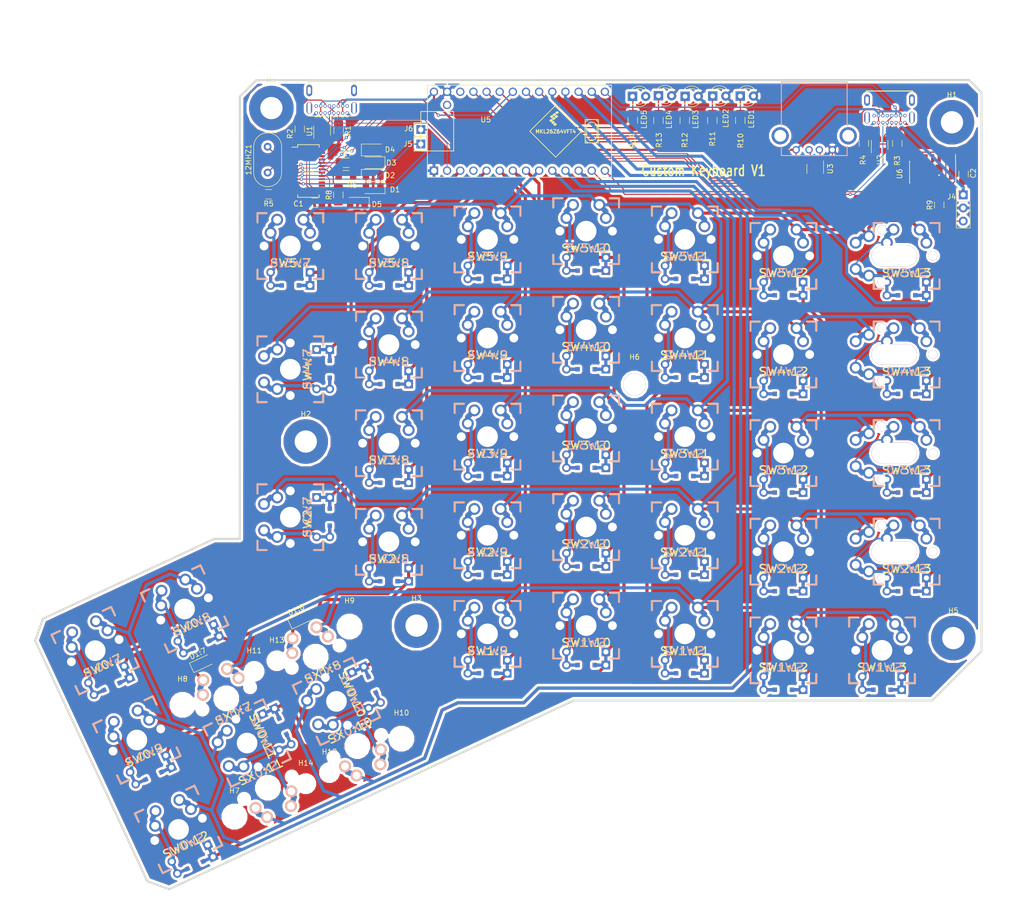
<source format=kicad_pcb>
(kicad_pcb (version 20171130) (host pcbnew 5.0.2+dfsg1-1)
  (layers (0 Front signal) (31 Back signal) (34 B.Paste user) (35 F.Paste user) (36 B.SilkS user) (37 F.SilkS user) (38 B.Mask user hide) (39 F.Mask user hide) (44 Edge.Cuts user))
  (net 0 "")
  (net 1 /COL0)
  (net 2 /COL1)
  (net 3 /COL4)
  (net 4 /COL5)
  (net 5 /COL6)
  (net 6 /ROW0)
  (net 7 /ROW1)
  (net 8 /ROW2)
  (net 9 /ROW3)
  (net 10 /ROW4)
  (net 11 /ROW5)
  (net 12 GND)
  (net 13 "Net-(D1:7-Pad1)")
  (net 14 "Net-(D1:8-Pad1)")
  (net 15 "Net-(SW0:7-Pad2)")
  (net 16 "Net-(SW0:8-Pad2)")
  (net 17 "Net-(SW0:9-Pad2)")
  (net 18 "Net-(SW0:10-Pad2)")
  (net 19 "Net-(SW0:11-Pad2)")
  (net 20 "Net-(SW0:12-Pad2)")
  (net 21 "Net-(SW1:9-Pad2)")
  (net 22 "Net-(SW1:10-Pad2)")
  (net 23 "Net-(SW1:11-Pad2)")
  (net 24 "Net-(SW1:12-Pad2)")
  (net 25 "Net-(SW1:13-Pad2)")
  (net 26 "Net-(SW2:7-Pad2)")
  (net 27 "Net-(SW2:8-Pad2)")
  (net 28 "Net-(SW2:9-Pad2)")
  (net 29 "Net-(SW2:10-Pad2)")
  (net 30 "Net-(SW2:11-Pad2)")
  (net 31 "Net-(SW2:12-Pad2)")
  (net 32 "Net-(SW2:13-Pad2)")
  (net 33 "Net-(SW3:8-Pad2)")
  (net 34 "Net-(SW3:9-Pad2)")
  (net 35 "Net-(SW3:10-Pad2)")
  (net 36 "Net-(SW3:11-Pad2)")
  (net 37 "Net-(SW3:12-Pad2)")
  (net 38 "Net-(SW3:13-Pad2)")
  (net 39 "Net-(SW4:7-Pad2)")
  (net 40 "Net-(SW4:8-Pad2)")
  (net 41 "Net-(SW4:9-Pad2)")
  (net 42 "Net-(SW4:10-Pad2)")
  (net 43 "Net-(SW4:11-Pad2)")
  (net 44 "Net-(SW4:12-Pad2)")
  (net 45 "Net-(SW4:13-Pad2)")
  (net 46 "Net-(SW5:7-Pad2)")
  (net 47 "Net-(SW5:8-Pad2)")
  (net 48 "Net-(SW5:9-Pad2)")
  (net 49 "Net-(SW5:10-Pad2)")
  (net 50 "Net-(SW5:11-Pad2)")
  (net 51 "Net-(SW5:12-Pad2)")
  (net 52 "Net-(SW5:13-Pad2)")
  (net 53 +5V)
  (net 54 "Net-(J1-PadA5)")
  (net 55 INPUT_USB_CONN_D+)
  (net 56 INPUT_USB_CONN_D-)
  (net 57 MOSI_IN)
  (net 58 "Net-(J1-PadB5)")
  (net 59 SCK_IN)
  (net 60 "Net-(J1-PadP1)")
  (net 61 "Net-(J2-PadP1)")
  (net 62 SCK_OUT)
  (net 63 OUTPUTC_USB_CONN_D-)
  (net 64 OUTPUTC_USB_CONN_D+)
  (net 65 "Net-(J2-PadB5)")
  (net 66 MOSI_OUT)
  (net 67 "Net-(J2-PadA5)")
  (net 68 OUTPUTA_USB_CONN_D+)
  (net 69 OUTPUTA_USB_CONN_D-)
  (net 70 LED_BACKLIGHT_33V)
  (net 71 L4)
  (net 72 L3)
  (net 73 L2)
  (net 74 L1)
  (net 75 /COL3)
  (net 76 /COL2)
  (net 77 "Net-(U5-Pad31)")
  (net 78 "Net-(U5-Pad34)")
  (net 79 "Net-(U5-Pad4)")
  (net 80 L5)
  (net 81 "Net-(LED4-Pad1)")
  (net 82 "Net-(LED5-Pad1)")
  (net 83 "Net-(LED3-Pad1)")
  (net 84 "Net-(LED2-Pad1)")
  (net 85 "Net-(LED1-Pad1)")
  (net 86 "Net-(R9-Pad2)")
  (net 87 "Net-(J4-Pad3)")
  (net 88 "Net-(D3-Pad2)")
  (net 89 "Net-(R7-Pad2)")
  (net 90 "Net-(R5-Pad1)")
  (net 91 "Net-(D1-Pad1)")
  (net 92 "Net-(D5-Pad2)")
  (net 93 "Net-(R6-Pad2)")
  (net 94 "Net-(D1-Pad2)")
  (net 95 OUTPUTA_USB_D+)
  (net 96 OUTPUTA_USB_D-)
  (net 97 OUTPUTC_USB_D-)
  (net 98 OUTPUTC_USB_D+)
  (net 99 INPUT_USB_D+)
  (net 100 INPUT_USB_D-)
  (net 101 "Net-(12MHZ1-Pad2)")
  (net 102 "Net-(12MHZ1-Pad1)")
  (net 103 "Net-(U4-Pad4)")
  (net 104 "Net-(U4-Pad5)")
  (net 105 TEENSY_USB_D-)
  (net 106 TEENSY_USB_D+)
  (net 107 "Net-(U4-Pad12)")
  (net 108 "Net-(U4-Pad13)")
  (net 109 "Net-(U4-Pad17)")
  (net 110 "Net-(U4-Pad18)")
  (net 111 "Net-(U4-Pad19)")
  (net 112 "Net-(U4-Pad21)")
  (net 113 "Net-(U4-Pad25)")
  (net 114 "Net-(U4-Pad26)")
  (net 115 "Net-(U4-Pad27)")
  (net 116 "Net-(U4-Pad28)")
  (net 117 "Net-(U6-Pad13)")
  (net 118 "Net-(U6-Pad11)")
  (net 119 "Net-(U6-Pad10)")
  (net 120 "Net-(U6-Pad6)")
  (net 121 "Net-(U6-Pad8)")
  (module MountingHole:MountingHole_4.3mm_M4_Pad (layer Front) (at 138.8872 91.8464)
    (fp_text reference H6 (at 0 -5.3) (layer F.SilkS))
    (fp_text value MountingHole)
    (pad 1 thru_hole circle (at 0 0) (size 4.3 4.3) (drill 4.3) (layers *.Cu *.Mask))
  )
  (module USBC:GCT_USB4085-GF-A_REVA (layer Front) (at 188.1378 37.2364 180)
    (fp_text reference J2 (at 1.0414 -5.5372 180) (layer F.SilkS) (effects (font (size 1.00015 1.00015) (thickness 0.015))))
    (fp_text value OutputC)
    (pad P4 thru_hole oval (at -4.325 0.335 180) (size 1.108 2.216) (drill oval 0.6 1.4) (layers *.Cu *.Mask) (net 61 "Net-(J2-PadP1)"))
    (pad P3 thru_hole oval (at 4.325 0.335 180) (size 1.108 2.216) (drill oval 0.6 1.4) (layers *.Cu *.Mask) (net 61 "Net-(J2-PadP1)"))
    (pad P2 thru_hole oval (at 4.325 -3.045 180) (size 1.108 2.216) (drill oval 0.6 2.1) (layers *.Cu *.Mask) (net 61 "Net-(J2-PadP1)"))
    (pad P1 thru_hole oval (at -4.325 -3.045 180) (size 1.108 2.216) (drill oval 0.6 2.1) (layers *.Cu *.Mask) (net 61 "Net-(J2-PadP1)"))
    (pad B12 thru_hole circle (at -2.975 -2.675 180) (size 0.65 0.65) (drill 0.4) (layers *.Cu *.Mask) (net 12 GND))
    (pad B9 thru_hole circle (at -2.125 -2.675 180) (size 0.65 0.65) (drill 0.4) (layers *.Cu *.Mask) (net 53 +5V))
    (pad B8 thru_hole circle (at -1.275 -2.675 180) (size 0.65 0.65) (drill 0.4) (layers *.Cu *.Mask) (net 62 SCK_OUT))
    (pad B7 thru_hole circle (at -0.425 -2.675 180) (size 0.65 0.65) (drill 0.4) (layers *.Cu *.Mask) (net 63 OUTPUTC_USB_CONN_D-))
    (pad B6 thru_hole circle (at 0.425 -2.675 180) (size 0.65 0.65) (drill 0.4) (layers *.Cu *.Mask) (net 64 OUTPUTC_USB_CONN_D+))
    (pad B5 thru_hole circle (at 1.275 -2.675 180) (size 0.65 0.65) (drill 0.4) (layers *.Cu *.Mask) (net 65 "Net-(J2-PadB5)"))
    (pad B4 thru_hole circle (at 2.125 -2.675 180) (size 0.65 0.65) (drill 0.4) (layers *.Cu *.Mask) (net 53 +5V))
    (pad B1 thru_hole circle (at 2.975 -2.675 180) (size 0.65 0.65) (drill 0.4) (layers *.Cu *.Mask) (net 12 GND))
    (pad A12 thru_hole circle (at 2.975 -4.025 180) (size 0.65 0.65) (drill 0.4) (layers *.Cu *.Mask) (net 12 GND))
    (pad A9 thru_hole circle (at 2.125 -4.025 180) (size 0.65 0.65) (drill 0.4) (layers *.Cu *.Mask) (net 53 +5V))
    (pad A8 thru_hole circle (at 1.275 -4.025 180) (size 0.65 0.65) (drill 0.4) (layers *.Cu *.Mask) (net 66 MOSI_OUT))
    (pad A7 thru_hole circle (at 0.425 -4.025 180) (size 0.65 0.65) (drill 0.4) (layers *.Cu *.Mask) (net 63 OUTPUTC_USB_CONN_D-))
    (pad A6 thru_hole circle (at -0.425 -4.025 180) (size 0.65 0.65) (drill 0.4) (layers *.Cu *.Mask) (net 64 OUTPUTC_USB_CONN_D+))
    (pad A5 thru_hole circle (at -1.275 -4.025 180) (size 0.65 0.65) (drill 0.4) (layers *.Cu *.Mask) (net 67 "Net-(J2-PadA5)"))
    (pad A4 thru_hole circle (at -2.125 -4.025 180) (size 0.65 0.65) (drill 0.4) (layers *.Cu *.Mask) (net 53 +5V))
    (pad A1 thru_hole circle (at -2.975 -4.025 180) (size 0.65 0.65) (drill 0.4) (layers *.Cu *.Mask) (net 12 GND))
  )
  (module Teensy:Teensy_LC_CUSTOM_EDIT (layer Front) (at 116.6495 42.926)
    (fp_text reference U5 (at -6.5151 -2.2352) (layer F.SilkS))
    (fp_text value Teensy-LC)
    (fp_text user MKL26Z64VFT4 (at 7 0.06) (layer F.SilkS) (effects (font (size 0.7 0.7))))
    (pad 20 thru_hole circle (at 16.51 -7.62) (size 1.6 1.6) (drill 1.1) (layers *.Cu *.Mask) (net 62 SCK_OUT))
    (pad 14 thru_hole circle (at 16.51 7.62) (size 1.6 1.6) (drill 1.1) (layers *.Cu *.Mask) (net 70 LED_BACKLIGHT_33V))
    (pad 21 thru_hole circle (at 13.97 -7.62) (size 1.6 1.6) (drill 1.1) (layers *.Cu *.Mask) (net 1 /COL0))
    (pad 22 thru_hole circle (at 11.43 -7.62) (size 1.6 1.6) (drill 1.1) (layers *.Cu *.Mask) (net 2 /COL1))
    (pad 23 thru_hole circle (at 8.89 -7.62) (size 1.6 1.6) (drill 1.1) (layers *.Cu *.Mask) (net 6 /ROW0))
    (pad 24 thru_hole circle (at 6.35 -7.62) (size 1.6 1.6) (drill 1.1) (layers *.Cu *.Mask) (net 7 /ROW1))
    (pad 25 thru_hole circle (at 3.81 -7.62) (size 1.6 1.6) (drill 1.1) (layers *.Cu *.Mask) (net 80 L5))
    (pad 26 thru_hole circle (at 1.27 -7.62) (size 1.6 1.6) (drill 1.1) (layers *.Cu *.Mask) (net 71 L4))
    (pad 27 thru_hole circle (at -1.27 -7.62) (size 1.6 1.6) (drill 1.1) (layers *.Cu *.Mask) (net 59 SCK_IN))
    (pad 28 thru_hole circle (at -3.81 -7.62) (size 1.6 1.6) (drill 1.1) (layers *.Cu *.Mask) (net 72 L3))
    (pad 29 thru_hole circle (at -6.35 -7.62) (size 1.6 1.6) (drill 1.1) (layers *.Cu *.Mask) (net 73 L2))
    (pad 30 thru_hole circle (at -8.89 -7.62) (size 1.6 1.6) (drill 1.1) (layers *.Cu *.Mask) (net 74 L1))
    (pad 31 thru_hole circle (at -11.43 -7.62) (size 1.6 1.6) (drill 1.1) (layers *.Cu *.Mask) (net 77 "Net-(U5-Pad31)"))
    (pad 32 thru_hole circle (at -13.97 -7.62) (size 1.6 1.6) (drill 1.1) (layers *.Cu *.Mask) (net 12 GND))
    (pad 33 thru_hole circle (at -16.51 -7.62) (size 1.6 1.6) (drill 1.1) (layers *.Cu *.Mask) (net 53 +5V))
    (pad 34 thru_hole circle (at -13.97 -5.08) (size 1.6 1.6) (drill 1.1) (layers *.Cu *.Mask) (net 78 "Net-(U5-Pad34)"))
    (pad 13 thru_hole circle (at 13.97 7.62) (size 1.6 1.6) (drill 1.1) (layers *.Cu *.Mask) (net 66 MOSI_OUT))
    (pad 12 thru_hole circle (at 11.43 7.62) (size 1.6 1.6) (drill 1.1) (layers *.Cu *.Mask) (net 8 /ROW2))
    (pad 11 thru_hole circle (at 8.89 7.62) (size 1.6 1.6) (drill 1.1) (layers *.Cu *.Mask) (net 9 /ROW3))
    (pad 10 thru_hole circle (at 6.35 7.62) (size 1.6 1.6) (drill 1.1) (layers *.Cu *.Mask) (net 10 /ROW4))
    (pad 9 thru_hole circle (at 3.81 7.62) (size 1.6 1.6) (drill 1.1) (layers *.Cu *.Mask) (net 11 /ROW5))
    (pad 8 thru_hole circle (at 1.27 7.62) (size 1.6 1.6) (drill 1.1) (layers *.Cu *.Mask) (net 76 /COL2))
    (pad 7 thru_hole circle (at -1.27 7.62) (size 1.6 1.6) (drill 1.1) (layers *.Cu *.Mask) (net 75 /COL3))
    (pad 6 thru_hole circle (at -3.81 7.62) (size 1.6 1.6) (drill 1.1) (layers *.Cu *.Mask) (net 3 /COL4))
    (pad 5 thru_hole circle (at -6.35 7.62) (size 1.6 1.6) (drill 1.1) (layers *.Cu *.Mask) (net 4 /COL5))
    (pad 4 thru_hole circle (at -8.89 7.62) (size 1.6 1.6) (drill 1.1) (layers *.Cu *.Mask) (net 79 "Net-(U5-Pad4)"))
    (pad 3 thru_hole circle (at -11.43 7.62) (size 1.6 1.6) (drill 1.1) (layers *.Cu *.Mask) (net 5 /COL6))
    (pad 2 thru_hole circle (at -13.97 7.62) (size 1.6 1.6) (drill 1.1) (layers *.Cu *.Mask) (net 57 MOSI_IN))
    (pad 1 thru_hole rect (at -16.51 7.62) (size 1.6 1.6) (drill 1.1) (layers *.Cu *.Mask) (net 12 GND))
  )
  (module Connector_PinHeader_2.54mm:PinHeader_1x01_P2.54mm_Vertical (layer Front) (at 97.5995 45.4025)
    (fp_text reference J5 (at -2.4765 0) (layer F.SilkS))
    (fp_text value Conn_01x01)
    (pad 1 thru_hole rect (at 0 0) (size 1.7 1.7) (drill 1) (layers *.Cu *.Mask) (net 105 TEENSY_USB_D-))
  )
  (module Connector_PinHeader_2.54mm:PinHeader_1x01_P2.54mm_Vertical (layer Front) (at 97.5995 42.6085)
    (fp_text reference J6 (at -2.3495 -0.1905) (layer F.SilkS))
    (fp_text value Conn_01x01)
    (pad 1 thru_hole rect (at 0 0) (size 1.7 1.7) (drill 1) (layers *.Cu *.Mask) (net 106 TEENSY_USB_D+))
  )
  (module MountingHole:MountingHole_3mm (layer Front) (at 69.7865 145.2245)
    (fp_text reference H13 (at 0 -4) (layer F.SilkS))
    (fp_text value MountingHole)
    (pad 1 np_thru_hole circle (at 0 0) (size 3 3) (drill 3) (layers *.Cu *.Mask))
  )
  (module MountingHole:MountingHole_3mm (layer Front) (at 79.9465 166.8145)
    (fp_text reference H12 (at 0 -4) (layer F.SilkS))
    (fp_text value MountingHole)
    (pad 1 np_thru_hole circle (at 0 0) (size 3 3) (drill 3) (layers *.Cu *.Mask))
  )
  (module MountingHole:MountingHole_3mm (layer Front) (at 65.405 147.2565)
    (fp_text reference H11 (at 0 -4) (layer F.SilkS))
    (fp_text value MountingHole)
    (pad 1 np_thru_hole circle (at 0 0) (size 3 3) (drill 3) (layers *.Cu *.Mask))
  )
  (module MountingHole:MountingHole_3mm (layer Front) (at 75.3745 168.9735)
    (fp_text reference H14 (at 0 -4) (layer F.SilkS))
    (fp_text value MountingHole)
    (pad 1 np_thru_hole circle (at 0 0) (size 3 3) (drill 3) (layers *.Cu *.Mask))
  )
  (module MountingHole:MountingHole_4mm (layer Front) (at 93.853 160.274)
    (fp_text reference H10 (at 0 -5) (layer F.SilkS))
    (fp_text value MountingHole)
    (pad 1 np_thru_hole circle (at 0 0) (size 4 4) (drill 4) (layers *.Cu *.Mask))
  )
  (module MountingHole:MountingHole_4mm (layer Front) (at 83.82 138.6205)
    (fp_text reference H9 (at 0 -5) (layer F.SilkS))
    (fp_text value MountingHole)
    (pad 1 np_thru_hole circle (at 0 0) (size 4 4) (drill 4) (layers *.Cu *.Mask))
  )
  (module MountingHole:MountingHole_4mm (layer Front) (at 51.562 153.7335)
    (fp_text reference H8 (at 0 -5) (layer F.SilkS))
    (fp_text value MountingHole)
    (pad 1 np_thru_hole circle (at 0 0) (size 4 4) (drill 4) (layers *.Cu *.Mask))
  )
  (module MountingHole:MountingHole_4mm (layer Front) (at 61.595 175.3235)
    (fp_text reference H7 (at 0 -5) (layer F.SilkS))
    (fp_text value MountingHole)
    (pad 1 np_thru_hole circle (at 0 0) (size 4 4) (drill 4) (layers *.Cu *.Mask))
  )
  (module Diode_SMD:D_SOD-123 (layer Front) (at 55.370831 145.648834 25)
    (fp_text reference D1:7 (at 0 -2 25) (layer F.SilkS))
    (fp_text value D)
    (pad 2 smd rect (at 1.65 0 25) (size 0.9 1.2) (layers Front F.Paste F.Mask) (net 5 /COL6))
    (pad 1 smd rect (at -1.65 0 25) (size 0.9 1.2) (layers Front F.Paste F.Mask) (net 13 "Net-(D1:7-Pad1)"))
  )
  (module Diode_SMD:D_SOD-123 (layer Front) (at 74.3585 137.2235 25)
    (fp_text reference D1:8 (at 0 -2 25) (layer F.SilkS))
    (fp_text value D)
    (pad 1 smd rect (at -1.65 0 25) (size 0.9 1.2) (layers Front F.Paste F.Mask) (net 14 "Net-(D1:8-Pad1)"))
    (pad 2 smd rect (at 1.65 0 25) (size 0.9 1.2) (layers Front F.Paste F.Mask) (net 4 /COL5))
  )
  (module SWITCH:MX_FLIP2 (layer Front) (at 77.2795 144.43202 25)
    (fp_text reference SX1:8 (at 0 3.302 25) (layer F.SilkS) (effects (font (size 1.524 1.778) (thickness 0.254))))
    (fp_text value SX1:5 (at 0 3.302 25) (layer B.SilkS) (effects (font (size 1.524 1.778) (thickness 0.254)) (justify mirror)))
    (pad 2 thru_hole circle (at -2.54 -5.08 25) (size 2.286 2.286) (drill 1.4986) (layers *.Cu *.SilkS *.Mask) (net 14 "Net-(D1:8-Pad1)"))
    (pad 1 thru_hole circle (at 3.81 -2.54 25) (size 2.286 2.286) (drill 1.4986) (layers *.Cu *.SilkS *.Mask) (net 7 /ROW1))
    (pad "" np_thru_hole circle (at 5.08 0 25) (size 1.7018 1.7018) (drill 1.7018) (layers *.Cu *.Mask))
    (pad "" np_thru_hole circle (at -5.08 0 25) (size 1.7018 1.7018) (drill 1.7018) (layers *.Cu *.Mask))
    (pad "" np_thru_hole circle (at 0 0 25) (size 3.9878 3.9878) (drill 3.9878) (layers *.Cu *.Mask))
    (pad 2 thru_hole circle (at -3.81 -2.54 25) (size 2.286 2.286) (drill 1.4986) (layers *.Cu *.SilkS *.Mask) (net 14 "Net-(D1:8-Pad1)"))
    (pad 1 thru_hole circle (at 2.54 -5.08 25) (size 2.286 2.286) (drill 1.4986) (layers *.Cu *.SilkS *.Mask) (net 7 /ROW1))
  )
  (module SWITCH:MX_FLIP2 (layer Front) (at 60.01512 152.48382 25)
    (fp_text reference SX1:7 (at 0 3.302 25) (layer F.SilkS) (effects (font (size 1.524 1.778) (thickness 0.254))))
    (fp_text value SX1:6 (at 0 3.302 25) (layer B.SilkS) (effects (font (size 1.524 1.778) (thickness 0.254)) (justify mirror)))
    (pad 1 thru_hole circle (at 2.54 -5.08 25) (size 2.286 2.286) (drill 1.4986) (layers *.Cu *.SilkS *.Mask) (net 7 /ROW1))
    (pad 2 thru_hole circle (at -3.81 -2.54 25) (size 2.286 2.286) (drill 1.4986) (layers *.Cu *.SilkS *.Mask) (net 13 "Net-(D1:7-Pad1)"))
    (pad "" np_thru_hole circle (at 0 0 25) (size 3.9878 3.9878) (drill 3.9878) (layers *.Cu *.Mask))
    (pad "" np_thru_hole circle (at -5.08 0 25) (size 1.7018 1.7018) (drill 1.7018) (layers *.Cu *.Mask))
    (pad "" np_thru_hole circle (at 5.08 0 25) (size 1.7018 1.7018) (drill 1.7018) (layers *.Cu *.Mask))
    (pad 1 thru_hole circle (at 3.81 -2.54 25) (size 2.286 2.286) (drill 1.4986) (layers *.Cu *.SilkS *.Mask) (net 7 /ROW1))
    (pad 2 thru_hole circle (at -2.54 -5.08 25) (size 2.286 2.286) (drill 1.4986) (layers *.Cu *.SilkS *.Mask) (net 13 "Net-(D1:7-Pad1)"))
  )
  (module SWITCH:MX_FLIP2 (layer Front) (at 68.06438 169.7482 205)
    (fp_text reference SX0:11 (at 0 3.302 205) (layer F.SilkS) (effects (font (size 1.524 1.778) (thickness 0.254))))
    (fp_text value SX0:2 (at 0 3.302 205) (layer B.SilkS) (effects (font (size 1.524 1.778) (thickness 0.254)) (justify mirror)))
    (pad 2 thru_hole circle (at -2.54 -5.08 205) (size 2.286 2.286) (drill 1.4986) (layers *.Cu *.SilkS *.Mask) (net 19 "Net-(SW0:11-Pad2)"))
    (pad 1 thru_hole circle (at 3.81 -2.54 205) (size 2.286 2.286) (drill 1.4986) (layers *.Cu *.SilkS *.Mask) (net 6 /ROW0))
    (pad "" np_thru_hole circle (at 5.08 0 205) (size 1.7018 1.7018) (drill 1.7018) (layers *.Cu *.Mask))
    (pad "" np_thru_hole circle (at -5.08 0 205) (size 1.7018 1.7018) (drill 1.7018) (layers *.Cu *.Mask))
    (pad "" np_thru_hole circle (at 0 0 205) (size 3.9878 3.9878) (drill 3.9878) (layers *.Cu *.Mask))
    (pad 2 thru_hole circle (at -3.81 -2.54 205) (size 2.286 2.286) (drill 1.4986) (layers *.Cu *.SilkS *.Mask) (net 19 "Net-(SW0:11-Pad2)"))
    (pad 1 thru_hole circle (at 2.54 -5.08 205) (size 2.286 2.286) (drill 1.4986) (layers *.Cu *.SilkS *.Mask) (net 6 /ROW0))
  )
  (module SWITCH:MX_FLIP2 (layer Front) (at 85.3313 161.69894 205)
    (fp_text reference SX0:10 (at 0 3.302 205) (layer F.SilkS) (effects (font (size 1.524 1.778) (thickness 0.254))))
    (fp_text value SX0:3 (at 0 3.302 205) (layer B.SilkS) (effects (font (size 1.524 1.778) (thickness 0.254)) (justify mirror)))
    (pad 1 thru_hole circle (at 2.54 -5.08 205) (size 2.286 2.286) (drill 1.4986) (layers *.Cu *.SilkS *.Mask) (net 6 /ROW0))
    (pad 2 thru_hole circle (at -3.81 -2.54 205) (size 2.286 2.286) (drill 1.4986) (layers *.Cu *.SilkS *.Mask) (net 18 "Net-(SW0:10-Pad2)"))
    (pad "" np_thru_hole circle (at 0 0 205) (size 3.9878 3.9878) (drill 3.9878) (layers *.Cu *.Mask))
    (pad "" np_thru_hole circle (at -5.08 0 205) (size 1.7018 1.7018) (drill 1.7018) (layers *.Cu *.Mask))
    (pad "" np_thru_hole circle (at 5.08 0 205) (size 1.7018 1.7018) (drill 1.7018) (layers *.Cu *.Mask))
    (pad 1 thru_hole circle (at 3.81 -2.54 205) (size 2.286 2.286) (drill 1.4986) (layers *.Cu *.SilkS *.Mask) (net 6 /ROW0))
    (pad 2 thru_hole circle (at -2.54 -5.08 205) (size 2.286 2.286) (drill 1.4986) (layers *.Cu *.SilkS *.Mask) (net 18 "Net-(SW0:10-Pad2)"))
  )
  (module "ErgoDOX pcb:MX_FLIP_DIODE" (layer Front) (at 110.49 140.02766)
    (fp_text reference SW1:9 (at 0 3.302) (layer F.SilkS) (effects (font (size 1.524 1.778) (thickness 0.254))))
    (fp_text value SW1:4 (at 0 3.302) (layer B.SilkS) (effects (font (size 1.524 1.778) (thickness 0.254)) (justify mirror)))
    (fp_line (start 1.6637 7.62) (end 3.81 7.62) (layer Front) (width 0.6096))
    (fp_line (start -3.81 7.62) (end -1.6637 7.62) (layer Front) (width 0.6096))
    (fp_line (start 1.6637 7.62) (end 3.81 7.62) (layer Back) (width 0.6096))
    (fp_line (start -3.81 7.62) (end -1.6637 7.62) (layer Back) (width 0.6096))
    (pad 99 smd rect (at 1.6637 7.62) (size 0.8382 0.8382) (layers Back B.Paste B.Mask))
    (pad 99 smd rect (at 1.6637 7.62) (size 0.8382 0.8382) (layers Front F.Paste F.Mask))
    (pad 99 smd rect (at -1.6637 7.62) (size 0.8382 0.8382) (layers Back B.Paste B.Mask))
    (pad 99 smd rect (at -1.6637 7.62) (size 0.8382 0.8382) (layers Front F.Paste F.Mask))
    (pad 4 thru_hole rect (at 3.81 7.62) (size 1.651 1.651) (drill 0.9906) (layers *.Cu *.Mask) (net 3 /COL4))
    (pad 3 thru_hole circle (at -3.81 7.62) (size 1.651 1.651) (drill 0.9906) (layers *.Cu *.Mask) (net 21 "Net-(SW1:9-Pad2)"))
    (pad 4 thru_hole rect (at 3.81 5.08) (size 1.651 1.651) (drill 0.9906) (layers *.Cu *.Mask) (net 3 /COL4))
    (pad 3 thru_hole circle (at -3.81 5.08) (size 1.651 1.651) (drill 0.9906) (layers *.Cu *.Mask) (net 21 "Net-(SW1:9-Pad2)"))
    (pad 2 thru_hole circle (at -2.54 -5.08) (size 2.286 2.286) (drill 1.4986) (layers *.Cu *.Mask) (net 21 "Net-(SW1:9-Pad2)"))
    (pad 1 thru_hole circle (at 3.81 -2.54) (size 2.286 2.286) (drill 1.4986) (layers *.Cu *.Mask) (net 7 /ROW1))
    (pad 0 thru_hole circle (at 5.08 0) (size 1.7018 1.7018) (drill 1.7018) (layers *.Cu *.Mask) (net 12 GND))
    (pad 0 thru_hole circle (at -5.08 0) (size 1.7018 1.7018) (drill 1.7018) (layers *.Cu *.Mask) (net 12 GND))
    (pad 0 thru_hole circle (at 0 0) (size 3.9878 3.9878) (drill 3.9878) (layers *.Cu *.Mask) (net 12 GND))
    (pad 2 thru_hole circle (at -3.81 -2.54) (size 2.286 2.286) (drill 1.4986) (layers *.Cu *.Mask) (net 21 "Net-(SW1:9-Pad2)"))
    (pad 1 thru_hole circle (at 2.54 -5.08) (size 2.286 2.286) (drill 1.4986) (layers *.Cu *.Mask) (net 7 /ROW1))
  )
  (module "ErgoDOX pcb:MX_FLIP_DIODE" (layer Front) (at 81.30286 153.06548 115)
    (fp_text reference SW0:10 (at 0.000001 3.302 115) (layer F.SilkS) (effects (font (size 1.524 1.778) (thickness 0.254))))
    (fp_text value SW0:3 (at 0.000001 3.302 115) (layer B.SilkS) (effects (font (size 1.524 1.778) (thickness 0.254)) (justify mirror)))
    (fp_line (start 1.6637 7.62) (end 3.81 7.62) (layer Front) (width 0.6096))
    (fp_line (start -3.81 7.62) (end -1.6637 7.62) (layer Front) (width 0.6096))
    (fp_line (start 1.6637 7.62) (end 3.81 7.62) (layer Back) (width 0.6096))
    (fp_line (start -3.81 7.62) (end -1.6637 7.62) (layer Back) (width 0.6096))
    (pad 99 smd rect (at 1.6637 7.62 115) (size 0.8382 0.8382) (layers Back B.Paste B.Mask))
    (pad 99 smd rect (at 1.6637 7.62 115) (size 0.8382 0.8382) (layers Front F.Paste F.Mask))
    (pad 99 smd rect (at -1.6637 7.62 115) (size 0.8382 0.8382) (layers Back B.Paste B.Mask))
    (pad 99 smd rect (at -1.6637 7.62 115) (size 0.8382 0.8382) (layers Front F.Paste F.Mask))
    (pad 4 thru_hole rect (at 3.81 7.62 115) (size 1.651 1.651) (drill 0.9906) (layers *.Cu *.Mask) (net 75 /COL3))
    (pad 3 thru_hole circle (at -3.81 7.62 115) (size 1.651 1.651) (drill 0.9906) (layers *.Cu *.Mask) (net 18 "Net-(SW0:10-Pad2)"))
    (pad 4 thru_hole rect (at 3.81 5.08 115) (size 1.651 1.651) (drill 0.9906) (layers *.Cu *.Mask) (net 75 /COL3))
    (pad 3 thru_hole circle (at -3.81 5.08 115) (size 1.651 1.651) (drill 0.9906) (layers *.Cu *.Mask) (net 18 "Net-(SW0:10-Pad2)"))
    (pad 2 thru_hole circle (at -2.54 -5.08 115) (size 2.286 2.286) (drill 1.4986) (layers *.Cu *.Mask) (net 18 "Net-(SW0:10-Pad2)"))
    (pad 1 thru_hole circle (at 3.81 -2.54 115) (size 2.286 2.286) (drill 1.4986) (layers *.Cu *.Mask) (net 6 /ROW0))
    (pad 0 thru_hole circle (at 5.08 0 115) (size 1.7018 1.7018) (drill 1.7018) (layers *.Cu *.Mask) (net 12 GND))
    (pad 0 thru_hole circle (at -5.08 0 115) (size 1.7018 1.7018) (drill 1.7018) (layers *.Cu *.Mask) (net 12 GND))
    (pad 0 thru_hole circle (at 0 0 115) (size 3.9878 3.9878) (drill 3.9878) (layers *.Cu *.Mask) (net 12 GND))
    (pad 2 thru_hole circle (at -3.81 -2.54 115) (size 2.286 2.286) (drill 1.4986) (layers *.Cu *.Mask) (net 18 "Net-(SW0:10-Pad2)"))
    (pad 1 thru_hole circle (at 2.54 -5.08 115) (size 2.286 2.286) (drill 1.4986) (layers *.Cu *.Mask) (net 6 /ROW0))
  )
  (module "ErgoDOX pcb:MX_FLIP_DIODE" (layer Front) (at 186.69 143.20266)
    (fp_text reference SW1:13 (at 0 3.302) (layer F.SilkS) (effects (font (size 1.524 1.778) (thickness 0.254))))
    (fp_text value SW1:0 (at 0 3.302) (layer B.SilkS) (effects (font (size 1.524 1.778) (thickness 0.254)) (justify mirror)))
    (fp_line (start -3.81 7.62) (end -1.6637 7.62) (layer Back) (width 0.6096))
    (fp_line (start 1.6637 7.62) (end 3.81 7.62) (layer Back) (width 0.6096))
    (fp_line (start -3.81 7.62) (end -1.6637 7.62) (layer Front) (width 0.6096))
    (fp_line (start 1.6637 7.62) (end 3.81 7.62) (layer Front) (width 0.6096))
    (pad 1 thru_hole circle (at 2.54 -5.08) (size 2.286 2.286) (drill 1.4986) (layers *.Cu *.Mask) (net 7 /ROW1))
    (pad 2 thru_hole circle (at -3.81 -2.54) (size 2.286 2.286) (drill 1.4986) (layers *.Cu *.Mask) (net 25 "Net-(SW1:13-Pad2)"))
    (pad 0 thru_hole circle (at 0 0) (size 3.9878 3.9878) (drill 3.9878) (layers *.Cu *.Mask) (net 12 GND))
    (pad 0 thru_hole circle (at -5.08 0) (size 1.7018 1.7018) (drill 1.7018) (layers *.Cu *.Mask) (net 12 GND))
    (pad 0 thru_hole circle (at 5.08 0) (size 1.7018 1.7018) (drill 1.7018) (layers *.Cu *.Mask) (net 12 GND))
    (pad 1 thru_hole circle (at 3.81 -2.54) (size 2.286 2.286) (drill 1.4986) (layers *.Cu *.Mask) (net 7 /ROW1))
    (pad 2 thru_hole circle (at -2.54 -5.08) (size 2.286 2.286) (drill 1.4986) (layers *.Cu *.Mask) (net 25 "Net-(SW1:13-Pad2)"))
    (pad 3 thru_hole circle (at -3.81 5.08) (size 1.651 1.651) (drill 0.9906) (layers *.Cu *.Mask) (net 25 "Net-(SW1:13-Pad2)"))
    (pad 4 thru_hole rect (at 3.81 5.08) (size 1.651 1.651) (drill 0.9906) (layers *.Cu *.Mask) (net 1 /COL0))
    (pad 3 thru_hole circle (at -3.81 7.62) (size 1.651 1.651) (drill 0.9906) (layers *.Cu *.Mask) (net 25 "Net-(SW1:13-Pad2)"))
    (pad 4 thru_hole rect (at 3.81 7.62) (size 1.651 1.651) (drill 0.9906) (layers *.Cu *.Mask) (net 1 /COL0))
    (pad 99 smd rect (at -1.6637 7.62) (size 0.8382 0.8382) (layers Front F.Paste F.Mask))
    (pad 99 smd rect (at -1.6637 7.62) (size 0.8382 0.8382) (layers Back B.Paste B.Mask))
    (pad 99 smd rect (at 1.6637 7.62) (size 0.8382 0.8382) (layers Front F.Paste F.Mask))
    (pad 99 smd rect (at 1.6637 7.62) (size 0.8382 0.8382) (layers Back B.Paste B.Mask))
  )
  (module "ErgoDOX pcb:MX_FLIP_XX" (layer Front) (at 191.4525 124.15266)
    (fp_text reference SW2:13 (at 0 3.302) (layer F.SilkS) (effects (font (size 1.524 1.778) (thickness 0.254))))
    (fp_text value SW2:0 (at 0 3.302) (layer B.SilkS) (effects (font (size 1.524 1.778) (thickness 0.254)) (justify mirror)))
    (fp_line (start -3.81 7.62) (end -1.6637 7.62) (layer Back) (width 0.6096))
    (fp_line (start 1.6637 7.62) (end 3.81 7.62) (layer Back) (width 0.6096))
    (fp_line (start -3.81 7.62) (end -1.6637 7.62) (layer Front) (width 0.6096))
    (fp_line (start 1.6637 7.62) (end 3.81 7.62) (layer Front) (width 0.6096))
    (pad 1 thru_hole circle (at 2.54 -5.08) (size 2.286 2.286) (drill 1.4986) (layers *.Cu *.Mask) (net 8 /ROW2))
    (pad 2 thru_hole circle (at -3.81 -2.54) (size 2.286 2.286) (drill 1.4986) (layers *.Cu *.Mask) (net 32 "Net-(SW2:13-Pad2)"))
    (pad "" thru_hole circle (at 5.08 0) (size 1.7018 1.7018) (drill 1.7018) (layers *.Cu *.Mask))
    (pad 1 thru_hole circle (at 3.81 -2.54) (size 2.28346 2.28346) (drill 1.4986) (layers *.Cu *.Mask) (net 8 /ROW2))
    (pad 2 thru_hole circle (at -2.54 -5.08) (size 2.286 2.286) (drill 1.4986) (layers *.Cu *.Mask) (net 32 "Net-(SW2:13-Pad2)"))
    (pad 3 thru_hole circle (at -3.81 5.08) (size 1.651 1.651) (drill 0.9906) (layers *.Cu *.Mask) (net 32 "Net-(SW2:13-Pad2)"))
    (pad 4 thru_hole rect (at 3.81 5.08) (size 1.651 1.651) (drill 0.9906) (layers *.Cu *.Mask) (net 1 /COL0))
    (pad 3 thru_hole circle (at -3.81 7.62) (size 1.651 1.651) (drill 0.9906) (layers *.Cu *.Mask) (net 32 "Net-(SW2:13-Pad2)"))
    (pad 4 thru_hole rect (at 3.81 7.62) (size 1.651 1.651) (drill 0.9906) (layers *.Cu *.Mask) (net 1 /COL0))
    (pad 99 smd rect (at -1.6637 7.62) (size 0.8382 0.8382) (layers Front F.Paste F.Mask))
    (pad 99 smd rect (at -1.6637 7.62) (size 0.8382 0.8382) (layers Back B.Paste B.Mask))
    (pad 99 smd rect (at 1.6637 7.62) (size 0.8382 0.8382) (layers Front F.Paste F.Mask))
    (pad 99 smd rect (at 1.6637 7.62) (size 0.8382 0.8382) (layers Back B.Paste B.Mask))
    (pad 1 thru_hole circle (at -9.8425 -2.54) (size 2.28092 2.28092) (drill 1.4986) (layers *.Cu *.Mask) (net 8 /ROW2))
    (pad 1 thru_hole circle (at -7.3025 -3.81) (size 2.28092 2.28092) (drill 1.4986) (layers *.Cu *.Mask) (net 8 /ROW2))
    (pad 2 thru_hole circle (at -7.3025 3.81) (size 2.28092 2.28092) (drill 1.4986) (layers *.Cu *.Mask) (net 32 "Net-(SW2:13-Pad2)"))
    (pad 2 thru_hole circle (at -9.8425 2.54) (size 2.28092 2.28092) (drill 1.4986) (layers *.Cu *.Mask) (net 32 "Net-(SW2:13-Pad2)"))
    (pad 2 thru_hole oval (at -2.38252 0) (size 8.7503 3.9878) (drill oval 8.7503 3.9878) (layers *.Cu *.Mask) (net 32 "Net-(SW2:13-Pad2)"))
    (pad 3 thru_hole circle (at -4.7625 5.08 90) (size 1.7018 1.7018) (drill 1.7018) (layers *.Cu *.Mask) (net 32 "Net-(SW2:13-Pad2)"))
    (pad 2 thru_hole circle (at -4.7625 -5.08 90) (size 1.7018 1.7018) (drill 1.7018) (layers *.Cu *.Mask) (net 32 "Net-(SW2:13-Pad2)"))
  )
  (module "ErgoDOX pcb:MX_FLIP_XX" (layer Front) (at 191.4525 105.10266)
    (fp_text reference SW3:13 (at 0 3.302) (layer F.SilkS) (effects (font (size 1.524 1.778) (thickness 0.254))))
    (fp_text value SW3:0 (at 0 3.302) (layer B.SilkS) (effects (font (size 1.524 1.778) (thickness 0.254)) (justify mirror)))
    (fp_line (start 1.6637 7.62) (end 3.81 7.62) (layer Front) (width 0.6096))
    (fp_line (start -3.81 7.62) (end -1.6637 7.62) (layer Front) (width 0.6096))
    (fp_line (start 1.6637 7.62) (end 3.81 7.62) (layer Back) (width 0.6096))
    (fp_line (start -3.81 7.62) (end -1.6637 7.62) (layer Back) (width 0.6096))
    (pad 2 thru_hole circle (at -4.7625 -5.08 90) (size 1.7018 1.7018) (drill 1.7018) (layers *.Cu *.Mask) (net 38 "Net-(SW3:13-Pad2)"))
    (pad 3 thru_hole circle (at -4.7625 5.08 90) (size 1.7018 1.7018) (drill 1.7018) (layers *.Cu *.Mask) (net 38 "Net-(SW3:13-Pad2)"))
    (pad 2 thru_hole oval (at -2.38252 0) (size 8.7503 3.9878) (drill oval 8.7503 3.9878) (layers *.Cu *.Mask) (net 38 "Net-(SW3:13-Pad2)"))
    (pad 2 thru_hole circle (at -9.8425 2.54) (size 2.28092 2.28092) (drill 1.4986) (layers *.Cu *.Mask) (net 38 "Net-(SW3:13-Pad2)"))
    (pad 2 thru_hole circle (at -7.3025 3.81) (size 2.28092 2.28092) (drill 1.4986) (layers *.Cu *.Mask) (net 38 "Net-(SW3:13-Pad2)"))
    (pad 1 thru_hole circle (at -7.3025 -3.81) (size 2.28092 2.28092) (drill 1.4986) (layers *.Cu *.Mask) (net 9 /ROW3))
    (pad 1 thru_hole circle (at -9.8425 -2.54) (size 2.28092 2.28092) (drill 1.4986) (layers *.Cu *.Mask) (net 9 /ROW3))
    (pad 99 smd rect (at 1.6637 7.62) (size 0.8382 0.8382) (layers Back B.Paste B.Mask))
    (pad 99 smd rect (at 1.6637 7.62) (size 0.8382 0.8382) (layers Front F.Paste F.Mask))
    (pad 99 smd rect (at -1.6637 7.62) (size 0.8382 0.8382) (layers Back B.Paste B.Mask))
    (pad 99 smd rect (at -1.6637 7.62) (size 0.8382 0.8382) (layers Front F.Paste F.Mask))
    (pad 4 thru_hole rect (at 3.81 7.62) (size 1.651 1.651) (drill 0.9906) (layers *.Cu *.Mask) (net 1 /COL0))
    (pad 3 thru_hole circle (at -3.81 7.62) (size 1.651 1.651) (drill 0.9906) (layers *.Cu *.Mask) (net 38 "Net-(SW3:13-Pad2)"))
    (pad 4 thru_hole rect (at 3.81 5.08) (size 1.651 1.651) (drill 0.9906) (layers *.Cu *.Mask) (net 1 /COL0))
    (pad 3 thru_hole circle (at -3.81 5.08) (size 1.651 1.651) (drill 0.9906) (layers *.Cu *.Mask) (net 38 "Net-(SW3:13-Pad2)"))
    (pad 2 thru_hole circle (at -2.54 -5.08) (size 2.286 2.286) (drill 1.4986) (layers *.Cu *.Mask) (net 38 "Net-(SW3:13-Pad2)"))
    (pad 1 thru_hole circle (at 3.81 -2.54) (size 2.28346 2.28346) (drill 1.4986) (layers *.Cu *.Mask) (net 9 /ROW3))
    (pad "" thru_hole circle (at 5.08 0) (size 1.7018 1.7018) (drill 1.7018) (layers *.Cu *.Mask))
    (pad 2 thru_hole circle (at -3.81 -2.54) (size 2.286 2.286) (drill 1.4986) (layers *.Cu *.Mask) (net 38 "Net-(SW3:13-Pad2)"))
    (pad 1 thru_hole circle (at 2.54 -5.08) (size 2.286 2.286) (drill 1.4986) (layers *.Cu *.Mask) (net 9 /ROW3))
  )
  (module "ErgoDOX pcb:MX_FLIP_XX" (layer Front) (at 191.4525 86.05266)
    (fp_text reference SW4:13 (at 0 3.302) (layer F.SilkS) (effects (font (size 1.524 1.778) (thickness 0.254))))
    (fp_text value SW4:0 (at 0 3.302) (layer B.SilkS) (effects (font (size 1.524 1.778) (thickness 0.254)) (justify mirror)))
    (fp_line (start 1.6637 7.62) (end 3.81 7.62) (layer Front) (width 0.6096))
    (fp_line (start -3.81 7.62) (end -1.6637 7.62) (layer Front) (width 0.6096))
    (fp_line (start 1.6637 7.62) (end 3.81 7.62) (layer Back) (width 0.6096))
    (fp_line (start -3.81 7.62) (end -1.6637 7.62) (layer Back) (width 0.6096))
    (pad 2 thru_hole circle (at -4.7625 -5.08 90) (size 1.7018 1.7018) (drill 1.7018) (layers *.Cu *.Mask) (net 45 "Net-(SW4:13-Pad2)"))
    (pad 3 thru_hole circle (at -4.7625 5.08 90) (size 1.7018 1.7018) (drill 1.7018) (layers *.Cu *.Mask) (net 45 "Net-(SW4:13-Pad2)"))
    (pad 2 thru_hole oval (at -2.38252 0) (size 8.7503 3.9878) (drill oval 8.7503 3.9878) (layers *.Cu *.Mask) (net 45 "Net-(SW4:13-Pad2)"))
    (pad 2 thru_hole circle (at -9.8425 2.54) (size 2.28092 2.28092) (drill 1.4986) (layers *.Cu *.Mask) (net 45 "Net-(SW4:13-Pad2)"))
    (pad 2 thru_hole circle (at -7.3025 3.81) (size 2.28092 2.28092) (drill 1.4986) (layers *.Cu *.Mask) (net 45 "Net-(SW4:13-Pad2)"))
    (pad 1 thru_hole circle (at -7.3025 -3.81) (size 2.28092 2.28092) (drill 1.4986) (layers *.Cu *.Mask) (net 10 /ROW4))
    (pad 1 thru_hole circle (at -9.8425 -2.54) (size 2.28092 2.28092) (drill 1.4986) (layers *.Cu *.Mask) (net 10 /ROW4))
    (pad 99 smd rect (at 1.6637 7.62) (size 0.8382 0.8382) (layers Back B.Paste B.Mask))
    (pad 99 smd rect (at 1.6637 7.62) (size 0.8382 0.8382) (layers Front F.Paste F.Mask))
    (pad 99 smd rect (at -1.6637 7.62) (size 0.8382 0.8382) (layers Back B.Paste B.Mask))
    (pad 99 smd rect (at -1.6637 7.62) (size 0.8382 0.8382) (layers Front F.Paste F.Mask))
    (pad 4 thru_hole rect (at 3.81 7.62) (size 1.651 1.651) (drill 0.9906) (layers *.Cu *.Mask) (net 1 /COL0))
    (pad 3 thru_hole circle (at -3.81 7.62) (size 1.651 1.651) (drill 0.9906) (layers *.Cu *.Mask) (net 45 "Net-(SW4:13-Pad2)"))
    (pad 4 thru_hole rect (at 3.81 5.08) (size 1.651 1.651) (drill 0.9906) (layers *.Cu *.Mask) (net 1 /COL0))
    (pad 3 thru_hole circle (at -3.81 5.08) (size 1.651 1.651) (drill 0.9906) (layers *.Cu *.Mask) (net 45 "Net-(SW4:13-Pad2)"))
    (pad 2 thru_hole circle (at -2.54 -5.08) (size 2.286 2.286) (drill 1.4986) (layers *.Cu *.Mask) (net 45 "Net-(SW4:13-Pad2)"))
    (pad 1 thru_hole circle (at 3.81 -2.54) (size 2.28346 2.28346) (drill 1.4986) (layers *.Cu *.Mask) (net 10 /ROW4))
    (pad "" thru_hole circle (at 5.08 0) (size 1.7018 1.7018) (drill 1.7018) (layers *.Cu *.Mask))
    (pad 2 thru_hole circle (at -3.81 -2.54) (size 2.286 2.286) (drill 1.4986) (layers *.Cu *.Mask) (net 45 "Net-(SW4:13-Pad2)"))
    (pad 1 thru_hole circle (at 2.54 -5.08) (size 2.286 2.286) (drill 1.4986) (layers *.Cu *.Mask) (net 10 /ROW4))
  )
  (module "ErgoDOX pcb:MX_FLIP_XX" (layer Front) (at 191.4525 67.0052)
    (fp_text reference SW5:13 (at 0 3.302) (layer F.SilkS) (effects (font (size 1.524 1.778) (thickness 0.254))))
    (fp_text value SW5:0 (at 0 3.302) (layer B.SilkS) (effects (font (size 1.524 1.778) (thickness 0.254)) (justify mirror)))
    (fp_line (start -3.81 7.62) (end -1.6637 7.62) (layer Back) (width 0.6096))
    (fp_line (start 1.6637 7.62) (end 3.81 7.62) (layer Back) (width 0.6096))
    (fp_line (start -3.81 7.62) (end -1.6637 7.62) (layer Front) (width 0.6096))
    (fp_line (start 1.6637 7.62) (end 3.81 7.62) (layer Front) (width 0.6096))
    (pad 1 thru_hole circle (at 2.54 -5.08) (size 2.286 2.286) (drill 1.4986) (layers *.Cu *.Mask) (net 11 /ROW5))
    (pad 2 thru_hole circle (at -3.81 -2.54) (size 2.286 2.286) (drill 1.4986) (layers *.Cu *.Mask) (net 52 "Net-(SW5:13-Pad2)"))
    (pad "" thru_hole circle (at 5.08 0) (size 1.7018 1.7018) (drill 1.7018) (layers *.Cu *.Mask))
    (pad 1 thru_hole circle (at 3.81 -2.54) (size 2.28346 2.28346) (drill 1.4986) (layers *.Cu *.Mask) (net 11 /ROW5))
    (pad 2 thru_hole circle (at -2.54 -5.08) (size 2.286 2.286) (drill 1.4986) (layers *.Cu *.Mask) (net 52 "Net-(SW5:13-Pad2)"))
    (pad 3 thru_hole circle (at -3.81 5.08) (size 1.651 1.651) (drill 0.9906) (layers *.Cu *.Mask) (net 52 "Net-(SW5:13-Pad2)"))
    (pad 4 thru_hole rect (at 3.81 5.08) (size 1.651 1.651) (drill 0.9906) (layers *.Cu *.Mask) (net 1 /COL0))
    (pad 3 thru_hole circle (at -3.81 7.62) (size 1.651 1.651) (drill 0.9906) (layers *.Cu *.Mask) (net 52 "Net-(SW5:13-Pad2)"))
    (pad 4 thru_hole rect (at 3.81 7.62) (size 1.651 1.651) (drill 0.9906) (layers *.Cu *.Mask) (net 1 /COL0))
    (pad 99 smd rect (at -1.6637 7.62) (size 0.8382 0.8382) (layers Front F.Paste F.Mask))
    (pad 99 smd rect (at -1.6637 7.62) (size 0.8382 0.8382) (layers Back B.Paste B.Mask))
    (pad 99 smd rect (at 1.6637 7.62) (size 0.8382 0.8382) (layers Front F.Paste F.Mask))
    (pad 99 smd rect (at 1.6637 7.62) (size 0.8382 0.8382) (layers Back B.Paste B.Mask))
    (pad 1 thru_hole circle (at -9.8425 -2.54) (size 2.28092 2.28092) (drill 1.4986) (layers *.Cu *.Mask) (net 11 /ROW5))
    (pad 1 thru_hole circle (at -7.3025 -3.81) (size 2.28092 2.28092) (drill 1.4986) (layers *.Cu *.Mask) (net 11 /ROW5))
    (pad 2 thru_hole circle (at -7.3025 3.81) (size 2.28092 2.28092) (drill 1.4986) (layers *.Cu *.Mask) (net 52 "Net-(SW5:13-Pad2)"))
    (pad 2 thru_hole circle (at -9.8425 2.54) (size 2.28092 2.28092) (drill 1.4986) (layers *.Cu *.Mask) (net 52 "Net-(SW5:13-Pad2)"))
    (pad 2 thru_hole oval (at -2.38252 0) (size 8.7503 3.9878) (drill oval 8.7503 3.9878) (layers *.Cu *.Mask) (net 52 "Net-(SW5:13-Pad2)"))
    (pad 3 thru_hole circle (at -4.7625 5.08 90) (size 1.7018 1.7018) (drill 1.7018) (layers *.Cu *.Mask) (net 52 "Net-(SW5:13-Pad2)"))
    (pad 2 thru_hole circle (at -4.7625 -5.08 90) (size 1.7018 1.7018) (drill 1.7018) (layers *.Cu *.Mask) (net 52 "Net-(SW5:13-Pad2)"))
  )
  (module Capacitor_SMD:C_1206_3216Metric (layer Front) (at 77.086 56.7436 180)
    (fp_text reference C1 (at 3.1212 -0.2032 180) (layer F.SilkS))
    (fp_text value 10u)
    (pad 2 smd roundrect (at 1.4 0 180) (size 1.25 1.75) (layers Front F.Paste F.Mask) (roundrect_rratio 0.2) (net 12 GND))
    (pad 1 smd roundrect (at -1.4 0 180) (size 1.25 1.75) (layers Front F.Paste F.Mask) (roundrect_rratio 0.2) (net 53 +5V))
  )
  (module Capacitor_SMD:C_1206_3216Metric (layer Front) (at 202.445114 51.209955 90)
    (fp_text reference C2 (at 0.155955 1.872486 90) (layer F.SilkS))
    (fp_text value 0.1u)
    (pad 1 smd roundrect (at -1.4 0 90) (size 1.25 1.75) (layers Front F.Paste F.Mask) (roundrect_rratio 0.2) (net 53 +5V))
    (pad 2 smd roundrect (at 1.4 0 90) (size 1.25 1.75) (layers Front F.Paste F.Mask) (roundrect_rratio 0.2) (net 12 GND))
  )
  (module Connector_PinHeader_2.54mm:PinHeader_1x03_P2.54mm_Vertical (layer Front) (at 202.381614 55.210455)
    (fp_text reference J4 (at -2.229614 0.364745) (layer F.SilkS))
    (fp_text value Conn_01x03)
    (pad 1 thru_hole rect (at 0 0) (size 1.7 1.7) (drill 1) (layers *.Cu *.Mask) (net 53 +5V))
    (pad 2 thru_hole oval (at 0 2.54) (size 1.7 1.7) (drill 1) (layers *.Cu *.Mask) (net 12 GND))
    (pad 3 thru_hole oval (at 0 5.08) (size 1.7 1.7) (drill 1) (layers *.Cu *.Mask) (net 87 "Net-(J4-Pad3)"))
  )
  (module Crystal:Resonator-2Pin_W10.0mm_H5.0mm (layer Front) (at 68.012928 50.925038 90)
    (fp_text reference 12MHZ1 (at 2.5 -3.7 90) (layer F.SilkS))
    (fp_text value Crystal)
    (pad 1 thru_hole circle (at 0 0 90) (size 1.5 1.5) (drill 0.8) (layers *.Cu *.Mask) (net 102 "Net-(12MHZ1-Pad1)"))
    (pad 2 thru_hole circle (at 5 0 90) (size 1.5 1.5) (drill 0.8) (layers *.Cu *.Mask) (net 101 "Net-(12MHZ1-Pad2)"))
  )
  (module LED_SMD:LED_1206_3216Metric (layer Front) (at 88.396428 53.846038 180)
    (fp_text reference D1 (at -4.211972 -0.357562 180) (layer F.SilkS))
    (fp_text value D)
    (pad 1 smd roundrect (at -1.4 0 180) (size 1.25 1.75) (layers Front F.Paste F.Mask) (roundrect_rratio 0.2) (net 91 "Net-(D1-Pad1)"))
    (pad 2 smd roundrect (at 1.4 0 180) (size 1.25 1.75) (layers Front F.Paste F.Mask) (roundrect_rratio 0.2) (net 94 "Net-(D1-Pad2)"))
  )
  (module LED_SMD:LED_1206_3216Metric (layer Front) (at 88.396428 51.433038)
    (fp_text reference D2 (at 3.246772 0.027362) (layer F.SilkS))
    (fp_text value D)
    (pad 2 smd roundrect (at 1.4 0) (size 1.25 1.75) (layers Front F.Paste F.Mask) (roundrect_rratio 0.2) (net 91 "Net-(D1-Pad1)"))
    (pad 1 smd roundrect (at -1.4 0) (size 1.25 1.75) (layers Front F.Paste F.Mask) (roundrect_rratio 0.2) (net 94 "Net-(D1-Pad2)"))
  )
  (module LED_SMD:LED_1206_3216Metric (layer Front) (at 88.396428 49.020038 180)
    (fp_text reference D3 (at -3.500772 -0.001962 180) (layer F.SilkS))
    (fp_text value D)
    (pad 1 smd roundrect (at -1.4 0 180) (size 1.25 1.75) (layers Front F.Paste F.Mask) (roundrect_rratio 0.2) (net 91 "Net-(D1-Pad1)"))
    (pad 2 smd roundrect (at 1.4 0 180) (size 1.25 1.75) (layers Front F.Paste F.Mask) (roundrect_rratio 0.2) (net 88 "Net-(D3-Pad2)"))
  )
  (module LED_SMD:LED_1206_3216Metric (layer Front) (at 88.396428 46.543538)
    (fp_text reference D4 (at 3.246772 -0.061538) (layer F.SilkS))
    (fp_text value D)
    (pad 2 smd roundrect (at 1.4 0) (size 1.25 1.75) (layers Front F.Paste F.Mask) (roundrect_rratio 0.2) (net 91 "Net-(D1-Pad1)"))
    (pad 1 smd roundrect (at -1.4 0) (size 1.25 1.75) (layers Front F.Paste F.Mask) (roundrect_rratio 0.2) (net 88 "Net-(D3-Pad2)"))
  )
  (module LED_SMD:LED_1206_3216Metric (layer Front) (at 85.348428 56.830538 180)
    (fp_text reference D5 (at -3.754772 -0.217862 180) (layer F.SilkS))
    (fp_text value D)
    (pad 1 smd roundrect (at -1.4 0 180) (size 1.25 1.75) (layers Front F.Paste F.Mask) (roundrect_rratio 0.2) (net 12 GND))
    (pad 2 smd roundrect (at 1.4 0 180) (size 1.25 1.75) (layers Front F.Paste F.Mask) (roundrect_rratio 0.2) (net 92 "Net-(D5-Pad2)"))
  )
  (module LED_THT:LED_D3.0mm (layer Front) (at 143.51 36.068)
    (fp_text reference LED4 (at 2.032 4.572 90) (layer F.SilkS))
    (fp_text value LED4)
    (pad 1 thru_hole rect (at 0 0) (size 1.8 1.8) (drill 0.9) (layers *.Cu *.Mask) (net 81 "Net-(LED4-Pad1)"))
    (pad 2 thru_hole circle (at 2.54 0) (size 1.8 1.8) (drill 0.9) (layers *.Cu *.Mask) (net 12 GND))
  )
  (module LED_THT:LED_D3.0mm (layer Front) (at 159.3215 36.1315)
    (fp_text reference LED1 (at 2.1209 4.4069 90) (layer F.SilkS))
    (fp_text value LED1)
    (pad 2 thru_hole circle (at 2.54 0) (size 1.8 1.8) (drill 0.9) (layers *.Cu *.Mask) (net 12 GND))
    (pad 1 thru_hole rect (at 0 0) (size 1.8 1.8) (drill 0.9) (layers *.Cu *.Mask) (net 85 "Net-(LED1-Pad1)"))
  )
  (module LED_THT:LED_D3.0mm (layer Front) (at 148.6535 36.195)
    (fp_text reference LED3 (at 2.0193 4.445 90) (layer F.SilkS))
    (fp_text value LED3)
    (pad 1 thru_hole rect (at 0 0) (size 1.8 1.8) (drill 0.9) (layers *.Cu *.Mask) (net 83 "Net-(LED3-Pad1)"))
    (pad 2 thru_hole circle (at 2.54 0) (size 1.8 1.8) (drill 0.9) (layers *.Cu *.Mask) (net 12 GND))
  )
  (module LED_THT:LED_D3.0mm (layer Front) (at 138.4935 36.195)
    (fp_text reference LED5 (at 2.2225 4.445 90) (layer F.SilkS))
    (fp_text value LED5)
    (pad 2 thru_hole circle (at 2.54 0) (size 1.8 1.8) (drill 0.9) (layers *.Cu *.Mask) (net 12 GND))
    (pad 1 thru_hole rect (at 0 0) (size 1.8 1.8) (drill 0.9) (layers *.Cu *.Mask) (net 82 "Net-(LED5-Pad1)"))
  )
  (module LED_THT:LED_D3.0mm (layer Front) (at 153.9875 36.1315)
    (fp_text reference LED2 (at 2.5273 4.3053 90) (layer F.SilkS))
    (fp_text value LED2)
    (pad 1 thru_hole rect (at 0 0) (size 1.8 1.8) (drill 0.9) (layers *.Cu *.Mask) (net 84 "Net-(LED2-Pad1)"))
    (pad 2 thru_hole circle (at 2.54 0) (size 1.8 1.8) (drill 0.9) (layers *.Cu *.Mask) (net 12 GND))
  )
  (module MountingHole:MountingHole_4.3mm_M4_Pad (layer Front) (at 200.4695 140.843)
    (fp_text reference H5 (at 0 -5.3) (layer F.SilkS))
    (fp_text value MountingHole)
    (pad 1 thru_hole circle (at 0 0) (size 8.6 8.6) (drill 4.3) (layers *.Cu *.Mask))
  )
  (module MountingHole:MountingHole_4.3mm_M4_Pad (layer Front) (at 68.7324 38.4556)
    (fp_text reference H4 (at 0 -5.3) (layer F.SilkS))
    (fp_text value MountingHole)
    (pad 1 thru_hole circle (at 0 0) (size 8.6 8.6) (drill 4.3) (layers *.Cu *.Mask))
  )
  (module MountingHole:MountingHole_4.3mm_M4_Pad (layer Front) (at 96.774 138.43)
    (fp_text reference H3 (at 0 -5.3) (layer F.SilkS))
    (fp_text value MountingHole)
    (pad 1 thru_hole circle (at 0 0) (size 8.6 8.6) (drill 4.3) (layers *.Cu *.Mask))
  )
  (module MountingHole:MountingHole_4.3mm_M4_Pad (layer Front) (at 75.3745 102.87)
    (fp_text reference H2 (at 0 -5.3) (layer F.SilkS))
    (fp_text value MountingHole)
    (pad 1 thru_hole circle (at 0 0) (size 8.6 8.6) (drill 4.3) (layers *.Cu *.Mask))
  )
  (module MountingHole:MountingHole_4.3mm_M4_Pad (layer Front) (at 200.2028 41.1988)
    (fp_text reference H1 (at 0 -5.3) (layer F.SilkS))
    (fp_text value MountingHole)
    (pad 1 thru_hole circle (at 0 0) (size 8.6 8.6) (drill 4.3) (layers *.Cu *.Mask))
  )
  (module Package_SO:SOIC-14_3.9x8.7mm_P1.27mm (layer Front) (at 196.476114 50.828955 270)
    (fp_text reference U6 (at 0.326645 6.382514 270) (layer F.SilkS))
    (fp_text value 74LS14)
    (pad 1 smd rect (at -2.7 -3.81 270) (size 1.5 0.6) (layers Front F.Paste F.Mask) (net 70 LED_BACKLIGHT_33V))
    (pad 2 smd rect (at -2.7 -2.54 270) (size 1.5 0.6) (layers Front F.Paste F.Mask) (net 117 "Net-(U6-Pad13)"))
    (pad 3 smd rect (at -2.7 -1.27 270) (size 1.5 0.6) (layers Front F.Paste F.Mask) (net 12 GND))
    (pad 4 smd rect (at -2.7 0 270) (size 1.5 0.6) (layers Front F.Paste F.Mask) (net 118 "Net-(U6-Pad11)"))
    (pad 5 smd rect (at -2.7 1.27 270) (size 1.5 0.6) (layers Front F.Paste F.Mask) (net 119 "Net-(U6-Pad10)"))
    (pad 6 smd rect (at -2.7 2.54 270) (size 1.5 0.6) (layers Front F.Paste F.Mask) (net 120 "Net-(U6-Pad6)"))
    (pad 7 smd rect (at -2.7 3.81 270) (size 1.5 0.6) (layers Front F.Paste F.Mask) (net 12 GND))
    (pad 8 smd rect (at 2.7 3.81 270) (size 1.5 0.6) (layers Front F.Paste F.Mask) (net 121 "Net-(U6-Pad8)"))
    (pad 9 smd rect (at 2.7 2.54 270) (size 1.5 0.6) (layers Front F.Paste F.Mask) (net 120 "Net-(U6-Pad6)"))
    (pad 10 smd rect (at 2.7 1.27 270) (size 1.5 0.6) (layers Front F.Paste F.Mask) (net 119 "Net-(U6-Pad10)"))
    (pad 11 smd rect (at 2.7 0 270) (size 1.5 0.6) (layers Front F.Paste F.Mask) (net 118 "Net-(U6-Pad11)"))
    (pad 12 smd rect (at 2.7 -1.27 270) (size 1.5 0.6) (layers Front F.Paste F.Mask) (net 86 "Net-(R9-Pad2)"))
    (pad 13 smd rect (at 2.7 -2.54 270) (size 1.5 0.6) (layers Front F.Paste F.Mask) (net 117 "Net-(U6-Pad13)"))
    (pad 14 smd rect (at 2.7 -3.81 270) (size 1.5 0.6) (layers Front F.Paste F.Mask) (net 53 +5V))
  )
  (module Package_SO:SSOP-28_3.9x9.9mm_P0.635mm (layer Front) (at 75.886928 50.607538)
    (fp_text reference U4 (at 0.0635 -0.0635) (layer F.SilkS))
    (fp_text value FE1.1s)
    (pad 1 smd rect (at -2.6 -4.1275) (size 1.2 0.4) (layers Front F.Paste F.Mask) (net 12 GND))
    (pad 2 smd rect (at -2.6 -3.4925) (size 1.2 0.4) (layers Front F.Paste F.Mask) (net 101 "Net-(12MHZ1-Pad2)"))
    (pad 3 smd rect (at -2.6 -2.8575) (size 1.2 0.4) (layers Front F.Paste F.Mask) (net 102 "Net-(12MHZ1-Pad1)"))
    (pad 4 smd rect (at -2.6 -2.2225) (size 1.2 0.4) (layers Front F.Paste F.Mask) (net 103 "Net-(U4-Pad4)"))
    (pad 5 smd rect (at -2.6 -1.5875) (size 1.2 0.4) (layers Front F.Paste F.Mask) (net 104 "Net-(U4-Pad5)"))
    (pad 6 smd rect (at -2.6 -0.9525) (size 1.2 0.4) (layers Front F.Paste F.Mask) (net 96 OUTPUTA_USB_D-))
    (pad 7 smd rect (at -2.6 -0.3175) (size 1.2 0.4) (layers Front F.Paste F.Mask) (net 95 OUTPUTA_USB_D+))
    (pad 8 smd rect (at -2.6 0.3175) (size 1.2 0.4) (layers Front F.Paste F.Mask) (net 97 OUTPUTC_USB_D-))
    (pad 9 smd rect (at -2.6 0.9525) (size 1.2 0.4) (layers Front F.Paste F.Mask) (net 98 OUTPUTC_USB_D+))
    (pad 10 smd rect (at -2.6 1.5875) (size 1.2 0.4) (layers Front F.Paste F.Mask) (net 105 TEENSY_USB_D-))
    (pad 11 smd rect (at -2.6 2.2225) (size 1.2 0.4) (layers Front F.Paste F.Mask) (net 106 TEENSY_USB_D+))
    (pad 12 smd rect (at -2.6 2.8575) (size 1.2 0.4) (layers Front F.Paste F.Mask) (net 107 "Net-(U4-Pad12)"))
    (pad 13 smd rect (at -2.6 3.4925) (size 1.2 0.4) (layers Front F.Paste F.Mask) (net 108 "Net-(U4-Pad13)"))
    (pad 14 smd rect (at -2.6 4.1275) (size 1.2 0.4) (layers Front F.Paste F.Mask) (net 90 "Net-(R5-Pad1)"))
    (pad 15 smd rect (at 2.6 4.1275) (size 1.2 0.4) (layers Front F.Paste F.Mask) (net 100 INPUT_USB_D-))
    (pad 16 smd rect (at 2.6 3.4925) (size 1.2 0.4) (layers Front F.Paste F.Mask) (net 99 INPUT_USB_D+))
    (pad 17 smd rect (at 2.6 2.8575) (size 1.2 0.4) (layers Front F.Paste F.Mask) (net 109 "Net-(U4-Pad17)"))
    (pad 18 smd rect (at 2.6 2.2225) (size 1.2 0.4) (layers Front F.Paste F.Mask) (net 110 "Net-(U4-Pad18)"))
    (pad 19 smd rect (at 2.6 1.5875) (size 1.2 0.4) (layers Front F.Paste F.Mask) (net 111 "Net-(U4-Pad19)"))
    (pad 20 smd rect (at 2.6 0.9525) (size 1.2 0.4) (layers Front F.Paste F.Mask) (net 53 +5V))
    (pad 21 smd rect (at 2.6 0.3175) (size 1.2 0.4) (layers Front F.Paste F.Mask) (net 112 "Net-(U4-Pad21)"))
    (pad 22 smd rect (at 2.6 -0.3175) (size 1.2 0.4) (layers Front F.Paste F.Mask) (net 91 "Net-(D1-Pad1)"))
    (pad 23 smd rect (at 2.6 -0.9525) (size 1.2 0.4) (layers Front F.Paste F.Mask) (net 93 "Net-(R6-Pad2)"))
    (pad 24 smd rect (at 2.6 -1.5875) (size 1.2 0.4) (layers Front F.Paste F.Mask) (net 89 "Net-(R7-Pad2)"))
    (pad 25 smd rect (at 2.6 -2.2225) (size 1.2 0.4) (layers Front F.Paste F.Mask) (net 113 "Net-(U4-Pad25)"))
    (pad 26 smd rect (at 2.6 -2.8575) (size 1.2 0.4) (layers Front F.Paste F.Mask) (net 114 "Net-(U4-Pad26)"))
    (pad 27 smd rect (at 2.6 -3.4925) (size 1.2 0.4) (layers Front F.Paste F.Mask) (net 115 "Net-(U4-Pad27)"))
    (pad 28 smd rect (at 2.6 -4.1275) (size 1.2 0.4) (layers Front F.Paste F.Mask) (net 116 "Net-(U4-Pad28)"))
  )
  (module Package_TO_SOT_SMD:SOT-23-6 (layer Front) (at 78.5368 42.8117 90)
    (fp_text reference U1 (at -0.1143 -2.4384 90) (layer F.SilkS))
    (fp_text value USBLC6-2SC6)
    (pad 1 smd rect (at -1.1 -0.95 90) (size 1.06 0.65) (layers Front F.Paste F.Mask) (net 99 INPUT_USB_D+))
    (pad 2 smd rect (at -1.1 0 90) (size 1.06 0.65) (layers Front F.Paste F.Mask) (net 12 GND))
    (pad 3 smd rect (at -1.1 0.95 90) (size 1.06 0.65) (layers Front F.Paste F.Mask) (net 100 INPUT_USB_D-))
    (pad 4 smd rect (at 1.1 0.95 90) (size 1.06 0.65) (layers Front F.Paste F.Mask) (net 56 INPUT_USB_CONN_D-))
    (pad 6 smd rect (at 1.1 -0.95 90) (size 1.06 0.65) (layers Front F.Paste F.Mask) (net 55 INPUT_USB_CONN_D+))
    (pad 5 smd rect (at 1.1 0 90) (size 1.06 0.65) (layers Front F.Paste F.Mask) (net 53 +5V))
  )
  (module Package_TO_SOT_SMD:SOT-23-6 (layer Front) (at 186.2328 45.5676 90)
    (fp_text reference U2 (at -2.8956 0.0508 90) (layer F.SilkS))
    (fp_text value USBLC6-2SC6)
    (pad 5 smd rect (at 1.1 0 90) (size 1.06 0.65) (layers Front F.Paste F.Mask) (net 53 +5V))
    (pad 6 smd rect (at 1.1 -0.95 90) (size 1.06 0.65) (layers Front F.Paste F.Mask) (net 64 OUTPUTC_USB_CONN_D+))
    (pad 4 smd rect (at 1.1 0.95 90) (size 1.06 0.65) (layers Front F.Paste F.Mask) (net 63 OUTPUTC_USB_CONN_D-))
    (pad 3 smd rect (at -1.1 0.95 90) (size 1.06 0.65) (layers Front F.Paste F.Mask) (net 97 OUTPUTC_USB_D-))
    (pad 2 smd rect (at -1.1 0 90) (size 1.06 0.65) (layers Front F.Paste F.Mask) (net 12 GND))
    (pad 1 smd rect (at -1.1 -0.95 90) (size 1.06 0.65) (layers Front F.Paste F.Mask) (net 98 OUTPUTC_USB_D+))
  )
  (module Package_TO_SOT_SMD:SOT-23-6 (layer Front) (at 173.7868 50.1904 270)
    (fp_text reference U3 (at 0 -2.9 270) (layer F.SilkS))
    (fp_text value USBLC6-2SC6)
    (pad 1 smd rect (at -1.1 -0.95 270) (size 1.06 0.65) (layers Front F.Paste F.Mask) (net 68 OUTPUTA_USB_CONN_D+))
    (pad 2 smd rect (at -1.1 0 270) (size 1.06 0.65) (layers Front F.Paste F.Mask) (net 12 GND))
    (pad 3 smd rect (at -1.1 0.95 270) (size 1.06 0.65) (layers Front F.Paste F.Mask) (net 69 OUTPUTA_USB_CONN_D-))
    (pad 4 smd rect (at 1.1 0.95 270) (size 1.06 0.65) (layers Front F.Paste F.Mask) (net 96 OUTPUTA_USB_D-))
    (pad 6 smd rect (at 1.1 -0.95 270) (size 1.06 0.65) (layers Front F.Paste F.Mask) (net 95 OUTPUTA_USB_D+))
    (pad 5 smd rect (at 1.1 0 270) (size 1.06 0.65) (layers Front F.Paste F.Mask) (net 53 +5V))
  )
  (module Resistor_SMD:R_1206_3216Metric (layer Front) (at 83.125928 51.433038 180)
    (fp_text reference R6 (at -1.202072 -1.906962 180) (layer F.SilkS))
    (fp_text value 90)
    (pad 2 smd roundrect (at 1.4 0 180) (size 1.25 1.75) (layers Front F.Paste F.Mask) (roundrect_rratio 0.2) (net 93 "Net-(R6-Pad2)"))
    (pad 1 smd roundrect (at -1.4 0 180) (size 1.25 1.75) (layers Front F.Paste F.Mask) (roundrect_rratio 0.2) (net 94 "Net-(D1-Pad2)"))
  )
  (module Resistor_SMD:R_1206_3216Metric (layer Front) (at 81.7118 42.8117 270)
    (fp_text reference R1 (at 0 -1.82 270) (layer F.SilkS))
    (fp_text value 5.1k)
    (pad 1 smd roundrect (at -1.399999 0 270) (size 1.25 1.75) (layers Front F.Paste F.Mask) (roundrect_rratio 0.2) (net 54 "Net-(J1-PadA5)"))
    (pad 2 smd roundrect (at 1.399999 0 270) (size 1.25 1.75) (layers Front F.Paste F.Mask) (roundrect_rratio 0.2) (net 12 GND))
  )
  (module Resistor_SMD:R_1206_3216Metric (layer Front) (at 81.665428 55.243038 90)
    (fp_text reference R8 (at 0 -1.82 90) (layer F.SilkS))
    (fp_text value 140)
    (pad 2 smd roundrect (at 1.4 0 90) (size 1.25 1.75) (layers Front F.Paste F.Mask) (roundrect_rratio 0.2) (net 91 "Net-(D1-Pad1)"))
    (pad 1 smd roundrect (at -1.4 0 90) (size 1.25 1.75) (layers Front F.Paste F.Mask) (roundrect_rratio 0.2) (net 92 "Net-(D5-Pad2)"))
  )
  (module Resistor_SMD:R_1206_3216Metric (layer Front) (at 74.2188 42.4942 270)
    (fp_text reference R2 (at 0.9398 1.8796 270) (layer F.SilkS))
    (fp_text value 5.1k)
    (pad 1 smd roundrect (at -1.399999 0 270) (size 1.25 1.75) (layers Front F.Paste F.Mask) (roundrect_rratio 0.2) (net 58 "Net-(J1-PadB5)"))
    (pad 2 smd roundrect (at 1.399999 0 270) (size 1.25 1.75) (layers Front F.Paste F.Mask) (roundrect_rratio 0.2) (net 12 GND))
  )
  (module Resistor_SMD:R_1206_3216Metric (layer Front) (at 189.6364 45.2628 270)
    (fp_text reference R3 (at 3.3528 0 270) (layer F.SilkS))
    (fp_text value 5.1k)
    (pad 2 smd roundrect (at 1.4 0 270) (size 1.25 1.75) (layers Front F.Paste F.Mask) (roundrect_rratio 0.2) (net 12 GND))
    (pad 1 smd roundrect (at -1.4 0 270) (size 1.25 1.75) (layers Front F.Paste F.Mask) (roundrect_rratio 0.2) (net 67 "Net-(J2-PadA5)"))
  )
  (module Resistor_SMD:R_1206_3216Metric (layer Front) (at 183.1848 45.2628 270)
    (fp_text reference R4 (at 3.2004 0.1524 270) (layer F.SilkS))
    (fp_text value 5.1k)
    (pad 1 smd roundrect (at -1.4 0 270) (size 1.25 1.75) (layers Front F.Paste F.Mask) (roundrect_rratio 0.2) (net 65 "Net-(J2-PadB5)"))
    (pad 2 smd roundrect (at 1.4 0 270) (size 1.25 1.75) (layers Front F.Paste F.Mask) (roundrect_rratio 0.2) (net 12 GND))
  )
  (module Resistor_SMD:R_1206_3216Metric (layer Front) (at 68.203428 55.116038 180)
    (fp_text reference R5 (at 0 -1.82 180) (layer F.SilkS))
    (fp_text value 2.7k)
    (pad 2 smd roundrect (at 1.4 0 180) (size 1.25 1.75) (layers Front F.Paste F.Mask) (roundrect_rratio 0.2) (net 12 GND))
    (pad 1 smd roundrect (at -1.4 0 180) (size 1.25 1.75) (layers Front F.Paste F.Mask) (roundrect_rratio 0.2) (net 90 "Net-(R5-Pad1)"))
  )
  (module Resistor_SMD:R_1206_3216Metric (layer Front) (at 83.189428 49.020038 180)
    (fp_text reference R7 (at -0.274972 1.725238 180) (layer F.SilkS))
    (fp_text value 90)
    (pad 1 smd roundrect (at -1.4 0 180) (size 1.25 1.75) (layers Front F.Paste F.Mask) (roundrect_rratio 0.2) (net 88 "Net-(D3-Pad2)"))
    (pad 2 smd roundrect (at 1.4 0 180) (size 1.25 1.75) (layers Front F.Paste F.Mask) (roundrect_rratio 0.2) (net 89 "Net-(R7-Pad2)"))
  )
  (module Resistor_SMD:R_1206_3216Metric (layer Front) (at 197.746114 57.178955 90)
    (fp_text reference R9 (at 0 -1.82 90) (layer F.SilkS))
    (fp_text value 510)
    (pad 2 smd roundrect (at 1.4 0 90) (size 1.25 1.75) (layers Front F.Paste F.Mask) (roundrect_rratio 0.2) (net 86 "Net-(R9-Pad2)"))
    (pad 1 smd roundrect (at -1.4 0 90) (size 1.25 1.75) (layers Front F.Paste F.Mask) (roundrect_rratio 0.2) (net 87 "Net-(J4-Pad3)"))
  )
  (module Resistor_SMD:R_1206_3216Metric (layer Front) (at 159.3215 40.8305 90)
    (fp_text reference R10 (at -3.9243 0.0381 90) (layer F.SilkS))
    (fp_text value 90)
    (pad 1 smd roundrect (at -1.4 0 90) (size 1.25 1.75) (layers Front F.Paste F.Mask) (roundrect_rratio 0.2) (net 74 L1))
    (pad 2 smd roundrect (at 1.4 0 90) (size 1.25 1.75) (layers Front F.Paste F.Mask) (roundrect_rratio 0.2) (net 85 "Net-(LED1-Pad1)"))
  )
  (module Resistor_SMD:R_1206_3216Metric (layer Front) (at 153.924 40.8305 90)
    (fp_text reference R11 (at -3.5687 0 90) (layer F.SilkS))
    (fp_text value 90)
    (pad 2 smd roundrect (at 1.4 0 90) (size 1.25 1.75) (layers Front F.Paste F.Mask) (roundrect_rratio 0.2) (net 84 "Net-(LED2-Pad1)"))
    (pad 1 smd roundrect (at -1.4 0 90) (size 1.25 1.75) (layers Front F.Paste F.Mask) (roundrect_rratio 0.2) (net 73 L2))
  )
  (module Resistor_SMD:R_1206_3216Metric (layer Front) (at 148.59 40.8305 90)
    (fp_text reference R12 (at -3.8227 0 90) (layer F.SilkS))
    (fp_text value 90)
    (pad 1 smd roundrect (at -1.4 0 90) (size 1.25 1.75) (layers Front F.Paste F.Mask) (roundrect_rratio 0.2) (net 72 L3))
    (pad 2 smd roundrect (at 1.4 0 90) (size 1.25 1.75) (layers Front F.Paste F.Mask) (roundrect_rratio 0.2) (net 83 "Net-(LED3-Pad1)"))
  )
  (module Resistor_SMD:R_1206_3216Metric (layer Front) (at 138.557 40.8305 90)
    (fp_text reference R14 (at -3.9243 -0.0254 90) (layer F.SilkS))
    (fp_text value 90)
    (pad 2 smd roundrect (at 1.4 0 90) (size 1.25 1.75) (layers Front F.Paste F.Mask) (roundrect_rratio 0.2) (net 82 "Net-(LED5-Pad1)"))
    (pad 1 smd roundrect (at -1.4 0 90) (size 1.25 1.75) (layers Front F.Paste F.Mask) (roundrect_rratio 0.2) (net 80 L5))
  )
  (module Resistor_SMD:R_1206_3216Metric (layer Front) (at 143.51 40.8305 90)
    (fp_text reference R13 (at -3.8227 0.1016 90) (layer F.SilkS))
    (fp_text value 90)
    (pad 1 smd roundrect (at -1.4 0 90) (size 1.25 1.75) (layers Front F.Paste F.Mask) (roundrect_rratio 0.2) (net 71 L4))
    (pad 2 smd roundrect (at 1.4 0 90) (size 1.25 1.75) (layers Front F.Paste F.Mask) (roundrect_rratio 0.2) (net 81 "Net-(LED4-Pad1)"))
  )
  (module USBA:61400416021 (layer Back) (at 173.5963 40.5257)
    (fp_text reference J3 (at 11.073 6.5359) (layer B.SilkS) (effects (font (thickness 0.015)) (justify mirror)))
    (fp_text value OutputA)
    (pad S1 thru_hole circle (at -6.57 3.28) (size 3.316 3.316) (drill 2.3) (layers *.Cu *.Mask))
    (pad S2 thru_hole circle (at 6.57 3.28) (size 3.316 3.316) (drill 2.3) (layers *.Cu *.Mask))
    (pad 3 thru_hole circle (at 1 5.99) (size 1.428 1.428) (drill 0.92) (layers *.Cu *.Mask) (net 68 OUTPUTA_USB_CONN_D+))
    (pad 2 thru_hole circle (at -1 5.99) (size 1.428 1.428) (drill 0.92) (layers *.Cu *.Mask) (net 69 OUTPUTA_USB_CONN_D-))
    (pad 4 thru_hole circle (at 3.5 5.99) (size 1.428 1.428) (drill 0.92) (layers *.Cu *.Mask) (net 12 GND))
    (pad 1 thru_hole circle (at -3.5 5.99) (size 1.428 1.428) (drill 0.92) (layers *.Cu *.Mask) (net 53 +5V))
  )
  (module USBC:GCT_USB4085-GF-A_REVA (layer Front) (at 80.3783 35.3822 180)
    (fp_text reference J1 (at -1.097425 -6.515415 180) (layer F.SilkS) (effects (font (size 1.00015 1.00015) (thickness 0.015))))
    (fp_text value Input)
    (pad A1 thru_hole circle (at -2.975 -4.025 180) (size 0.65 0.65) (drill 0.4) (layers *.Cu *.Mask) (net 12 GND))
    (pad A4 thru_hole circle (at -2.125 -4.025 180) (size 0.65 0.65) (drill 0.4) (layers *.Cu *.Mask) (net 53 +5V))
    (pad A5 thru_hole circle (at -1.275 -4.025 180) (size 0.65 0.65) (drill 0.4) (layers *.Cu *.Mask) (net 54 "Net-(J1-PadA5)"))
    (pad A6 thru_hole circle (at -0.425 -4.025 180) (size 0.65 0.65) (drill 0.4) (layers *.Cu *.Mask) (net 55 INPUT_USB_CONN_D+))
    (pad A7 thru_hole circle (at 0.425 -4.025 180) (size 0.65 0.65) (drill 0.4) (layers *.Cu *.Mask) (net 56 INPUT_USB_CONN_D-))
    (pad A8 thru_hole circle (at 1.275 -4.025 180) (size 0.65 0.65) (drill 0.4) (layers *.Cu *.Mask) (net 57 MOSI_IN))
    (pad A9 thru_hole circle (at 2.125 -4.025 180) (size 0.65 0.65) (drill 0.4) (layers *.Cu *.Mask) (net 53 +5V))
    (pad A12 thru_hole circle (at 2.975 -4.025 180) (size 0.65 0.65) (drill 0.4) (layers *.Cu *.Mask) (net 12 GND))
    (pad B1 thru_hole circle (at 2.975 -2.675 180) (size 0.65 0.65) (drill 0.4) (layers *.Cu *.Mask) (net 12 GND))
    (pad B4 thru_hole circle (at 2.125 -2.675 180) (size 0.65 0.65) (drill 0.4) (layers *.Cu *.Mask) (net 53 +5V))
    (pad B5 thru_hole circle (at 1.275 -2.675 180) (size 0.65 0.65) (drill 0.4) (layers *.Cu *.Mask) (net 58 "Net-(J1-PadB5)"))
    (pad B6 thru_hole circle (at 0.425 -2.675 180) (size 0.65 0.65) (drill 0.4) (layers *.Cu *.Mask) (net 55 INPUT_USB_CONN_D+))
    (pad B7 thru_hole circle (at -0.425 -2.675 180) (size 0.65 0.65) (drill 0.4) (layers *.Cu *.Mask) (net 56 INPUT_USB_CONN_D-))
    (pad B8 thru_hole circle (at -1.275 -2.675 180) (size 0.65 0.65) (drill 0.4) (layers *.Cu *.Mask) (net 59 SCK_IN))
    (pad B9 thru_hole circle (at -2.125 -2.675 180) (size 0.65 0.65) (drill 0.4) (layers *.Cu *.Mask) (net 53 +5V))
    (pad B12 thru_hole circle (at -2.975 -2.675 180) (size 0.65 0.65) (drill 0.4) (layers *.Cu *.Mask) (net 12 GND))
    (pad P1 thru_hole oval (at -4.325 -3.045 180) (size 1.108 2.216) (drill oval 0.6 2.1) (layers *.Cu *.Mask) (net 60 "Net-(J1-PadP1)"))
    (pad P2 thru_hole oval (at 4.325 -3.045 180) (size 1.108 2.216) (drill oval 0.6 2.1) (layers *.Cu *.Mask) (net 60 "Net-(J1-PadP1)"))
    (pad P3 thru_hole oval (at 4.325 0.335 180) (size 1.108 2.216) (drill oval 0.6 1.4) (layers *.Cu *.Mask) (net 60 "Net-(J1-PadP1)"))
    (pad P4 thru_hole oval (at -4.325 0.335 180) (size 1.108 2.216) (drill oval 0.6 1.4) (layers *.Cu *.Mask) (net 60 "Net-(J1-PadP1)"))
  )
  (module "ErgoDOX pcb:MX_FLIP_DIODE" (layer Front) (at 91.44 65.1002)
    (fp_text reference SW5:8 (at 0 3.302) (layer F.SilkS) (effects (font (size 1.524 1.778) (thickness 0.254))))
    (fp_text value SW5:5 (at 0 3.302) (layer B.SilkS) (effects (font (size 1.524 1.778) (thickness 0.254)) (justify mirror)))
    (fp_line (start 1.6637 7.62) (end 3.81 7.62) (layer Front) (width 0.6096))
    (fp_line (start -3.81 7.62) (end -1.6637 7.62) (layer Front) (width 0.6096))
    (fp_line (start 1.6637 7.62) (end 3.81 7.62) (layer Back) (width 0.6096))
    (fp_line (start -3.81 7.62) (end -1.6637 7.62) (layer Back) (width 0.6096))
    (pad 99 smd rect (at 1.6637 7.62) (size 0.8382 0.8382) (layers Back B.Paste B.Mask))
    (pad 99 smd rect (at 1.6637 7.62) (size 0.8382 0.8382) (layers Front F.Paste F.Mask))
    (pad 99 smd rect (at -1.6637 7.62) (size 0.8382 0.8382) (layers Back B.Paste B.Mask))
    (pad 99 smd rect (at -1.6637 7.62) (size 0.8382 0.8382) (layers Front F.Paste F.Mask))
    (pad 4 thru_hole rect (at 3.81 7.62) (size 1.651 1.651) (drill 0.9906) (layers *.Cu *.Mask) (net 4 /COL5))
    (pad 3 thru_hole circle (at -3.81 7.62) (size 1.651 1.651) (drill 0.9906) (layers *.Cu *.Mask) (net 47 "Net-(SW5:8-Pad2)"))
    (pad 4 thru_hole rect (at 3.81 5.08) (size 1.651 1.651) (drill 0.9906) (layers *.Cu *.Mask) (net 4 /COL5))
    (pad 3 thru_hole circle (at -3.81 5.08) (size 1.651 1.651) (drill 0.9906) (layers *.Cu *.Mask) (net 47 "Net-(SW5:8-Pad2)"))
    (pad 2 thru_hole circle (at -2.54 -5.08) (size 2.286 2.286) (drill 1.4986) (layers *.Cu *.Mask) (net 47 "Net-(SW5:8-Pad2)"))
    (pad 1 thru_hole circle (at 3.81 -2.54) (size 2.286 2.286) (drill 1.4986) (layers *.Cu *.Mask) (net 11 /ROW5))
    (pad 0 thru_hole circle (at 5.08 0) (size 1.7018 1.7018) (drill 1.7018) (layers *.Cu *.Mask) (net 12 GND))
    (pad 0 thru_hole circle (at -5.08 0) (size 1.7018 1.7018) (drill 1.7018) (layers *.Cu *.Mask) (net 12 GND))
    (pad 0 thru_hole circle (at 0 0) (size 3.9878 3.9878) (drill 3.9878) (layers *.Cu *.Mask) (net 12 GND))
    (pad 2 thru_hole circle (at -3.81 -2.54) (size 2.286 2.286) (drill 1.4986) (layers *.Cu *.Mask) (net 47 "Net-(SW5:8-Pad2)"))
    (pad 1 thru_hole circle (at 2.54 -5.08) (size 2.286 2.286) (drill 1.4986) (layers *.Cu *.Mask) (net 11 /ROW5))
  )
  (module "ErgoDOX pcb:MX_FLIP_DIODE" (layer Front) (at 148.59 82.87766)
    (fp_text reference SW4:11 (at 0 3.302) (layer F.SilkS) (effects (font (size 1.524 1.778) (thickness 0.254))))
    (fp_text value SW4:2 (at 0 3.302) (layer B.SilkS) (effects (font (size 1.524 1.778) (thickness 0.254)) (justify mirror)))
    (fp_line (start 1.6637 7.62) (end 3.81 7.62) (layer Front) (width 0.6096))
    (fp_line (start -3.81 7.62) (end -1.6637 7.62) (layer Front) (width 0.6096))
    (fp_line (start 1.6637 7.62) (end 3.81 7.62) (layer Back) (width 0.6096))
    (fp_line (start -3.81 7.62) (end -1.6637 7.62) (layer Back) (width 0.6096))
    (pad 99 smd rect (at 1.6637 7.62) (size 0.8382 0.8382) (layers Back B.Paste B.Mask))
    (pad 99 smd rect (at 1.6637 7.62) (size 0.8382 0.8382) (layers Front F.Paste F.Mask))
    (pad 99 smd rect (at -1.6637 7.62) (size 0.8382 0.8382) (layers Back B.Paste B.Mask))
    (pad 99 smd rect (at -1.6637 7.62) (size 0.8382 0.8382) (layers Front F.Paste F.Mask))
    (pad 4 thru_hole rect (at 3.81 7.62) (size 1.651 1.651) (drill 0.9906) (layers *.Cu *.Mask) (net 76 /COL2))
    (pad 3 thru_hole circle (at -3.81 7.62) (size 1.651 1.651) (drill 0.9906) (layers *.Cu *.Mask) (net 43 "Net-(SW4:11-Pad2)"))
    (pad 4 thru_hole rect (at 3.81 5.08) (size 1.651 1.651) (drill 0.9906) (layers *.Cu *.Mask) (net 76 /COL2))
    (pad 3 thru_hole circle (at -3.81 5.08) (size 1.651 1.651) (drill 0.9906) (layers *.Cu *.Mask) (net 43 "Net-(SW4:11-Pad2)"))
    (pad 2 thru_hole circle (at -2.54 -5.08) (size 2.286 2.286) (drill 1.4986) (layers *.Cu *.Mask) (net 43 "Net-(SW4:11-Pad2)"))
    (pad 1 thru_hole circle (at 3.81 -2.54) (size 2.286 2.286) (drill 1.4986) (layers *.Cu *.Mask) (net 10 /ROW4))
    (pad 0 thru_hole circle (at 5.08 0) (size 1.7018 1.7018) (drill 1.7018) (layers *.Cu *.Mask) (net 12 GND))
    (pad 0 thru_hole circle (at -5.08 0) (size 1.7018 1.7018) (drill 1.7018) (layers *.Cu *.Mask) (net 12 GND))
    (pad 0 thru_hole circle (at 0 0) (size 3.9878 3.9878) (drill 3.9878) (layers *.Cu *.Mask) (net 12 GND))
    (pad 2 thru_hole circle (at -3.81 -2.54) (size 2.286 2.286) (drill 1.4986) (layers *.Cu *.Mask) (net 43 "Net-(SW4:11-Pad2)"))
    (pad 1 thru_hole circle (at 2.54 -5.08) (size 2.286 2.286) (drill 1.4986) (layers *.Cu *.Mask) (net 10 /ROW4))
  )
  (module "ErgoDOX pcb:MX_FLIP_DIODE" (layer Front) (at 64.03848 161.11728 115)
    (fp_text reference SW0:11 (at 0.000001 3.302 115) (layer F.SilkS) (effects (font (size 1.524 1.778) (thickness 0.254))))
    (fp_text value SW0:2 (at 0.000001 3.302 115) (layer B.SilkS) (effects (font (size 1.524 1.778) (thickness 0.254)) (justify mirror)))
    (fp_line (start 1.6637 7.62) (end 3.81 7.62) (layer Front) (width 0.6096))
    (fp_line (start -3.81 7.62) (end -1.6637 7.62) (layer Front) (width 0.6096))
    (fp_line (start 1.6637 7.62) (end 3.81 7.62) (layer Back) (width 0.6096))
    (fp_line (start -3.81 7.62) (end -1.6637 7.62) (layer Back) (width 0.6096))
    (pad 99 smd rect (at 1.6637 7.62 115) (size 0.8382 0.8382) (layers Back B.Paste B.Mask))
    (pad 99 smd rect (at 1.6637 7.62 115) (size 0.8382 0.8382) (layers Front F.Paste F.Mask))
    (pad 99 smd rect (at -1.6637 7.62 115) (size 0.8382 0.8382) (layers Back B.Paste B.Mask))
    (pad 99 smd rect (at -1.6637 7.62 115) (size 0.8382 0.8382) (layers Front F.Paste F.Mask))
    (pad 4 thru_hole rect (at 3.81 7.62 115) (size 1.651 1.651) (drill 0.9906) (layers *.Cu *.Mask) (net 76 /COL2))
    (pad 3 thru_hole circle (at -3.81 7.62 115) (size 1.651 1.651) (drill 0.9906) (layers *.Cu *.Mask) (net 19 "Net-(SW0:11-Pad2)"))
    (pad 4 thru_hole rect (at 3.81 5.08 115) (size 1.651 1.651) (drill 0.9906) (layers *.Cu *.Mask) (net 76 /COL2))
    (pad 3 thru_hole circle (at -3.81 5.08 115) (size 1.651 1.651) (drill 0.9906) (layers *.Cu *.Mask) (net 19 "Net-(SW0:11-Pad2)"))
    (pad 2 thru_hole circle (at -2.54 -5.08 115) (size 2.286 2.286) (drill 1.4986) (layers *.Cu *.Mask) (net 19 "Net-(SW0:11-Pad2)"))
    (pad 1 thru_hole circle (at 3.81 -2.54 115) (size 2.286 2.286) (drill 1.4986) (layers *.Cu *.Mask) (net 6 /ROW0))
    (pad 0 thru_hole circle (at 5.08 0 115) (size 1.7018 1.7018) (drill 1.7018) (layers *.Cu *.Mask) (net 12 GND))
    (pad 0 thru_hole circle (at -5.08 0 115) (size 1.7018 1.7018) (drill 1.7018) (layers *.Cu *.Mask) (net 12 GND))
    (pad 0 thru_hole circle (at 0 0 115) (size 3.9878 3.9878) (drill 3.9878) (layers *.Cu *.Mask) (net 12 GND))
    (pad 2 thru_hole circle (at -3.81 -2.54 115) (size 2.286 2.286) (drill 1.4986) (layers *.Cu *.Mask) (net 19 "Net-(SW0:11-Pad2)"))
    (pad 1 thru_hole circle (at 2.54 -5.08 115) (size 2.286 2.286) (drill 1.4986) (layers *.Cu *.Mask) (net 6 /ROW0))
  )
  (module "ErgoDOX pcb:MX_FLIP_DIODE" (layer Front) (at 129.54 138.43)
    (fp_text reference SW1:10 (at 0 3.302) (layer F.SilkS) (effects (font (size 1.524 1.778) (thickness 0.254))))
    (fp_text value SW1:3 (at 0 3.302) (layer B.SilkS) (effects (font (size 1.524 1.778) (thickness 0.254)) (justify mirror)))
    (fp_line (start 1.6637 7.62) (end 3.81 7.62) (layer Front) (width 0.6096))
    (fp_line (start -3.81 7.62) (end -1.6637 7.62) (layer Front) (width 0.6096))
    (fp_line (start 1.6637 7.62) (end 3.81 7.62) (layer Back) (width 0.6096))
    (fp_line (start -3.81 7.62) (end -1.6637 7.62) (layer Back) (width 0.6096))
    (pad 99 smd rect (at 1.6637 7.62) (size 0.8382 0.8382) (layers Back B.Paste B.Mask))
    (pad 99 smd rect (at 1.6637 7.62) (size 0.8382 0.8382) (layers Front F.Paste F.Mask))
    (pad 99 smd rect (at -1.6637 7.62) (size 0.8382 0.8382) (layers Back B.Paste B.Mask))
    (pad 99 smd rect (at -1.6637 7.62) (size 0.8382 0.8382) (layers Front F.Paste F.Mask))
    (pad 4 thru_hole rect (at 3.81 7.62) (size 1.651 1.651) (drill 0.9906) (layers *.Cu *.Mask) (net 75 /COL3))
    (pad 3 thru_hole circle (at -3.81 7.62) (size 1.651 1.651) (drill 0.9906) (layers *.Cu *.Mask) (net 22 "Net-(SW1:10-Pad2)"))
    (pad 4 thru_hole rect (at 3.81 5.08) (size 1.651 1.651) (drill 0.9906) (layers *.Cu *.Mask) (net 75 /COL3))
    (pad 3 thru_hole circle (at -3.81 5.08) (size 1.651 1.651) (drill 0.9906) (layers *.Cu *.Mask) (net 22 "Net-(SW1:10-Pad2)"))
    (pad 2 thru_hole circle (at -2.54 -5.08) (size 2.286 2.286) (drill 1.4986) (layers *.Cu *.Mask) (net 22 "Net-(SW1:10-Pad2)"))
    (pad 1 thru_hole circle (at 3.81 -2.54) (size 2.286 2.286) (drill 1.4986) (layers *.Cu *.Mask) (net 7 /ROW1))
    (pad 0 thru_hole circle (at 5.08 0) (size 1.7018 1.7018) (drill 1.7018) (layers *.Cu *.Mask) (net 12 GND))
    (pad 0 thru_hole circle (at -5.08 0) (size 1.7018 1.7018) (drill 1.7018) (layers *.Cu *.Mask) (net 12 GND))
    (pad 0 thru_hole circle (at 0 0) (size 3.9878 3.9878) (drill 3.9878) (layers *.Cu *.Mask) (net 12 GND))
    (pad 2 thru_hole circle (at -3.81 -2.54) (size 2.286 2.286) (drill 1.4986) (layers *.Cu *.Mask) (net 22 "Net-(SW1:10-Pad2)"))
    (pad 1 thru_hole circle (at 2.54 -5.08) (size 2.286 2.286) (drill 1.4986) (layers *.Cu *.Mask) (net 7 /ROW1))
  )
  (module "ErgoDOX pcb:MX_FLIP_DIODE" (layer Front) (at 167.64 143.20266)
    (fp_text reference SW1:12 (at 0 3.302) (layer F.SilkS) (effects (font (size 1.524 1.778) (thickness 0.254))))
    (fp_text value SW1:1 (at 0 3.302) (layer B.SilkS) (effects (font (size 1.524 1.778) (thickness 0.254)) (justify mirror)))
    (fp_line (start 1.6637 7.62) (end 3.81 7.62) (layer Front) (width 0.6096))
    (fp_line (start -3.81 7.62) (end -1.6637 7.62) (layer Front) (width 0.6096))
    (fp_line (start 1.6637 7.62) (end 3.81 7.62) (layer Back) (width 0.6096))
    (fp_line (start -3.81 7.62) (end -1.6637 7.62) (layer Back) (width 0.6096))
    (pad 99 smd rect (at 1.6637 7.62) (size 0.8382 0.8382) (layers Back B.Paste B.Mask))
    (pad 99 smd rect (at 1.6637 7.62) (size 0.8382 0.8382) (layers Front F.Paste F.Mask))
    (pad 99 smd rect (at -1.6637 7.62) (size 0.8382 0.8382) (layers Back B.Paste B.Mask))
    (pad 99 smd rect (at -1.6637 7.62) (size 0.8382 0.8382) (layers Front F.Paste F.Mask))
    (pad 4 thru_hole rect (at 3.81 7.62) (size 1.651 1.651) (drill 0.9906) (layers *.Cu *.Mask) (net 2 /COL1))
    (pad 3 thru_hole circle (at -3.81 7.62) (size 1.651 1.651) (drill 0.9906) (layers *.Cu *.Mask) (net 24 "Net-(SW1:12-Pad2)"))
    (pad 4 thru_hole rect (at 3.81 5.08) (size 1.651 1.651) (drill 0.9906) (layers *.Cu *.Mask) (net 2 /COL1))
    (pad 3 thru_hole circle (at -3.81 5.08) (size 1.651 1.651) (drill 0.9906) (layers *.Cu *.Mask) (net 24 "Net-(SW1:12-Pad2)"))
    (pad 2 thru_hole circle (at -2.54 -5.08) (size 2.286 2.286) (drill 1.4986) (layers *.Cu *.Mask) (net 24 "Net-(SW1:12-Pad2)"))
    (pad 1 thru_hole circle (at 3.81 -2.54) (size 2.286 2.286) (drill 1.4986) (layers *.Cu *.Mask) (net 7 /ROW1))
    (pad 0 thru_hole circle (at 5.08 0) (size 1.7018 1.7018) (drill 1.7018) (layers *.Cu *.Mask) (net 12 GND))
    (pad 0 thru_hole circle (at -5.08 0) (size 1.7018 1.7018) (drill 1.7018) (layers *.Cu *.Mask) (net 12 GND))
    (pad 0 thru_hole circle (at 0 0) (size 3.9878 3.9878) (drill 3.9878) (layers *.Cu *.Mask) (net 12 GND))
    (pad 2 thru_hole circle (at -3.81 -2.54) (size 2.286 2.286) (drill 1.4986) (layers *.Cu *.Mask) (net 24 "Net-(SW1:12-Pad2)"))
    (pad 1 thru_hole circle (at 2.54 -5.08) (size 2.286 2.286) (drill 1.4986) (layers *.Cu *.Mask) (net 7 /ROW1))
  )
  (module "ErgoDOX pcb:MX_FLIP_DIODE" (layer Front) (at 91.44 122.24766)
    (fp_text reference SW2:8 (at 0 3.302) (layer F.SilkS) (effects (font (size 1.524 1.778) (thickness 0.254))))
    (fp_text value SW2:5 (at 0 3.302) (layer B.SilkS) (effects (font (size 1.524 1.778) (thickness 0.254)) (justify mirror)))
    (fp_line (start 1.6637 7.62) (end 3.81 7.62) (layer Front) (width 0.6096))
    (fp_line (start -3.81 7.62) (end -1.6637 7.62) (layer Front) (width 0.6096))
    (fp_line (start 1.6637 7.62) (end 3.81 7.62) (layer Back) (width 0.6096))
    (fp_line (start -3.81 7.62) (end -1.6637 7.62) (layer Back) (width 0.6096))
    (pad 99 smd rect (at 1.6637 7.62) (size 0.8382 0.8382) (layers Back B.Paste B.Mask))
    (pad 99 smd rect (at 1.6637 7.62) (size 0.8382 0.8382) (layers Front F.Paste F.Mask))
    (pad 99 smd rect (at -1.6637 7.62) (size 0.8382 0.8382) (layers Back B.Paste B.Mask))
    (pad 99 smd rect (at -1.6637 7.62) (size 0.8382 0.8382) (layers Front F.Paste F.Mask))
    (pad 4 thru_hole rect (at 3.81 7.62) (size 1.651 1.651) (drill 0.9906) (layers *.Cu *.Mask) (net 4 /COL5))
    (pad 3 thru_hole circle (at -3.81 7.62) (size 1.651 1.651) (drill 0.9906) (layers *.Cu *.Mask) (net 27 "Net-(SW2:8-Pad2)"))
    (pad 4 thru_hole rect (at 3.81 5.08) (size 1.651 1.651) (drill 0.9906) (layers *.Cu *.Mask) (net 4 /COL5))
    (pad 3 thru_hole circle (at -3.81 5.08) (size 1.651 1.651) (drill 0.9906) (layers *.Cu *.Mask) (net 27 "Net-(SW2:8-Pad2)"))
    (pad 2 thru_hole circle (at -2.54 -5.08) (size 2.286 2.286) (drill 1.4986) (layers *.Cu *.Mask) (net 27 "Net-(SW2:8-Pad2)"))
    (pad 1 thru_hole circle (at 3.81 -2.54) (size 2.286 2.286) (drill 1.4986) (layers *.Cu *.Mask) (net 8 /ROW2))
    (pad 0 thru_hole circle (at 5.08 0) (size 1.7018 1.7018) (drill 1.7018) (layers *.Cu *.Mask) (net 12 GND))
    (pad 0 thru_hole circle (at -5.08 0) (size 1.7018 1.7018) (drill 1.7018) (layers *.Cu *.Mask) (net 12 GND))
    (pad 0 thru_hole circle (at 0 0) (size 3.9878 3.9878) (drill 3.9878) (layers *.Cu *.Mask) (net 12 GND))
    (pad 2 thru_hole circle (at -3.81 -2.54) (size 2.286 2.286) (drill 1.4986) (layers *.Cu *.Mask) (net 27 "Net-(SW2:8-Pad2)"))
    (pad 1 thru_hole circle (at 2.54 -5.08) (size 2.286 2.286) (drill 1.4986) (layers *.Cu *.Mask) (net 8 /ROW2))
  )
  (module "ErgoDOX pcb:MX_FLIP_DIODE" (layer Front) (at 110.49 120.97766)
    (fp_text reference SW2:9 (at 0 3.302) (layer F.SilkS) (effects (font (size 1.524 1.778) (thickness 0.254))))
    (fp_text value SW2:4 (at 0 3.302) (layer B.SilkS) (effects (font (size 1.524 1.778) (thickness 0.254)) (justify mirror)))
    (fp_line (start 1.6637 7.62) (end 3.81 7.62) (layer Front) (width 0.6096))
    (fp_line (start -3.81 7.62) (end -1.6637 7.62) (layer Front) (width 0.6096))
    (fp_line (start 1.6637 7.62) (end 3.81 7.62) (layer Back) (width 0.6096))
    (fp_line (start -3.81 7.62) (end -1.6637 7.62) (layer Back) (width 0.6096))
    (pad 99 smd rect (at 1.6637 7.62) (size 0.8382 0.8382) (layers Back B.Paste B.Mask))
    (pad 99 smd rect (at 1.6637 7.62) (size 0.8382 0.8382) (layers Front F.Paste F.Mask))
    (pad 99 smd rect (at -1.6637 7.62) (size 0.8382 0.8382) (layers Back B.Paste B.Mask))
    (pad 99 smd rect (at -1.6637 7.62) (size 0.8382 0.8382) (layers Front F.Paste F.Mask))
    (pad 4 thru_hole rect (at 3.81 7.62) (size 1.651 1.651) (drill 0.9906) (layers *.Cu *.Mask) (net 3 /COL4))
    (pad 3 thru_hole circle (at -3.81 7.62) (size 1.651 1.651) (drill 0.9906) (layers *.Cu *.Mask) (net 28 "Net-(SW2:9-Pad2)"))
    (pad 4 thru_hole rect (at 3.81 5.08) (size 1.651 1.651) (drill 0.9906) (layers *.Cu *.Mask) (net 3 /COL4))
    (pad 3 thru_hole circle (at -3.81 5.08) (size 1.651 1.651) (drill 0.9906) (layers *.Cu *.Mask) (net 28 "Net-(SW2:9-Pad2)"))
    (pad 2 thru_hole circle (at -2.54 -5.08) (size 2.286 2.286) (drill 1.4986) (layers *.Cu *.Mask) (net 28 "Net-(SW2:9-Pad2)"))
    (pad 1 thru_hole circle (at 3.81 -2.54) (size 2.286 2.286) (drill 1.4986) (layers *.Cu *.Mask) (net 8 /ROW2))
    (pad 0 thru_hole circle (at 5.08 0) (size 1.7018 1.7018) (drill 1.7018) (layers *.Cu *.Mask) (net 12 GND))
    (pad 0 thru_hole circle (at -5.08 0) (size 1.7018 1.7018) (drill 1.7018) (layers *.Cu *.Mask) (net 12 GND))
    (pad 0 thru_hole circle (at 0 0) (size 3.9878 3.9878) (drill 3.9878) (layers *.Cu *.Mask) (net 12 GND))
    (pad 2 thru_hole circle (at -3.81 -2.54) (size 2.286 2.286) (drill 1.4986) (layers *.Cu *.Mask) (net 28 "Net-(SW2:9-Pad2)"))
    (pad 1 thru_hole circle (at 2.54 -5.08) (size 2.286 2.286) (drill 1.4986) (layers *.Cu *.Mask) (net 8 /ROW2))
  )
  (module "ErgoDOX pcb:MX_FLIP_DIODE" (layer Front) (at 129.54 119.38)
    (fp_text reference SW2:10 (at 0 3.302) (layer F.SilkS) (effects (font (size 1.524 1.778) (thickness 0.254))))
    (fp_text value SW2:3 (at 0 3.302) (layer B.SilkS) (effects (font (size 1.524 1.778) (thickness 0.254)) (justify mirror)))
    (fp_line (start 1.6637 7.62) (end 3.81 7.62) (layer Front) (width 0.6096))
    (fp_line (start -3.81 7.62) (end -1.6637 7.62) (layer Front) (width 0.6096))
    (fp_line (start 1.6637 7.62) (end 3.81 7.62) (layer Back) (width 0.6096))
    (fp_line (start -3.81 7.62) (end -1.6637 7.62) (layer Back) (width 0.6096))
    (pad 99 smd rect (at 1.6637 7.62) (size 0.8382 0.8382) (layers Back B.Paste B.Mask))
    (pad 99 smd rect (at 1.6637 7.62) (size 0.8382 0.8382) (layers Front F.Paste F.Mask))
    (pad 99 smd rect (at -1.6637 7.62) (size 0.8382 0.8382) (layers Back B.Paste B.Mask))
    (pad 99 smd rect (at -1.6637 7.62) (size 0.8382 0.8382) (layers Front F.Paste F.Mask))
    (pad 4 thru_hole rect (at 3.81 7.62) (size 1.651 1.651) (drill 0.9906) (layers *.Cu *.Mask) (net 75 /COL3))
    (pad 3 thru_hole circle (at -3.81 7.62) (size 1.651 1.651) (drill 0.9906) (layers *.Cu *.Mask) (net 29 "Net-(SW2:10-Pad2)"))
    (pad 4 thru_hole rect (at 3.81 5.08) (size 1.651 1.651) (drill 0.9906) (layers *.Cu *.Mask) (net 75 /COL3))
    (pad 3 thru_hole circle (at -3.81 5.08) (size 1.651 1.651) (drill 0.9906) (layers *.Cu *.Mask) (net 29 "Net-(SW2:10-Pad2)"))
    (pad 2 thru_hole circle (at -2.54 -5.08) (size 2.286 2.286) (drill 1.4986) (layers *.Cu *.Mask) (net 29 "Net-(SW2:10-Pad2)"))
    (pad 1 thru_hole circle (at 3.81 -2.54) (size 2.286 2.286) (drill 1.4986) (layers *.Cu *.Mask) (net 8 /ROW2))
    (pad 0 thru_hole circle (at 5.08 0) (size 1.7018 1.7018) (drill 1.7018) (layers *.Cu *.Mask) (net 12 GND))
    (pad 0 thru_hole circle (at -5.08 0) (size 1.7018 1.7018) (drill 1.7018) (layers *.Cu *.Mask) (net 12 GND))
    (pad 0 thru_hole circle (at 0 0) (size 3.9878 3.9878) (drill 3.9878) (layers *.Cu *.Mask) (net 12 GND))
    (pad 2 thru_hole circle (at -3.81 -2.54) (size 2.286 2.286) (drill 1.4986) (layers *.Cu *.Mask) (net 29 "Net-(SW2:10-Pad2)"))
    (pad 1 thru_hole circle (at 2.54 -5.08) (size 2.286 2.286) (drill 1.4986) (layers *.Cu *.Mask) (net 8 /ROW2))
  )
  (module "ErgoDOX pcb:MX_FLIP_DIODE" (layer Front) (at 148.59 120.97766)
    (fp_text reference SW2:11 (at 0 3.302) (layer F.SilkS) (effects (font (size 1.524 1.778) (thickness 0.254))))
    (fp_text value SW2:2 (at 0 3.302) (layer B.SilkS) (effects (font (size 1.524 1.778) (thickness 0.254)) (justify mirror)))
    (fp_line (start 1.6637 7.62) (end 3.81 7.62) (layer Front) (width 0.6096))
    (fp_line (start -3.81 7.62) (end -1.6637 7.62) (layer Front) (width 0.6096))
    (fp_line (start 1.6637 7.62) (end 3.81 7.62) (layer Back) (width 0.6096))
    (fp_line (start -3.81 7.62) (end -1.6637 7.62) (layer Back) (width 0.6096))
    (pad 99 smd rect (at 1.6637 7.62) (size 0.8382 0.8382) (layers Back B.Paste B.Mask))
    (pad 99 smd rect (at 1.6637 7.62) (size 0.8382 0.8382) (layers Front F.Paste F.Mask))
    (pad 99 smd rect (at -1.6637 7.62) (size 0.8382 0.8382) (layers Back B.Paste B.Mask))
    (pad 99 smd rect (at -1.6637 7.62) (size 0.8382 0.8382) (layers Front F.Paste F.Mask))
    (pad 4 thru_hole rect (at 3.81 7.62) (size 1.651 1.651) (drill 0.9906) (layers *.Cu *.Mask) (net 76 /COL2))
    (pad 3 thru_hole circle (at -3.81 7.62) (size 1.651 1.651) (drill 0.9906) (layers *.Cu *.Mask) (net 30 "Net-(SW2:11-Pad2)"))
    (pad 4 thru_hole rect (at 3.81 5.08) (size 1.651 1.651) (drill 0.9906) (layers *.Cu *.Mask) (net 76 /COL2))
    (pad 3 thru_hole circle (at -3.81 5.08) (size 1.651 1.651) (drill 0.9906) (layers *.Cu *.Mask) (net 30 "Net-(SW2:11-Pad2)"))
    (pad 2 thru_hole circle (at -2.54 -5.08) (size 2.286 2.286) (drill 1.4986) (layers *.Cu *.Mask) (net 30 "Net-(SW2:11-Pad2)"))
    (pad 1 thru_hole circle (at 3.81 -2.54) (size 2.286 2.286) (drill 1.4986) (layers *.Cu *.Mask) (net 8 /ROW2))
    (pad 0 thru_hole circle (at 5.08 0) (size 1.7018 1.7018) (drill 1.7018) (layers *.Cu *.Mask) (net 12 GND))
    (pad 0 thru_hole circle (at -5.08 0) (size 1.7018 1.7018) (drill 1.7018) (layers *.Cu *.Mask) (net 12 GND))
    (pad 0 thru_hole circle (at 0 0) (size 3.9878 3.9878) (drill 3.9878) (layers *.Cu *.Mask) (net 12 GND))
    (pad 2 thru_hole circle (at -3.81 -2.54) (size 2.286 2.286) (drill 1.4986) (layers *.Cu *.Mask) (net 30 "Net-(SW2:11-Pad2)"))
    (pad 1 thru_hole circle (at 2.54 -5.08) (size 2.286 2.286) (drill 1.4986) (layers *.Cu *.Mask) (net 8 /ROW2))
  )
  (module "ErgoDOX pcb:MX_FLIP_DIODE" (layer Front) (at 167.64 124.15266)
    (fp_text reference SW2:12 (at 0 3.302) (layer F.SilkS) (effects (font (size 1.524 1.778) (thickness 0.254))))
    (fp_text value SW2:1 (at 0 3.302) (layer B.SilkS) (effects (font (size 1.524 1.778) (thickness 0.254)) (justify mirror)))
    (fp_line (start 1.6637 7.62) (end 3.81 7.62) (layer Front) (width 0.6096))
    (fp_line (start -3.81 7.62) (end -1.6637 7.62) (layer Front) (width 0.6096))
    (fp_line (start 1.6637 7.62) (end 3.81 7.62) (layer Back) (width 0.6096))
    (fp_line (start -3.81 7.62) (end -1.6637 7.62) (layer Back) (width 0.6096))
    (pad 99 smd rect (at 1.6637 7.62) (size 0.8382 0.8382) (layers Back B.Paste B.Mask))
    (pad 99 smd rect (at 1.6637 7.62) (size 0.8382 0.8382) (layers Front F.Paste F.Mask))
    (pad 99 smd rect (at -1.6637 7.62) (size 0.8382 0.8382) (layers Back B.Paste B.Mask))
    (pad 99 smd rect (at -1.6637 7.62) (size 0.8382 0.8382) (layers Front F.Paste F.Mask))
    (pad 4 thru_hole rect (at 3.81 7.62) (size 1.651 1.651) (drill 0.9906) (layers *.Cu *.Mask) (net 2 /COL1))
    (pad 3 thru_hole circle (at -3.81 7.62) (size 1.651 1.651) (drill 0.9906) (layers *.Cu *.Mask) (net 31 "Net-(SW2:12-Pad2)"))
    (pad 4 thru_hole rect (at 3.81 5.08) (size 1.651 1.651) (drill 0.9906) (layers *.Cu *.Mask) (net 2 /COL1))
    (pad 3 thru_hole circle (at -3.81 5.08) (size 1.651 1.651) (drill 0.9906) (layers *.Cu *.Mask) (net 31 "Net-(SW2:12-Pad2)"))
    (pad 2 thru_hole circle (at -2.54 -5.08) (size 2.286 2.286) (drill 1.4986) (layers *.Cu *.Mask) (net 31 "Net-(SW2:12-Pad2)"))
    (pad 1 thru_hole circle (at 3.81 -2.54) (size 2.286 2.286) (drill 1.4986) (layers *.Cu *.Mask) (net 8 /ROW2))
    (pad 0 thru_hole circle (at 5.08 0) (size 1.7018 1.7018) (drill 1.7018) (layers *.Cu *.Mask) (net 12 GND))
    (pad 0 thru_hole circle (at -5.08 0) (size 1.7018 1.7018) (drill 1.7018) (layers *.Cu *.Mask) (net 12 GND))
    (pad 0 thru_hole circle (at 0 0) (size 3.9878 3.9878) (drill 3.9878) (layers *.Cu *.Mask) (net 12 GND))
    (pad 2 thru_hole circle (at -3.81 -2.54) (size 2.286 2.286) (drill 1.4986) (layers *.Cu *.Mask) (net 31 "Net-(SW2:12-Pad2)"))
    (pad 1 thru_hole circle (at 2.54 -5.08) (size 2.286 2.286) (drill 1.4986) (layers *.Cu *.Mask) (net 8 /ROW2))
  )
  (module "ErgoDOX pcb:MX_FLIP_DIODE" (layer Front) (at 91.44 103.19766)
    (fp_text reference SW3:8 (at 0 3.302) (layer F.SilkS) (effects (font (size 1.524 1.778) (thickness 0.254))))
    (fp_text value SW3:5 (at 0 3.302) (layer B.SilkS) (effects (font (size 1.524 1.778) (thickness 0.254)) (justify mirror)))
    (fp_line (start 1.6637 7.62) (end 3.81 7.62) (layer Front) (width 0.6096))
    (fp_line (start -3.81 7.62) (end -1.6637 7.62) (layer Front) (width 0.6096))
    (fp_line (start 1.6637 7.62) (end 3.81 7.62) (layer Back) (width 0.6096))
    (fp_line (start -3.81 7.62) (end -1.6637 7.62) (layer Back) (width 0.6096))
    (pad 99 smd rect (at 1.6637 7.62) (size 0.8382 0.8382) (layers Back B.Paste B.Mask))
    (pad 99 smd rect (at 1.6637 7.62) (size 0.8382 0.8382) (layers Front F.Paste F.Mask))
    (pad 99 smd rect (at -1.6637 7.62) (size 0.8382 0.8382) (layers Back B.Paste B.Mask))
    (pad 99 smd rect (at -1.6637 7.62) (size 0.8382 0.8382) (layers Front F.Paste F.Mask))
    (pad 4 thru_hole rect (at 3.81 7.62) (size 1.651 1.651) (drill 0.9906) (layers *.Cu *.Mask) (net 4 /COL5))
    (pad 3 thru_hole circle (at -3.81 7.62) (size 1.651 1.651) (drill 0.9906) (layers *.Cu *.Mask) (net 33 "Net-(SW3:8-Pad2)"))
    (pad 4 thru_hole rect (at 3.81 5.08) (size 1.651 1.651) (drill 0.9906) (layers *.Cu *.Mask) (net 4 /COL5))
    (pad 3 thru_hole circle (at -3.81 5.08) (size 1.651 1.651) (drill 0.9906) (layers *.Cu *.Mask) (net 33 "Net-(SW3:8-Pad2)"))
    (pad 2 thru_hole circle (at -2.54 -5.08) (size 2.286 2.286) (drill 1.4986) (layers *.Cu *.Mask) (net 33 "Net-(SW3:8-Pad2)"))
    (pad 1 thru_hole circle (at 3.81 -2.54) (size 2.286 2.286) (drill 1.4986) (layers *.Cu *.Mask) (net 9 /ROW3))
    (pad 0 thru_hole circle (at 5.08 0) (size 1.7018 1.7018) (drill 1.7018) (layers *.Cu *.Mask) (net 12 GND))
    (pad 0 thru_hole circle (at -5.08 0) (size 1.7018 1.7018) (drill 1.7018) (layers *.Cu *.Mask) (net 12 GND))
    (pad 0 thru_hole circle (at 0 0) (size 3.9878 3.9878) (drill 3.9878) (layers *.Cu *.Mask) (net 12 GND))
    (pad 2 thru_hole circle (at -3.81 -2.54) (size 2.286 2.286) (drill 1.4986) (layers *.Cu *.Mask) (net 33 "Net-(SW3:8-Pad2)"))
    (pad 1 thru_hole circle (at 2.54 -5.08) (size 2.286 2.286) (drill 1.4986) (layers *.Cu *.Mask) (net 9 /ROW3))
  )
  (module "ErgoDOX pcb:MX_FLIP_DIODE" (layer Front) (at 110.49 101.92766)
    (fp_text reference SW3:9 (at 0 3.302) (layer F.SilkS) (effects (font (size 1.524 1.778) (thickness 0.254))))
    (fp_text value SW3:4 (at 0 3.302) (layer B.SilkS) (effects (font (size 1.524 1.778) (thickness 0.254)) (justify mirror)))
    (fp_line (start 1.6637 7.62) (end 3.81 7.62) (layer Front) (width 0.6096))
    (fp_line (start -3.81 7.62) (end -1.6637 7.62) (layer Front) (width 0.6096))
    (fp_line (start 1.6637 7.62) (end 3.81 7.62) (layer Back) (width 0.6096))
    (fp_line (start -3.81 7.62) (end -1.6637 7.62) (layer Back) (width 0.6096))
    (pad 99 smd rect (at 1.6637 7.62) (size 0.8382 0.8382) (layers Back B.Paste B.Mask))
    (pad 99 smd rect (at 1.6637 7.62) (size 0.8382 0.8382) (layers Front F.Paste F.Mask))
    (pad 99 smd rect (at -1.6637 7.62) (size 0.8382 0.8382) (layers Back B.Paste B.Mask))
    (pad 99 smd rect (at -1.6637 7.62) (size 0.8382 0.8382) (layers Front F.Paste F.Mask))
    (pad 4 thru_hole rect (at 3.81 7.62) (size 1.651 1.651) (drill 0.9906) (layers *.Cu *.Mask) (net 3 /COL4))
    (pad 3 thru_hole circle (at -3.81 7.62) (size 1.651 1.651) (drill 0.9906) (layers *.Cu *.Mask) (net 34 "Net-(SW3:9-Pad2)"))
    (pad 4 thru_hole rect (at 3.81 5.08) (size 1.651 1.651) (drill 0.9906) (layers *.Cu *.Mask) (net 3 /COL4))
    (pad 3 thru_hole circle (at -3.81 5.08) (size 1.651 1.651) (drill 0.9906) (layers *.Cu *.Mask) (net 34 "Net-(SW3:9-Pad2)"))
    (pad 2 thru_hole circle (at -2.54 -5.08) (size 2.286 2.286) (drill 1.4986) (layers *.Cu *.Mask) (net 34 "Net-(SW3:9-Pad2)"))
    (pad 1 thru_hole circle (at 3.81 -2.54) (size 2.286 2.286) (drill 1.4986) (layers *.Cu *.Mask) (net 9 /ROW3))
    (pad 0 thru_hole circle (at 5.08 0) (size 1.7018 1.7018) (drill 1.7018) (layers *.Cu *.Mask) (net 12 GND))
    (pad 0 thru_hole circle (at -5.08 0) (size 1.7018 1.7018) (drill 1.7018) (layers *.Cu *.Mask) (net 12 GND))
    (pad 0 thru_hole circle (at 0 0) (size 3.9878 3.9878) (drill 3.9878) (layers *.Cu *.Mask) (net 12 GND))
    (pad 2 thru_hole circle (at -3.81 -2.54) (size 2.286 2.286) (drill 1.4986) (layers *.Cu *.Mask) (net 34 "Net-(SW3:9-Pad2)"))
    (pad 1 thru_hole circle (at 2.54 -5.08) (size 2.286 2.286) (drill 1.4986) (layers *.Cu *.Mask) (net 9 /ROW3))
  )
  (module "ErgoDOX pcb:MX_FLIP_DIODE" (layer Front) (at 129.54 100.33)
    (fp_text reference SW3:10 (at 0 3.302) (layer F.SilkS) (effects (font (size 1.524 1.778) (thickness 0.254))))
    (fp_text value SW3:3 (at 0 3.302) (layer B.SilkS) (effects (font (size 1.524 1.778) (thickness 0.254)) (justify mirror)))
    (fp_line (start 1.6637 7.62) (end 3.81 7.62) (layer Front) (width 0.6096))
    (fp_line (start -3.81 7.62) (end -1.6637 7.62) (layer Front) (width 0.6096))
    (fp_line (start 1.6637 7.62) (end 3.81 7.62) (layer Back) (width 0.6096))
    (fp_line (start -3.81 7.62) (end -1.6637 7.62) (layer Back) (width 0.6096))
    (pad 99 smd rect (at 1.6637 7.62) (size 0.8382 0.8382) (layers Back B.Paste B.Mask))
    (pad 99 smd rect (at 1.6637 7.62) (size 0.8382 0.8382) (layers Front F.Paste F.Mask))
    (pad 99 smd rect (at -1.6637 7.62) (size 0.8382 0.8382) (layers Back B.Paste B.Mask))
    (pad 99 smd rect (at -1.6637 7.62) (size 0.8382 0.8382) (layers Front F.Paste F.Mask))
    (pad 4 thru_hole rect (at 3.81 7.62) (size 1.651 1.651) (drill 0.9906) (layers *.Cu *.Mask) (net 75 /COL3))
    (pad 3 thru_hole circle (at -3.81 7.62) (size 1.651 1.651) (drill 0.9906) (layers *.Cu *.Mask) (net 35 "Net-(SW3:10-Pad2)"))
    (pad 4 thru_hole rect (at 3.81 5.08) (size 1.651 1.651) (drill 0.9906) (layers *.Cu *.Mask) (net 75 /COL3))
    (pad 3 thru_hole circle (at -3.81 5.08) (size 1.651 1.651) (drill 0.9906) (layers *.Cu *.Mask) (net 35 "Net-(SW3:10-Pad2)"))
    (pad 2 thru_hole circle (at -2.54 -5.08) (size 2.286 2.286) (drill 1.4986) (layers *.Cu *.Mask) (net 35 "Net-(SW3:10-Pad2)"))
    (pad 1 thru_hole circle (at 3.81 -2.54) (size 2.286 2.286) (drill 1.4986) (layers *.Cu *.Mask) (net 9 /ROW3))
    (pad 0 thru_hole circle (at 5.08 0) (size 1.7018 1.7018) (drill 1.7018) (layers *.Cu *.Mask) (net 12 GND))
    (pad 0 thru_hole circle (at -5.08 0) (size 1.7018 1.7018) (drill 1.7018) (layers *.Cu *.Mask) (net 12 GND))
    (pad 0 thru_hole circle (at 0 0) (size 3.9878 3.9878) (drill 3.9878) (layers *.Cu *.Mask) (net 12 GND))
    (pad 2 thru_hole circle (at -3.81 -2.54) (size 2.286 2.286) (drill 1.4986) (layers *.Cu *.Mask) (net 35 "Net-(SW3:10-Pad2)"))
    (pad 1 thru_hole circle (at 2.54 -5.08) (size 2.286 2.286) (drill 1.4986) (layers *.Cu *.Mask) (net 9 /ROW3))
  )
  (module "ErgoDOX pcb:MX_FLIP_DIODE" (layer Front) (at 148.59 101.92766)
    (fp_text reference SW3:11 (at 0 3.302) (layer F.SilkS) (effects (font (size 1.524 1.778) (thickness 0.254))))
    (fp_text value SW3:2 (at 0 3.302) (layer B.SilkS) (effects (font (size 1.524 1.778) (thickness 0.254)) (justify mirror)))
    (fp_line (start 1.6637 7.62) (end 3.81 7.62) (layer Front) (width 0.6096))
    (fp_line (start -3.81 7.62) (end -1.6637 7.62) (layer Front) (width 0.6096))
    (fp_line (start 1.6637 7.62) (end 3.81 7.62) (layer Back) (width 0.6096))
    (fp_line (start -3.81 7.62) (end -1.6637 7.62) (layer Back) (width 0.6096))
    (pad 99 smd rect (at 1.6637 7.62) (size 0.8382 0.8382) (layers Back B.Paste B.Mask))
    (pad 99 smd rect (at 1.6637 7.62) (size 0.8382 0.8382) (layers Front F.Paste F.Mask))
    (pad 99 smd rect (at -1.6637 7.62) (size 0.8382 0.8382) (layers Back B.Paste B.Mask))
    (pad 99 smd rect (at -1.6637 7.62) (size 0.8382 0.8382) (layers Front F.Paste F.Mask))
    (pad 4 thru_hole rect (at 3.81 7.62) (size 1.651 1.651) (drill 0.9906) (layers *.Cu *.Mask) (net 76 /COL2))
    (pad 3 thru_hole circle (at -3.81 7.62) (size 1.651 1.651) (drill 0.9906) (layers *.Cu *.Mask) (net 36 "Net-(SW3:11-Pad2)"))
    (pad 4 thru_hole rect (at 3.81 5.08) (size 1.651 1.651) (drill 0.9906) (layers *.Cu *.Mask) (net 76 /COL2))
    (pad 3 thru_hole circle (at -3.81 5.08) (size 1.651 1.651) (drill 0.9906) (layers *.Cu *.Mask) (net 36 "Net-(SW3:11-Pad2)"))
    (pad 2 thru_hole circle (at -2.54 -5.08) (size 2.286 2.286) (drill 1.4986) (layers *.Cu *.Mask) (net 36 "Net-(SW3:11-Pad2)"))
    (pad 1 thru_hole circle (at 3.81 -2.54) (size 2.286 2.286) (drill 1.4986) (layers *.Cu *.Mask) (net 9 /ROW3))
    (pad 0 thru_hole circle (at 5.08 0) (size 1.7018 1.7018) (drill 1.7018) (layers *.Cu *.Mask) (net 12 GND))
    (pad 0 thru_hole circle (at -5.08 0) (size 1.7018 1.7018) (drill 1.7018) (layers *.Cu *.Mask) (net 12 GND))
    (pad 0 thru_hole circle (at 0 0) (size 3.9878 3.9878) (drill 3.9878) (layers *.Cu *.Mask) (net 12 GND))
    (pad 2 thru_hole circle (at -3.81 -2.54) (size 2.286 2.286) (drill 1.4986) (layers *.Cu *.Mask) (net 36 "Net-(SW3:11-Pad2)"))
    (pad 1 thru_hole circle (at 2.54 -5.08) (size 2.286 2.286) (drill 1.4986) (layers *.Cu *.Mask) (net 9 /ROW3))
  )
  (module "ErgoDOX pcb:MX_FLIP_DIODE" (layer Front) (at 110.49 82.87766)
    (fp_text reference SW4:9 (at 0 3.302) (layer F.SilkS) (effects (font (size 1.524 1.778) (thickness 0.254))))
    (fp_text value SW4:4 (at 0 3.302) (layer B.SilkS) (effects (font (size 1.524 1.778) (thickness 0.254)) (justify mirror)))
    (fp_line (start 1.6637 7.62) (end 3.81 7.62) (layer Front) (width 0.6096))
    (fp_line (start -3.81 7.62) (end -1.6637 7.62) (layer Front) (width 0.6096))
    (fp_line (start 1.6637 7.62) (end 3.81 7.62) (layer Back) (width 0.6096))
    (fp_line (start -3.81 7.62) (end -1.6637 7.62) (layer Back) (width 0.6096))
    (pad 99 smd rect (at 1.6637 7.62) (size 0.8382 0.8382) (layers Back B.Paste B.Mask))
    (pad 99 smd rect (at 1.6637 7.62) (size 0.8382 0.8382) (layers Front F.Paste F.Mask))
    (pad 99 smd rect (at -1.6637 7.62) (size 0.8382 0.8382) (layers Back B.Paste B.Mask))
    (pad 99 smd rect (at -1.6637 7.62) (size 0.8382 0.8382) (layers Front F.Paste F.Mask))
    (pad 4 thru_hole rect (at 3.81 7.62) (size 1.651 1.651) (drill 0.9906) (layers *.Cu *.Mask) (net 3 /COL4))
    (pad 3 thru_hole circle (at -3.81 7.62) (size 1.651 1.651) (drill 0.9906) (layers *.Cu *.Mask) (net 41 "Net-(SW4:9-Pad2)"))
    (pad 4 thru_hole rect (at 3.81 5.08) (size 1.651 1.651) (drill 0.9906) (layers *.Cu *.Mask) (net 3 /COL4))
    (pad 3 thru_hole circle (at -3.81 5.08) (size 1.651 1.651) (drill 0.9906) (layers *.Cu *.Mask) (net 41 "Net-(SW4:9-Pad2)"))
    (pad 2 thru_hole circle (at -2.54 -5.08) (size 2.286 2.286) (drill 1.4986) (layers *.Cu *.Mask) (net 41 "Net-(SW4:9-Pad2)"))
    (pad 1 thru_hole circle (at 3.81 -2.54) (size 2.286 2.286) (drill 1.4986) (layers *.Cu *.Mask) (net 10 /ROW4))
    (pad 0 thru_hole circle (at 5.08 0) (size 1.7018 1.7018) (drill 1.7018) (layers *.Cu *.Mask) (net 12 GND))
    (pad 0 thru_hole circle (at -5.08 0) (size 1.7018 1.7018) (drill 1.7018) (layers *.Cu *.Mask) (net 12 GND))
    (pad 0 thru_hole circle (at 0 0) (size 3.9878 3.9878) (drill 3.9878) (layers *.Cu *.Mask) (net 12 GND))
    (pad 2 thru_hole circle (at -3.81 -2.54) (size 2.286 2.286) (drill 1.4986) (layers *.Cu *.Mask) (net 41 "Net-(SW4:9-Pad2)"))
    (pad 1 thru_hole circle (at 2.54 -5.08) (size 2.286 2.286) (drill 1.4986) (layers *.Cu *.Mask) (net 10 /ROW4))
  )
  (module "ErgoDOX pcb:MX_FLIP_DIODE" (layer Front) (at 129.54 81.28)
    (fp_text reference SW4:10 (at 0 3.302) (layer F.SilkS) (effects (font (size 1.524 1.778) (thickness 0.254))))
    (fp_text value SW4:3 (at 0 3.302) (layer B.SilkS) (effects (font (size 1.524 1.778) (thickness 0.254)) (justify mirror)))
    (fp_line (start 1.6637 7.62) (end 3.81 7.62) (layer Front) (width 0.6096))
    (fp_line (start -3.81 7.62) (end -1.6637 7.62) (layer Front) (width 0.6096))
    (fp_line (start 1.6637 7.62) (end 3.81 7.62) (layer Back) (width 0.6096))
    (fp_line (start -3.81 7.62) (end -1.6637 7.62) (layer Back) (width 0.6096))
    (pad 99 smd rect (at 1.6637 7.62) (size 0.8382 0.8382) (layers Back B.Paste B.Mask))
    (pad 99 smd rect (at 1.6637 7.62) (size 0.8382 0.8382) (layers Front F.Paste F.Mask))
    (pad 99 smd rect (at -1.6637 7.62) (size 0.8382 0.8382) (layers Back B.Paste B.Mask))
    (pad 99 smd rect (at -1.6637 7.62) (size 0.8382 0.8382) (layers Front F.Paste F.Mask))
    (pad 4 thru_hole rect (at 3.81 7.62) (size 1.651 1.651) (drill 0.9906) (layers *.Cu *.Mask) (net 75 /COL3))
    (pad 3 thru_hole circle (at -3.81 7.62) (size 1.651 1.651) (drill 0.9906) (layers *.Cu *.Mask) (net 42 "Net-(SW4:10-Pad2)"))
    (pad 4 thru_hole rect (at 3.81 5.08) (size 1.651 1.651) (drill 0.9906) (layers *.Cu *.Mask) (net 75 /COL3))
    (pad 3 thru_hole circle (at -3.81 5.08) (size 1.651 1.651) (drill 0.9906) (layers *.Cu *.Mask) (net 42 "Net-(SW4:10-Pad2)"))
    (pad 2 thru_hole circle (at -2.54 -5.08) (size 2.286 2.286) (drill 1.4986) (layers *.Cu *.Mask) (net 42 "Net-(SW4:10-Pad2)"))
    (pad 1 thru_hole circle (at 3.81 -2.54) (size 2.286 2.286) (drill 1.4986) (layers *.Cu *.Mask) (net 10 /ROW4))
    (pad 0 thru_hole circle (at 5.08 0) (size 1.7018 1.7018) (drill 1.7018) (layers *.Cu *.Mask) (net 12 GND))
    (pad 0 thru_hole circle (at -5.08 0) (size 1.7018 1.7018) (drill 1.7018) (layers *.Cu *.Mask) (net 12 GND))
    (pad 0 thru_hole circle (at 0 0) (size 3.9878 3.9878) (drill 3.9878) (layers *.Cu *.Mask) (net 12 GND))
    (pad 2 thru_hole circle (at -3.81 -2.54) (size 2.286 2.286) (drill 1.4986) (layers *.Cu *.Mask) (net 42 "Net-(SW4:10-Pad2)"))
    (pad 1 thru_hole circle (at 2.54 -5.08) (size 2.286 2.286) (drill 1.4986) (layers *.Cu *.Mask) (net 10 /ROW4))
  )
  (module "ErgoDOX pcb:MX_FLIP_DIODE" (layer Front) (at 167.64 86.05266)
    (fp_text reference SW4:12 (at 0 3.302) (layer F.SilkS) (effects (font (size 1.524 1.778) (thickness 0.254))))
    (fp_text value SW4:1 (at 0 3.302) (layer B.SilkS) (effects (font (size 1.524 1.778) (thickness 0.254)) (justify mirror)))
    (fp_line (start 1.6637 7.62) (end 3.81 7.62) (layer Front) (width 0.6096))
    (fp_line (start -3.81 7.62) (end -1.6637 7.62) (layer Front) (width 0.6096))
    (fp_line (start 1.6637 7.62) (end 3.81 7.62) (layer Back) (width 0.6096))
    (fp_line (start -3.81 7.62) (end -1.6637 7.62) (layer Back) (width 0.6096))
    (pad 99 smd rect (at 1.6637 7.62) (size 0.8382 0.8382) (layers Back B.Paste B.Mask))
    (pad 99 smd rect (at 1.6637 7.62) (size 0.8382 0.8382) (layers Front F.Paste F.Mask))
    (pad 99 smd rect (at -1.6637 7.62) (size 0.8382 0.8382) (layers Back B.Paste B.Mask))
    (pad 99 smd rect (at -1.6637 7.62) (size 0.8382 0.8382) (layers Front F.Paste F.Mask))
    (pad 4 thru_hole rect (at 3.81 7.62) (size 1.651 1.651) (drill 0.9906) (layers *.Cu *.Mask) (net 2 /COL1))
    (pad 3 thru_hole circle (at -3.81 7.62) (size 1.651 1.651) (drill 0.9906) (layers *.Cu *.Mask) (net 44 "Net-(SW4:12-Pad2)"))
    (pad 4 thru_hole rect (at 3.81 5.08) (size 1.651 1.651) (drill 0.9906) (layers *.Cu *.Mask) (net 2 /COL1))
    (pad 3 thru_hole circle (at -3.81 5.08) (size 1.651 1.651) (drill 0.9906) (layers *.Cu *.Mask) (net 44 "Net-(SW4:12-Pad2)"))
    (pad 2 thru_hole circle (at -2.54 -5.08) (size 2.286 2.286) (drill 1.4986) (layers *.Cu *.Mask) (net 44 "Net-(SW4:12-Pad2)"))
    (pad 1 thru_hole circle (at 3.81 -2.54) (size 2.286 2.286) (drill 1.4986) (layers *.Cu *.Mask) (net 10 /ROW4))
    (pad 0 thru_hole circle (at 5.08 0) (size 1.7018 1.7018) (drill 1.7018) (layers *.Cu *.Mask) (net 12 GND))
    (pad 0 thru_hole circle (at -5.08 0) (size 1.7018 1.7018) (drill 1.7018) (layers *.Cu *.Mask) (net 12 GND))
    (pad 0 thru_hole circle (at 0 0) (size 3.9878 3.9878) (drill 3.9878) (layers *.Cu *.Mask) (net 12 GND))
    (pad 2 thru_hole circle (at -3.81 -2.54) (size 2.286 2.286) (drill 1.4986) (layers *.Cu *.Mask) (net 44 "Net-(SW4:12-Pad2)"))
    (pad 1 thru_hole circle (at 2.54 -5.08) (size 2.286 2.286) (drill 1.4986) (layers *.Cu *.Mask) (net 10 /ROW4))
  )
  (module "ErgoDOX pcb:MX_FLIP_DIODE" (layer Front) (at 148.59 140.02766)
    (fp_text reference SW1:11 (at 0 3.302) (layer F.SilkS) (effects (font (size 1.524 1.778) (thickness 0.254))))
    (fp_text value SW1:2 (at 0 3.302) (layer B.SilkS) (effects (font (size 1.524 1.778) (thickness 0.254)) (justify mirror)))
    (fp_line (start 1.6637 7.62) (end 3.81 7.62) (layer Front) (width 0.6096))
    (fp_line (start -3.81 7.62) (end -1.6637 7.62) (layer Front) (width 0.6096))
    (fp_line (start 1.6637 7.62) (end 3.81 7.62) (layer Back) (width 0.6096))
    (fp_line (start -3.81 7.62) (end -1.6637 7.62) (layer Back) (width 0.6096))
    (pad 99 smd rect (at 1.6637 7.62) (size 0.8382 0.8382) (layers Back B.Paste B.Mask))
    (pad 99 smd rect (at 1.6637 7.62) (size 0.8382 0.8382) (layers Front F.Paste F.Mask))
    (pad 99 smd rect (at -1.6637 7.62) (size 0.8382 0.8382) (layers Back B.Paste B.Mask))
    (pad 99 smd rect (at -1.6637 7.62) (size 0.8382 0.8382) (layers Front F.Paste F.Mask))
    (pad 4 thru_hole rect (at 3.81 7.62) (size 1.651 1.651) (drill 0.9906) (layers *.Cu *.Mask) (net 76 /COL2))
    (pad 3 thru_hole circle (at -3.81 7.62) (size 1.651 1.651) (drill 0.9906) (layers *.Cu *.Mask) (net 23 "Net-(SW1:11-Pad2)"))
    (pad 4 thru_hole rect (at 3.81 5.08) (size 1.651 1.651) (drill 0.9906) (layers *.Cu *.Mask) (net 76 /COL2))
    (pad 3 thru_hole circle (at -3.81 5.08) (size 1.651 1.651) (drill 0.9906) (layers *.Cu *.Mask) (net 23 "Net-(SW1:11-Pad2)"))
    (pad 2 thru_hole circle (at -2.54 -5.08) (size 2.286 2.286) (drill 1.4986) (layers *.Cu *.Mask) (net 23 "Net-(SW1:11-Pad2)"))
    (pad 1 thru_hole circle (at 3.81 -2.54) (size 2.286 2.286) (drill 1.4986) (layers *.Cu *.Mask) (net 7 /ROW1))
    (pad 0 thru_hole circle (at 5.08 0) (size 1.7018 1.7018) (drill 1.7018) (layers *.Cu *.Mask) (net 12 GND))
    (pad 0 thru_hole circle (at -5.08 0) (size 1.7018 1.7018) (drill 1.7018) (layers *.Cu *.Mask) (net 12 GND))
    (pad 0 thru_hole circle (at 0 0) (size 3.9878 3.9878) (drill 3.9878) (layers *.Cu *.Mask) (net 12 GND))
    (pad 2 thru_hole circle (at -3.81 -2.54) (size 2.286 2.286) (drill 1.4986) (layers *.Cu *.Mask) (net 23 "Net-(SW1:11-Pad2)"))
    (pad 1 thru_hole circle (at 2.54 -5.08) (size 2.286 2.286) (drill 1.4986) (layers *.Cu *.Mask) (net 7 /ROW1))
  )
  (module "ErgoDOX pcb:MX_FLIP_DIODE" (layer Front) (at 110.49 63.82766)
    (fp_text reference SW5:9 (at 0 3.302) (layer F.SilkS) (effects (font (size 1.524 1.778) (thickness 0.254))))
    (fp_text value SW5:4 (at 0 3.302) (layer B.SilkS) (effects (font (size 1.524 1.778) (thickness 0.254)) (justify mirror)))
    (fp_line (start 1.6637 7.62) (end 3.81 7.62) (layer Front) (width 0.6096))
    (fp_line (start -3.81 7.62) (end -1.6637 7.62) (layer Front) (width 0.6096))
    (fp_line (start 1.6637 7.62) (end 3.81 7.62) (layer Back) (width 0.6096))
    (fp_line (start -3.81 7.62) (end -1.6637 7.62) (layer Back) (width 0.6096))
    (pad 99 smd rect (at 1.6637 7.62) (size 0.8382 0.8382) (layers Back B.Paste B.Mask))
    (pad 99 smd rect (at 1.6637 7.62) (size 0.8382 0.8382) (layers Front F.Paste F.Mask))
    (pad 99 smd rect (at -1.6637 7.62) (size 0.8382 0.8382) (layers Back B.Paste B.Mask))
    (pad 99 smd rect (at -1.6637 7.62) (size 0.8382 0.8382) (layers Front F.Paste F.Mask))
    (pad 4 thru_hole rect (at 3.81 7.62) (size 1.651 1.651) (drill 0.9906) (layers *.Cu *.Mask) (net 3 /COL4))
    (pad 3 thru_hole circle (at -3.81 7.62) (size 1.651 1.651) (drill 0.9906) (layers *.Cu *.Mask) (net 48 "Net-(SW5:9-Pad2)"))
    (pad 4 thru_hole rect (at 3.81 5.08) (size 1.651 1.651) (drill 0.9906) (layers *.Cu *.Mask) (net 3 /COL4))
    (pad 3 thru_hole circle (at -3.81 5.08) (size 1.651 1.651) (drill 0.9906) (layers *.Cu *.Mask) (net 48 "Net-(SW5:9-Pad2)"))
    (pad 2 thru_hole circle (at -2.54 -5.08) (size 2.286 2.286) (drill 1.4986) (layers *.Cu *.Mask) (net 48 "Net-(SW5:9-Pad2)"))
    (pad 1 thru_hole circle (at 3.81 -2.54) (size 2.286 2.286) (drill 1.4986) (layers *.Cu *.Mask) (net 11 /ROW5))
    (pad 0 thru_hole circle (at 5.08 0) (size 1.7018 1.7018) (drill 1.7018) (layers *.Cu *.Mask) (net 12 GND))
    (pad 0 thru_hole circle (at -5.08 0) (size 1.7018 1.7018) (drill 1.7018) (layers *.Cu *.Mask) (net 12 GND))
    (pad 0 thru_hole circle (at 0 0) (size 3.9878 3.9878) (drill 3.9878) (layers *.Cu *.Mask) (net 12 GND))
    (pad 2 thru_hole circle (at -3.81 -2.54) (size 2.286 2.286) (drill 1.4986) (layers *.Cu *.Mask) (net 48 "Net-(SW5:9-Pad2)"))
    (pad 1 thru_hole circle (at 2.54 -5.08) (size 2.286 2.286) (drill 1.4986) (layers *.Cu *.Mask) (net 11 /ROW5))
  )
  (module "ErgoDOX pcb:MX_FLIP_DIODE" (layer Front) (at 129.54 62.23)
    (fp_text reference SW5:10 (at 0 3.302) (layer F.SilkS) (effects (font (size 1.524 1.778) (thickness 0.254))))
    (fp_text value SW5:3 (at 0 3.302) (layer B.SilkS) (effects (font (size 1.524 1.778) (thickness 0.254)) (justify mirror)))
    (fp_line (start 1.6637 7.62) (end 3.81 7.62) (layer Front) (width 0.6096))
    (fp_line (start -3.81 7.62) (end -1.6637 7.62) (layer Front) (width 0.6096))
    (fp_line (start 1.6637 7.62) (end 3.81 7.62) (layer Back) (width 0.6096))
    (fp_line (start -3.81 7.62) (end -1.6637 7.62) (layer Back) (width 0.6096))
    (pad 99 smd rect (at 1.6637 7.62) (size 0.8382 0.8382) (layers Back B.Paste B.Mask))
    (pad 99 smd rect (at 1.6637 7.62) (size 0.8382 0.8382) (layers Front F.Paste F.Mask))
    (pad 99 smd rect (at -1.6637 7.62) (size 0.8382 0.8382) (layers Back B.Paste B.Mask))
    (pad 99 smd rect (at -1.6637 7.62) (size 0.8382 0.8382) (layers Front F.Paste F.Mask))
    (pad 4 thru_hole rect (at 3.81 7.62) (size 1.651 1.651) (drill 0.9906) (layers *.Cu *.Mask) (net 75 /COL3))
    (pad 3 thru_hole circle (at -3.81 7.62) (size 1.651 1.651) (drill 0.9906) (layers *.Cu *.Mask) (net 49 "Net-(SW5:10-Pad2)"))
    (pad 4 thru_hole rect (at 3.81 5.08) (size 1.651 1.651) (drill 0.9906) (layers *.Cu *.Mask) (net 75 /COL3))
    (pad 3 thru_hole circle (at -3.81 5.08) (size 1.651 1.651) (drill 0.9906) (layers *.Cu *.Mask) (net 49 "Net-(SW5:10-Pad2)"))
    (pad 2 thru_hole circle (at -2.54 -5.08) (size 2.286 2.286) (drill 1.4986) (layers *.Cu *.Mask) (net 49 "Net-(SW5:10-Pad2)"))
    (pad 1 thru_hole circle (at 3.81 -2.54) (size 2.286 2.286) (drill 1.4986) (layers *.Cu *.Mask) (net 11 /ROW5))
    (pad 0 thru_hole circle (at 5.08 0) (size 1.7018 1.7018) (drill 1.7018) (layers *.Cu *.Mask) (net 12 GND))
    (pad 0 thru_hole circle (at -5.08 0) (size 1.7018 1.7018) (drill 1.7018) (layers *.Cu *.Mask) (net 12 GND))
    (pad 0 thru_hole circle (at 0 0) (size 3.9878 3.9878) (drill 3.9878) (layers *.Cu *.Mask) (net 12 GND))
    (pad 2 thru_hole circle (at -3.81 -2.54) (size 2.286 2.286) (drill 1.4986) (layers *.Cu *.Mask) (net 49 "Net-(SW5:10-Pad2)"))
    (pad 1 thru_hole circle (at 2.54 -5.08) (size 2.286 2.286) (drill 1.4986) (layers *.Cu *.Mask) (net 11 /ROW5))
  )
  (module "ErgoDOX pcb:MX_FLIP_DIODE" (layer Front) (at 148.59 63.82766)
    (fp_text reference SW5:11 (at 0 3.302) (layer F.SilkS) (effects (font (size 1.524 1.778) (thickness 0.254))))
    (fp_text value SW5:2 (at 0 3.302) (layer B.SilkS) (effects (font (size 1.524 1.778) (thickness 0.254)) (justify mirror)))
    (fp_line (start 1.6637 7.62) (end 3.81 7.62) (layer Front) (width 0.6096))
    (fp_line (start -3.81 7.62) (end -1.6637 7.62) (layer Front) (width 0.6096))
    (fp_line (start 1.6637 7.62) (end 3.81 7.62) (layer Back) (width 0.6096))
    (fp_line (start -3.81 7.62) (end -1.6637 7.62) (layer Back) (width 0.6096))
    (pad 99 smd rect (at 1.6637 7.62) (size 0.8382 0.8382) (layers Back B.Paste B.Mask))
    (pad 99 smd rect (at 1.6637 7.62) (size 0.8382 0.8382) (layers Front F.Paste F.Mask))
    (pad 99 smd rect (at -1.6637 7.62) (size 0.8382 0.8382) (layers Back B.Paste B.Mask))
    (pad 99 smd rect (at -1.6637 7.62) (size 0.8382 0.8382) (layers Front F.Paste F.Mask))
    (pad 4 thru_hole rect (at 3.81 7.62) (size 1.651 1.651) (drill 0.9906) (layers *.Cu *.Mask) (net 76 /COL2))
    (pad 3 thru_hole circle (at -3.81 7.62) (size 1.651 1.651) (drill 0.9906) (layers *.Cu *.Mask) (net 50 "Net-(SW5:11-Pad2)"))
    (pad 4 thru_hole rect (at 3.81 5.08) (size 1.651 1.651) (drill 0.9906) (layers *.Cu *.Mask) (net 76 /COL2))
    (pad 3 thru_hole circle (at -3.81 5.08) (size 1.651 1.651) (drill 0.9906) (layers *.Cu *.Mask) (net 50 "Net-(SW5:11-Pad2)"))
    (pad 2 thru_hole circle (at -2.54 -5.08) (size 2.286 2.286) (drill 1.4986) (layers *.Cu *.Mask) (net 50 "Net-(SW5:11-Pad2)"))
    (pad 1 thru_hole circle (at 3.81 -2.54) (size 2.286 2.286) (drill 1.4986) (layers *.Cu *.Mask) (net 11 /ROW5))
    (pad 0 thru_hole circle (at 5.08 0) (size 1.7018 1.7018) (drill 1.7018) (layers *.Cu *.Mask) (net 12 GND))
    (pad 0 thru_hole circle (at -5.08 0) (size 1.7018 1.7018) (drill 1.7018) (layers *.Cu *.Mask) (net 12 GND))
    (pad 0 thru_hole circle (at 0 0) (size 3.9878 3.9878) (drill 3.9878) (layers *.Cu *.Mask) (net 12 GND))
    (pad 2 thru_hole circle (at -3.81 -2.54) (size 2.286 2.286) (drill 1.4986) (layers *.Cu *.Mask) (net 50 "Net-(SW5:11-Pad2)"))
    (pad 1 thru_hole circle (at 2.54 -5.08) (size 2.286 2.286) (drill 1.4986) (layers *.Cu *.Mask) (net 11 /ROW5))
  )
  (module "ErgoDOX pcb:MX_FLIP_DIODE" (layer Front) (at 167.64 67.0052)
    (fp_text reference SW5:12 (at 0 3.302) (layer F.SilkS) (effects (font (size 1.524 1.778) (thickness 0.254))))
    (fp_text value SW5:1 (at 0 3.302) (layer B.SilkS) (effects (font (size 1.524 1.778) (thickness 0.254)) (justify mirror)))
    (fp_line (start 1.6637 7.62) (end 3.81 7.62) (layer Front) (width 0.6096))
    (fp_line (start -3.81 7.62) (end -1.6637 7.62) (layer Front) (width 0.6096))
    (fp_line (start 1.6637 7.62) (end 3.81 7.62) (layer Back) (width 0.6096))
    (fp_line (start -3.81 7.62) (end -1.6637 7.62) (layer Back) (width 0.6096))
    (pad 99 smd rect (at 1.6637 7.62) (size 0.8382 0.8382) (layers Back B.Paste B.Mask))
    (pad 99 smd rect (at 1.6637 7.62) (size 0.8382 0.8382) (layers Front F.Paste F.Mask))
    (pad 99 smd rect (at -1.6637 7.62) (size 0.8382 0.8382) (layers Back B.Paste B.Mask))
    (pad 99 smd rect (at -1.6637 7.62) (size 0.8382 0.8382) (layers Front F.Paste F.Mask))
    (pad 4 thru_hole rect (at 3.81 7.62) (size 1.651 1.651) (drill 0.9906) (layers *.Cu *.Mask) (net 2 /COL1))
    (pad 3 thru_hole circle (at -3.81 7.62) (size 1.651 1.651) (drill 0.9906) (layers *.Cu *.Mask) (net 51 "Net-(SW5:12-Pad2)"))
    (pad 4 thru_hole rect (at 3.81 5.08) (size 1.651 1.651) (drill 0.9906) (layers *.Cu *.Mask) (net 2 /COL1))
    (pad 3 thru_hole circle (at -3.81 5.08) (size 1.651 1.651) (drill 0.9906) (layers *.Cu *.Mask) (net 51 "Net-(SW5:12-Pad2)"))
    (pad 2 thru_hole circle (at -2.54 -5.08) (size 2.286 2.286) (drill 1.4986) (layers *.Cu *.Mask) (net 51 "Net-(SW5:12-Pad2)"))
    (pad 1 thru_hole circle (at 3.81 -2.54) (size 2.286 2.286) (drill 1.4986) (layers *.Cu *.Mask) (net 11 /ROW5))
    (pad 0 thru_hole circle (at 5.08 0) (size 1.7018 1.7018) (drill 1.7018) (layers *.Cu *.Mask) (net 12 GND))
    (pad 0 thru_hole circle (at -5.08 0) (size 1.7018 1.7018) (drill 1.7018) (layers *.Cu *.Mask) (net 12 GND))
    (pad 0 thru_hole circle (at 0 0) (size 3.9878 3.9878) (drill 3.9878) (layers *.Cu *.Mask) (net 12 GND))
    (pad 2 thru_hole circle (at -3.81 -2.54) (size 2.286 2.286) (drill 1.4986) (layers *.Cu *.Mask) (net 51 "Net-(SW5:12-Pad2)"))
    (pad 1 thru_hole circle (at 2.54 -5.08) (size 2.286 2.286) (drill 1.4986) (layers *.Cu *.Mask) (net 11 /ROW5))
  )
  (module "ErgoDOX pcb:MX_FLIP_DIODE" (layer Front) (at 51.96332 135.21944 25)
    (fp_text reference SW0:8 (at 0.000001 3.302 25) (layer F.SilkS) (effects (font (size 1.524 1.778) (thickness 0.254))))
    (fp_text value SW0:5 (at 0.000001 3.302 25) (layer B.SilkS) (effects (font (size 1.524 1.778) (thickness 0.254)) (justify mirror)))
    (fp_line (start 1.6637 7.62) (end 3.81 7.62) (layer Front) (width 0.6096))
    (fp_line (start -3.81 7.62) (end -1.6637 7.62) (layer Front) (width 0.6096))
    (fp_line (start 1.6637 7.62) (end 3.81 7.62) (layer Back) (width 0.6096))
    (fp_line (start -3.81 7.62) (end -1.6637 7.62) (layer Back) (width 0.6096))
    (pad 99 smd rect (at 1.6637 7.62 25) (size 0.8382 0.8382) (layers Back B.Paste B.Mask))
    (pad 99 smd rect (at 1.6637 7.62 25) (size 0.8382 0.8382) (layers Front F.Paste F.Mask))
    (pad 99 smd rect (at -1.6637 7.62 25) (size 0.8382 0.8382) (layers Back B.Paste B.Mask))
    (pad 99 smd rect (at -1.6637 7.62 25) (size 0.8382 0.8382) (layers Front F.Paste F.Mask))
    (pad 4 thru_hole rect (at 3.81 7.62 25) (size 1.651 1.651) (drill 0.9906) (layers *.Cu *.Mask) (net 4 /COL5))
    (pad 3 thru_hole circle (at -3.81 7.62 25) (size 1.651 1.651) (drill 0.9906) (layers *.Cu *.Mask) (net 16 "Net-(SW0:8-Pad2)"))
    (pad 4 thru_hole rect (at 3.81 5.08 25) (size 1.651 1.651) (drill 0.9906) (layers *.Cu *.Mask) (net 4 /COL5))
    (pad 3 thru_hole circle (at -3.81 5.08 25) (size 1.651 1.651) (drill 0.9906) (layers *.Cu *.Mask) (net 16 "Net-(SW0:8-Pad2)"))
    (pad 2 thru_hole circle (at -2.54 -5.08 25) (size 2.286 2.286) (drill 1.4986) (layers *.Cu *.Mask) (net 16 "Net-(SW0:8-Pad2)"))
    (pad 1 thru_hole circle (at 3.81 -2.54 25) (size 2.286 2.286) (drill 1.4986) (layers *.Cu *.Mask) (net 6 /ROW0))
    (pad 0 thru_hole circle (at 5.08 0 25) (size 1.7018 1.7018) (drill 1.7018) (layers *.Cu *.Mask) (net 12 GND))
    (pad 0 thru_hole circle (at -5.08 0 25) (size 1.7018 1.7018) (drill 1.7018) (layers *.Cu *.Mask) (net 12 GND))
    (pad 0 thru_hole circle (at 0 0 25) (size 3.9878 3.9878) (drill 3.9878) (layers *.Cu *.Mask) (net 12 GND))
    (pad 2 thru_hole circle (at -3.81 -2.54 25) (size 2.286 2.286) (drill 1.4986) (layers *.Cu *.Mask) (net 16 "Net-(SW0:8-Pad2)"))
    (pad 1 thru_hole circle (at 2.54 -5.08 25) (size 2.286 2.286) (drill 1.4986) (layers *.Cu *.Mask) (net 6 /ROW0))
  )
  (module "ErgoDOX pcb:MX_FLIP_DIODE" (layer Front) (at 34.69894 143.2687 25)
    (fp_text reference SW0:7 (at 0.000001 3.302 25) (layer F.SilkS) (effects (font (size 1.524 1.778) (thickness 0.254))))
    (fp_text value SW0:6 (at 0.000001 3.302 25) (layer B.SilkS) (effects (font (size 1.524 1.778) (thickness 0.254)) (justify mirror)))
    (fp_line (start 1.6637 7.62) (end 3.81 7.62) (layer Front) (width 0.6096))
    (fp_line (start -3.81 7.62) (end -1.6637 7.62) (layer Front) (width 0.6096))
    (fp_line (start 1.6637 7.62) (end 3.81 7.62) (layer Back) (width 0.6096))
    (fp_line (start -3.81 7.62) (end -1.6637 7.62) (layer Back) (width 0.6096))
    (pad 99 smd rect (at 1.6637 7.62 25) (size 0.8382 0.8382) (layers Back B.Paste B.Mask))
    (pad 99 smd rect (at 1.6637 7.62 25) (size 0.8382 0.8382) (layers Front F.Paste F.Mask))
    (pad 99 smd rect (at -1.6637 7.62 25) (size 0.8382 0.8382) (layers Back B.Paste B.Mask))
    (pad 99 smd rect (at -1.6637 7.62 25) (size 0.8382 0.8382) (layers Front F.Paste F.Mask))
    (pad 4 thru_hole rect (at 3.81 7.62 25) (size 1.651 1.651) (drill 0.9906) (layers *.Cu *.Mask) (net 5 /COL6))
    (pad 3 thru_hole circle (at -3.81 7.62 25) (size 1.651 1.651) (drill 0.9906) (layers *.Cu *.Mask) (net 15 "Net-(SW0:7-Pad2)"))
    (pad 4 thru_hole rect (at 3.81 5.08 25) (size 1.651 1.651) (drill 0.9906) (layers *.Cu *.Mask) (net 5 /COL6))
    (pad 3 thru_hole circle (at -3.81 5.08 25) (size 1.651 1.651) (drill 0.9906) (layers *.Cu *.Mask) (net 15 "Net-(SW0:7-Pad2)"))
    (pad 2 thru_hole circle (at -2.54 -5.08 25) (size 2.286 2.286) (drill 1.4986) (layers *.Cu *.Mask) (net 15 "Net-(SW0:7-Pad2)"))
    (pad 1 thru_hole circle (at 3.81 -2.54 25) (size 2.286 2.286) (drill 1.4986) (layers *.Cu *.Mask) (net 6 /ROW0))
    (pad 0 thru_hole circle (at 5.08 0 25) (size 1.7018 1.7018) (drill 1.7018) (layers *.Cu *.Mask) (net 12 GND))
    (pad 0 thru_hole circle (at -5.08 0 25) (size 1.7018 1.7018) (drill 1.7018) (layers *.Cu *.Mask) (net 12 GND))
    (pad 0 thru_hole circle (at 0 0 25) (size 3.9878 3.9878) (drill 3.9878) (layers *.Cu *.Mask) (net 12 GND))
    (pad 2 thru_hole circle (at -3.81 -2.54 25) (size 2.286 2.286) (drill 1.4986) (layers *.Cu *.Mask) (net 15 "Net-(SW0:7-Pad2)"))
    (pad 1 thru_hole circle (at 2.54 -5.08 25) (size 2.286 2.286) (drill 1.4986) (layers *.Cu *.Mask) (net 6 /ROW0))
  )
  (module "ErgoDOX pcb:MX_FLIP_DIODE" (layer Front) (at 50.8 177.8 25)
    (fp_text reference SW0:12 (at 0.000001 3.302 25) (layer F.SilkS) (effects (font (size 1.524 1.778) (thickness 0.254))))
    (fp_text value SW0:1 (at 0.000001 3.302 25) (layer B.SilkS) (effects (font (size 1.524 1.778) (thickness 0.254)) (justify mirror)))
    (fp_line (start 1.6637 7.62) (end 3.81 7.62) (layer Front) (width 0.6096))
    (fp_line (start -3.81 7.62) (end -1.6637 7.62) (layer Front) (width 0.6096))
    (fp_line (start 1.6637 7.62) (end 3.81 7.62) (layer Back) (width 0.6096))
    (fp_line (start -3.81 7.62) (end -1.6637 7.62) (layer Back) (width 0.6096))
    (pad 99 smd rect (at 1.6637 7.62 25) (size 0.8382 0.8382) (layers Back B.Paste B.Mask))
    (pad 99 smd rect (at 1.6637 7.62 25) (size 0.8382 0.8382) (layers Front F.Paste F.Mask))
    (pad 99 smd rect (at -1.6637 7.62 25) (size 0.8382 0.8382) (layers Back B.Paste B.Mask))
    (pad 99 smd rect (at -1.6637 7.62 25) (size 0.8382 0.8382) (layers Front F.Paste F.Mask))
    (pad 4 thru_hole rect (at 3.81 7.62 25) (size 1.651 1.651) (drill 0.9906) (layers *.Cu *.Mask) (net 2 /COL1))
    (pad 3 thru_hole circle (at -3.81 7.62 25) (size 1.651 1.651) (drill 0.9906) (layers *.Cu *.Mask) (net 20 "Net-(SW0:12-Pad2)"))
    (pad 4 thru_hole rect (at 3.81 5.08 25) (size 1.651 1.651) (drill 0.9906) (layers *.Cu *.Mask) (net 2 /COL1))
    (pad 3 thru_hole circle (at -3.81 5.08 25) (size 1.651 1.651) (drill 0.9906) (layers *.Cu *.Mask) (net 20 "Net-(SW0:12-Pad2)"))
    (pad 2 thru_hole circle (at -2.54 -5.08 25) (size 2.286 2.286) (drill 1.4986) (layers *.Cu *.Mask) (net 20 "Net-(SW0:12-Pad2)"))
    (pad 1 thru_hole circle (at 3.81 -2.54 25) (size 2.286 2.286) (drill 1.4986) (layers *.Cu *.Mask) (net 6 /ROW0))
    (pad 0 thru_hole circle (at 5.08 0 25) (size 1.7018 1.7018) (drill 1.7018) (layers *.Cu *.Mask) (net 12 GND))
    (pad 0 thru_hole circle (at -5.08 0 25) (size 1.7018 1.7018) (drill 1.7018) (layers *.Cu *.Mask) (net 12 GND))
    (pad 0 thru_hole circle (at 0 0 25) (size 3.9878 3.9878) (drill 3.9878) (layers *.Cu *.Mask) (net 12 GND))
    (pad 2 thru_hole circle (at -3.81 -2.54 25) (size 2.286 2.286) (drill 1.4986) (layers *.Cu *.Mask) (net 20 "Net-(SW0:12-Pad2)"))
    (pad 1 thru_hole circle (at 2.54 -5.08 25) (size 2.286 2.286) (drill 1.4986) (layers *.Cu *.Mask) (net 6 /ROW0))
  )
  (module "ErgoDOX pcb:MX_FLIP_DIODE" (layer Front) (at 42.7482 160.53308 25)
    (fp_text reference SW0:9 (at 0.000001 3.302 25) (layer F.SilkS) (effects (font (size 1.524 1.778) (thickness 0.254))))
    (fp_text value SW0:4 (at 0.000001 3.302 25) (layer B.SilkS) (effects (font (size 1.524 1.778) (thickness 0.254)) (justify mirror)))
    (fp_line (start 1.6637 7.62) (end 3.81 7.62) (layer Front) (width 0.6096))
    (fp_line (start -3.81 7.62) (end -1.6637 7.62) (layer Front) (width 0.6096))
    (fp_line (start 1.6637 7.62) (end 3.81 7.62) (layer Back) (width 0.6096))
    (fp_line (start -3.81 7.62) (end -1.6637 7.62) (layer Back) (width 0.6096))
    (pad 99 smd rect (at 1.6637 7.62 25) (size 0.8382 0.8382) (layers Back B.Paste B.Mask))
    (pad 99 smd rect (at 1.6637 7.62 25) (size 0.8382 0.8382) (layers Front F.Paste F.Mask))
    (pad 99 smd rect (at -1.6637 7.62 25) (size 0.8382 0.8382) (layers Back B.Paste B.Mask))
    (pad 99 smd rect (at -1.6637 7.62 25) (size 0.8382 0.8382) (layers Front F.Paste F.Mask))
    (pad 4 thru_hole rect (at 3.81 7.62 25) (size 1.651 1.651) (drill 0.9906) (layers *.Cu *.Mask) (net 3 /COL4))
    (pad 3 thru_hole circle (at -3.81 7.62 25) (size 1.651 1.651) (drill 0.9906) (layers *.Cu *.Mask) (net 17 "Net-(SW0:9-Pad2)"))
    (pad 4 thru_hole rect (at 3.81 5.08 25) (size 1.651 1.651) (drill 0.9906) (layers *.Cu *.Mask) (net 3 /COL4))
    (pad 3 thru_hole circle (at -3.81 5.08 25) (size 1.651 1.651) (drill 0.9906) (layers *.Cu *.Mask) (net 17 "Net-(SW0:9-Pad2)"))
    (pad 2 thru_hole circle (at -2.54 -5.08 25) (size 2.286 2.286) (drill 1.4986) (layers *.Cu *.Mask) (net 17 "Net-(SW0:9-Pad2)"))
    (pad 1 thru_hole circle (at 3.81 -2.54 25) (size 2.286 2.286) (drill 1.4986) (layers *.Cu *.Mask) (net 6 /ROW0))
    (pad 0 thru_hole circle (at 5.08 0 25) (size 1.7018 1.7018) (drill 1.7018) (layers *.Cu *.Mask) (net 12 GND))
    (pad 0 thru_hole circle (at -5.08 0 25) (size 1.7018 1.7018) (drill 1.7018) (layers *.Cu *.Mask) (net 12 GND))
    (pad 0 thru_hole circle (at 0 0 25) (size 3.9878 3.9878) (drill 3.9878) (layers *.Cu *.Mask) (net 12 GND))
    (pad 2 thru_hole circle (at -3.81 -2.54 25) (size 2.286 2.286) (drill 1.4986) (layers *.Cu *.Mask) (net 17 "Net-(SW0:9-Pad2)"))
    (pad 1 thru_hole circle (at 2.54 -5.08 25) (size 2.286 2.286) (drill 1.4986) (layers *.Cu *.Mask) (net 6 /ROW0))
  )
  (module "ErgoDOX pcb:MX_FLIP_DIODE" (layer Front) (at 91.44 84.14766)
    (fp_text reference SW4:8 (at 0 3.302) (layer F.SilkS) (effects (font (size 1.524 1.778) (thickness 0.254))))
    (fp_text value SW4:5 (at 0 3.302) (layer B.SilkS) (effects (font (size 1.524 1.778) (thickness 0.254)) (justify mirror)))
    (fp_line (start 1.6637 7.62) (end 3.81 7.62) (layer Front) (width 0.6096))
    (fp_line (start -3.81 7.62) (end -1.6637 7.62) (layer Front) (width 0.6096))
    (fp_line (start 1.6637 7.62) (end 3.81 7.62) (layer Back) (width 0.6096))
    (fp_line (start -3.81 7.62) (end -1.6637 7.62) (layer Back) (width 0.6096))
    (pad 99 smd rect (at 1.6637 7.62) (size 0.8382 0.8382) (layers Back B.Paste B.Mask))
    (pad 99 smd rect (at 1.6637 7.62) (size 0.8382 0.8382) (layers Front F.Paste F.Mask))
    (pad 99 smd rect (at -1.6637 7.62) (size 0.8382 0.8382) (layers Back B.Paste B.Mask))
    (pad 99 smd rect (at -1.6637 7.62) (size 0.8382 0.8382) (layers Front F.Paste F.Mask))
    (pad 4 thru_hole rect (at 3.81 7.62) (size 1.651 1.651) (drill 0.9906) (layers *.Cu *.Mask) (net 4 /COL5))
    (pad 3 thru_hole circle (at -3.81 7.62) (size 1.651 1.651) (drill 0.9906) (layers *.Cu *.Mask) (net 40 "Net-(SW4:8-Pad2)"))
    (pad 4 thru_hole rect (at 3.81 5.08) (size 1.651 1.651) (drill 0.9906) (layers *.Cu *.Mask) (net 4 /COL5))
    (pad 3 thru_hole circle (at -3.81 5.08) (size 1.651 1.651) (drill 0.9906) (layers *.Cu *.Mask) (net 40 "Net-(SW4:8-Pad2)"))
    (pad 2 thru_hole circle (at -2.54 -5.08) (size 2.286 2.286) (drill 1.4986) (layers *.Cu *.Mask) (net 40 "Net-(SW4:8-Pad2)"))
    (pad 1 thru_hole circle (at 3.81 -2.54) (size 2.286 2.286) (drill 1.4986) (layers *.Cu *.Mask) (net 10 /ROW4))
    (pad 0 thru_hole circle (at 5.08 0) (size 1.7018 1.7018) (drill 1.7018) (layers *.Cu *.Mask) (net 12 GND))
    (pad 0 thru_hole circle (at -5.08 0) (size 1.7018 1.7018) (drill 1.7018) (layers *.Cu *.Mask) (net 12 GND))
    (pad 0 thru_hole circle (at 0 0) (size 3.9878 3.9878) (drill 3.9878) (layers *.Cu *.Mask) (net 12 GND))
    (pad 2 thru_hole circle (at -3.81 -2.54) (size 2.286 2.286) (drill 1.4986) (layers *.Cu *.Mask) (net 40 "Net-(SW4:8-Pad2)"))
    (pad 1 thru_hole circle (at 2.54 -5.08) (size 2.286 2.286) (drill 1.4986) (layers *.Cu *.Mask) (net 10 /ROW4))
  )
  (module "ErgoDOX pcb:MX_FLIP_DIODE" (layer Front) (at 72.39 117.48516 90)
    (fp_text reference SW2:7 (at 0 3.302 90) (layer F.SilkS) (effects (font (size 1.524 1.778) (thickness 0.254))))
    (fp_text value SW2:6 (at 0 3.302 90) (layer B.SilkS) (effects (font (size 1.524 1.778) (thickness 0.254)) (justify mirror)))
    (fp_line (start 1.6637 7.62) (end 3.81 7.62) (layer Front) (width 0.6096))
    (fp_line (start -3.81 7.62) (end -1.6637 7.62) (layer Front) (width 0.6096))
    (fp_line (start 1.6637 7.62) (end 3.81 7.62) (layer Back) (width 0.6096))
    (fp_line (start -3.81 7.62) (end -1.6637 7.62) (layer Back) (width 0.6096))
    (pad 99 smd rect (at 1.6637 7.62 90) (size 0.8382 0.8382) (layers Back B.Paste B.Mask))
    (pad 99 smd rect (at 1.6637 7.62 90) (size 0.8382 0.8382) (layers Front F.Paste F.Mask))
    (pad 99 smd rect (at -1.6637 7.62 90) (size 0.8382 0.8382) (layers Back B.Paste B.Mask))
    (pad 99 smd rect (at -1.6637 7.62 90) (size 0.8382 0.8382) (layers Front F.Paste F.Mask))
    (pad 4 thru_hole rect (at 3.81 7.62 90) (size 1.651 1.651) (drill 0.9906) (layers *.Cu *.Mask) (net 5 /COL6))
    (pad 3 thru_hole circle (at -3.81 7.62 90) (size 1.651 1.651) (drill 0.9906) (layers *.Cu *.Mask) (net 26 "Net-(SW2:7-Pad2)"))
    (pad 4 thru_hole rect (at 3.81 5.08 90) (size 1.651 1.651) (drill 0.9906) (layers *.Cu *.Mask) (net 5 /COL6))
    (pad 3 thru_hole circle (at -3.81 5.08 90) (size 1.651 1.651) (drill 0.9906) (layers *.Cu *.Mask) (net 26 "Net-(SW2:7-Pad2)"))
    (pad 2 thru_hole circle (at -2.54 -5.08 90) (size 2.286 2.286) (drill 1.4986) (layers *.Cu *.Mask) (net 26 "Net-(SW2:7-Pad2)"))
    (pad 1 thru_hole circle (at 3.81 -2.54 90) (size 2.286 2.286) (drill 1.4986) (layers *.Cu *.Mask) (net 8 /ROW2))
    (pad 0 thru_hole circle (at 5.08 0 90) (size 1.7018 1.7018) (drill 1.7018) (layers *.Cu *.Mask) (net 12 GND))
    (pad 0 thru_hole circle (at -5.08 0 90) (size 1.7018 1.7018) (drill 1.7018) (layers *.Cu *.Mask) (net 12 GND))
    (pad 0 thru_hole circle (at 0 0 90) (size 3.9878 3.9878) (drill 3.9878) (layers *.Cu *.Mask) (net 12 GND))
    (pad 2 thru_hole circle (at -3.81 -2.54 90) (size 2.286 2.286) (drill 1.4986) (layers *.Cu *.Mask) (net 26 "Net-(SW2:7-Pad2)"))
    (pad 1 thru_hole circle (at 2.54 -5.08 90) (size 2.286 2.286) (drill 1.4986) (layers *.Cu *.Mask) (net 8 /ROW2))
  )
  (module "ErgoDOX pcb:MX_FLIP_DIODE" (layer Front) (at 72.39 88.91016 90)
    (fp_text reference SW4:7 (at 0 3.302 90) (layer F.SilkS) (effects (font (size 1.524 1.778) (thickness 0.254))))
    (fp_text value SW4:6 (at 0 3.302 90) (layer B.SilkS) (effects (font (size 1.524 1.778) (thickness 0.254)) (justify mirror)))
    (fp_line (start 1.6637 7.62) (end 3.81 7.62) (layer Front) (width 0.6096))
    (fp_line (start -3.81 7.62) (end -1.6637 7.62) (layer Front) (width 0.6096))
    (fp_line (start 1.6637 7.62) (end 3.81 7.62) (layer Back) (width 0.6096))
    (fp_line (start -3.81 7.62) (end -1.6637 7.62) (layer Back) (width 0.6096))
    (pad 99 smd rect (at 1.6637 7.62 90) (size 0.8382 0.8382) (layers Back B.Paste B.Mask))
    (pad 99 smd rect (at 1.6637 7.62 90) (size 0.8382 0.8382) (layers Front F.Paste F.Mask))
    (pad 99 smd rect (at -1.6637 7.62 90) (size 0.8382 0.8382) (layers Back B.Paste B.Mask))
    (pad 99 smd rect (at -1.6637 7.62 90) (size 0.8382 0.8382) (layers Front F.Paste F.Mask))
    (pad 4 thru_hole rect (at 3.81 7.62 90) (size 1.651 1.651) (drill 0.9906) (layers *.Cu *.Mask) (net 5 /COL6))
    (pad 3 thru_hole circle (at -3.81 7.62 90) (size 1.651 1.651) (drill 0.9906) (layers *.Cu *.Mask) (net 39 "Net-(SW4:7-Pad2)"))
    (pad 4 thru_hole rect (at 3.81 5.08 90) (size 1.651 1.651) (drill 0.9906) (layers *.Cu *.Mask) (net 5 /COL6))
    (pad 3 thru_hole circle (at -3.81 5.08 90) (size 1.651 1.651) (drill 0.9906) (layers *.Cu *.Mask) (net 39 "Net-(SW4:7-Pad2)"))
    (pad 2 thru_hole circle (at -2.54 -5.08 90) (size 2.286 2.286) (drill 1.4986) (layers *.Cu *.Mask) (net 39 "Net-(SW4:7-Pad2)"))
    (pad 1 thru_hole circle (at 3.81 -2.54 90) (size 2.286 2.286) (drill 1.4986) (layers *.Cu *.Mask) (net 10 /ROW4))
    (pad 0 thru_hole circle (at 5.08 0 90) (size 1.7018 1.7018) (drill 1.7018) (layers *.Cu *.Mask) (net 12 GND))
    (pad 0 thru_hole circle (at -5.08 0 90) (size 1.7018 1.7018) (drill 1.7018) (layers *.Cu *.Mask) (net 12 GND))
    (pad 0 thru_hole circle (at 0 0 90) (size 3.9878 3.9878) (drill 3.9878) (layers *.Cu *.Mask) (net 12 GND))
    (pad 2 thru_hole circle (at -3.81 -2.54 90) (size 2.286 2.286) (drill 1.4986) (layers *.Cu *.Mask) (net 39 "Net-(SW4:7-Pad2)"))
    (pad 1 thru_hole circle (at 2.54 -5.08 90) (size 2.286 2.286) (drill 1.4986) (layers *.Cu *.Mask) (net 10 /ROW4))
  )
  (module "ErgoDOX pcb:MX_FLIP_DIODE" (layer Front) (at 72.39 65.1002)
    (fp_text reference SW5:7 (at 0 3.302) (layer F.SilkS) (effects (font (size 1.524 1.778) (thickness 0.254))))
    (fp_text value SW5:6 (at 0 3.302) (layer B.SilkS) (effects (font (size 1.524 1.778) (thickness 0.254)) (justify mirror)))
    (fp_line (start 1.6637 7.62) (end 3.81 7.62) (layer Front) (width 0.6096))
    (fp_line (start -3.81 7.62) (end -1.6637 7.62) (layer Front) (width 0.6096))
    (fp_line (start 1.6637 7.62) (end 3.81 7.62) (layer Back) (width 0.6096))
    (fp_line (start -3.81 7.62) (end -1.6637 7.62) (layer Back) (width 0.6096))
    (pad 99 smd rect (at 1.6637 7.62) (size 0.8382 0.8382) (layers Back B.Paste B.Mask))
    (pad 99 smd rect (at 1.6637 7.62) (size 0.8382 0.8382) (layers Front F.Paste F.Mask))
    (pad 99 smd rect (at -1.6637 7.62) (size 0.8382 0.8382) (layers Back B.Paste B.Mask))
    (pad 99 smd rect (at -1.6637 7.62) (size 0.8382 0.8382) (layers Front F.Paste F.Mask))
    (pad 4 thru_hole rect (at 3.81 7.62) (size 1.651 1.651) (drill 0.9906) (layers *.Cu *.Mask) (net 5 /COL6))
    (pad 3 thru_hole circle (at -3.81 7.62) (size 1.651 1.651) (drill 0.9906) (layers *.Cu *.Mask) (net 46 "Net-(SW5:7-Pad2)"))
    (pad 4 thru_hole rect (at 3.81 5.08) (size 1.651 1.651) (drill 0.9906) (layers *.Cu *.Mask) (net 5 /COL6))
    (pad 3 thru_hole circle (at -3.81 5.08) (size 1.651 1.651) (drill 0.9906) (layers *.Cu *.Mask) (net 46 "Net-(SW5:7-Pad2)"))
    (pad 2 thru_hole circle (at -2.54 -5.08) (size 2.286 2.286) (drill 1.4986) (layers *.Cu *.Mask) (net 46 "Net-(SW5:7-Pad2)"))
    (pad 1 thru_hole circle (at 3.81 -2.54) (size 2.286 2.286) (drill 1.4986) (layers *.Cu *.Mask) (net 11 /ROW5))
    (pad 0 thru_hole circle (at 5.08 0) (size 1.7018 1.7018) (drill 1.7018) (layers *.Cu *.Mask) (net 12 GND))
    (pad 0 thru_hole circle (at -5.08 0) (size 1.7018 1.7018) (drill 1.7018) (layers *.Cu *.Mask) (net 12 GND))
    (pad 0 thru_hole circle (at 0 0) (size 3.9878 3.9878) (drill 3.9878) (layers *.Cu *.Mask) (net 12 GND))
    (pad 2 thru_hole circle (at -3.81 -2.54) (size 2.286 2.286) (drill 1.4986) (layers *.Cu *.Mask) (net 46 "Net-(SW5:7-Pad2)"))
    (pad 1 thru_hole circle (at 2.54 -5.08) (size 2.286 2.286) (drill 1.4986) (layers *.Cu *.Mask) (net 11 /ROW5))
  )
  (module "ErgoDOX pcb:MX_FLIP_DIODE" (layer Front) (at 167.64 105.10266)
    (fp_text reference SW3:12 (at 0 3.302) (layer F.SilkS) (effects (font (size 1.524 1.778) (thickness 0.254))))
    (fp_text value SW3:1 (at 0 3.302) (layer B.SilkS) (effects (font (size 1.524 1.778) (thickness 0.254)) (justify mirror)))
    (fp_line (start 1.6637 7.62) (end 3.81 7.62) (layer Front) (width 0.6096))
    (fp_line (start -3.81 7.62) (end -1.6637 7.62) (layer Front) (width 0.6096))
    (fp_line (start 1.6637 7.62) (end 3.81 7.62) (layer Back) (width 0.6096))
    (fp_line (start -3.81 7.62) (end -1.6637 7.62) (layer Back) (width 0.6096))
    (pad 99 smd rect (at 1.6637 7.62) (size 0.8382 0.8382) (layers Back B.Paste B.Mask))
    (pad 99 smd rect (at 1.6637 7.62) (size 0.8382 0.8382) (layers Front F.Paste F.Mask))
    (pad 99 smd rect (at -1.6637 7.62) (size 0.8382 0.8382) (layers Back B.Paste B.Mask))
    (pad 99 smd rect (at -1.6637 7.62) (size 0.8382 0.8382) (layers Front F.Paste F.Mask))
    (pad 4 thru_hole rect (at 3.81 7.62) (size 1.651 1.651) (drill 0.9906) (layers *.Cu *.Mask) (net 2 /COL1))
    (pad 3 thru_hole circle (at -3.81 7.62) (size 1.651 1.651) (drill 0.9906) (layers *.Cu *.Mask) (net 37 "Net-(SW3:12-Pad2)"))
    (pad 4 thru_hole rect (at 3.81 5.08) (size 1.651 1.651) (drill 0.9906) (layers *.Cu *.Mask) (net 2 /COL1))
    (pad 3 thru_hole circle (at -3.81 5.08) (size 1.651 1.651) (drill 0.9906) (layers *.Cu *.Mask) (net 37 "Net-(SW3:12-Pad2)"))
    (pad 2 thru_hole circle (at -2.54 -5.08) (size 2.286 2.286) (drill 1.4986) (layers *.Cu *.Mask) (net 37 "Net-(SW3:12-Pad2)"))
    (pad 1 thru_hole circle (at 3.81 -2.54) (size 2.286 2.286) (drill 1.4986) (layers *.Cu *.Mask) (net 9 /ROW3))
    (pad 0 thru_hole circle (at 5.08 0) (size 1.7018 1.7018) (drill 1.7018) (layers *.Cu *.Mask) (net 12 GND))
    (pad 0 thru_hole circle (at -5.08 0) (size 1.7018 1.7018) (drill 1.7018) (layers *.Cu *.Mask) (net 12 GND))
    (pad 0 thru_hole circle (at 0 0) (size 3.9878 3.9878) (drill 3.9878) (layers *.Cu *.Mask) (net 12 GND))
    (pad 2 thru_hole circle (at -3.81 -2.54) (size 2.286 2.286) (drill 1.4986) (layers *.Cu *.Mask) (net 37 "Net-(SW3:12-Pad2)"))
    (pad 1 thru_hole circle (at 2.54 -5.08) (size 2.286 2.286) (drill 1.4986) (layers *.Cu *.Mask) (net 9 /ROW3))
  )
  (gr_text "Custom Keyboard V1\n" (at 152.1968 50.546) (layer F.SilkS) (effects (font (size 2.032 1.524) (thickness 0.3048))))
  (gr_line (start 65.786 33.0708) (end 62.6364 36.2204) (angle 90) (layer Edge.Cuts) (width 0.381))
  (gr_line (start 127.1524 152.908) (end 196.3928 152.908) (angle 90) (layer Edge.Cuts) (width 0.381))
  (gr_line (start 196.3928 152.908) (end 205.9178 143.383) (angle 90) (layer Edge.Cuts) (width 0.381))
  (gr_line (start 205.9178 143.383) (end 205.9178 35.433) (angle 90) (layer Edge.Cuts) (width 0.381))
  (gr_line (start 205.9178 35.433) (end 203.5048 33.02) (angle 90) (layer Edge.Cuts) (width 0.381))
  (gr_line (start 203.5048 33.02) (end 65.786 33.0708) (angle 90) (layer Edge.Cuts) (width 0.381))
  (gr_line (start 62.6364 36.2204) (end 62.611 121.666) (angle 90) (layer Edge.Cuts) (width 0.381))
  (gr_line (start 62.611 121.666) (end 57.7088 121.666) (angle 90) (layer Edge.Cuts) (width 0.381))
  (gr_line (start 57.7088 121.666) (end 24.61768 137.0965) (angle 90) (layer Edge.Cuts) (width 0.381))
  (gr_line (start 24.61768 137.0965) (end 23.08098 141.31544) (angle 90) (layer Edge.Cuts) (width 0.381))
  (gr_line (start 23.08098 141.31544) (end 44.76496 187.81776) (angle 90) (layer Edge.Cuts) (width 0.381))
  (gr_line (start 44.76496 187.81776) (end 48.9839 189.35192) (angle 90) (layer Edge.Cuts) (width 0.381))
  (gr_line (start 48.9839 189.35192) (end 127.1524 152.908) (angle 90) (layer Edge.Cuts) (width 0.381))
  (segment (start 195.2625 72.0852) (end 195.2625 74.6252) (width 0.6096) (layer Back) (net 1))
  (segment (start 195.2625 129.23266) (end 195.2625 131.77266) (width 0.6096) (layer Back) (net 1))
  (segment (start 195.2625 110.18266) (end 195.2625 112.72266) (width 0.6096) (layer Back) (net 1))
  (segment (start 195.2625 91.13266) (end 195.2625 93.67266) (width 0.6096) (layer Back) (net 1))
  (segment (start 195.2625 129.23266) (end 198.755 125.74016) (width 0.6096) (layer Front) (net 1))
  (segment (start 195.2625 91.13266) (end 198.755 87.64016) (width 0.6096) (layer Front) (net 1))
  (segment (start 190.5 148.28266) (end 190.5 150.82266) (width 0.6096) (layer Front) (net 1))
  (segment (start 198.755 133.66496) (end 198.755 125.74016) (width 0.6096) (layer Front) (net 1))
  (segment (start 195.2625 110.18266) (end 195.2625 112.72266) (width 0.6096) (layer Front) (net 1))
  (segment (start 193.9925 144.79016) (end 193.9925 138.42746) (width 0.6096) (layer Front) (net 1))
  (segment (start 198.755 62.5475) (end 198.755 68.5927) (width 0.6096) (layer Front) (net 1))
  (segment (start 198.755 125.74016) (end 198.755 106.69016) (width 0.6096) (layer Front) (net 1))
  (segment (start 198.755 87.64016) (end 198.755 68.5927) (width 0.6096) (layer Front) (net 1))
  (segment (start 193.9925 138.42746) (end 198.755 133.66496) (width 0.6096) (layer Front) (net 1))
  (segment (start 195.2625 72.0852) (end 198.755 68.5927) (width 0.6096) (layer Front) (net 1))
  (segment (start 195.2625 91.13266) (end 195.2625 93.67266) (width 0.6096) (layer Front) (net 1))
  (segment (start 190.5 148.28266) (end 190.5 150.82266) (width 0.6096) (layer Back) (net 1))
  (segment (start 195.2625 110.18266) (end 198.755 106.69016) (width 0.6096) (layer Front) (net 1))
  (segment (start 190.5 148.28266) (end 193.9925 144.79016) (width 0.6096) (layer Front) (net 1))
  (segment (start 195.2625 129.23266) (end 195.2625 131.77266) (width 0.6096) (layer Front) (net 1))
  (segment (start 198.755 106.69016) (end 198.755 87.64016) (width 0.6096) (layer Front) (net 1))
  (segment (start 195.2625 72.0852) (end 195.2625 74.6252) (width 0.6096) (layer Front) (net 1))
  (segment (start 195.2625 76.0603) (end 195.2625 74.6252) (width 0.6096) (layer Back) (net 1))
  (segment (start 185.53501 76.060301) (end 195.2625 76.0603) (width 0.6096) (layer Back) (net 1))
  (segment (start 179.859939 70.38523) (end 185.53501 76.060301) (width 0.6096) (layer Back) (net 1))
  (segment (start 179.859939 65.30523) (end 179.859939 70.38523) (width 0.6096) (layer Back) (net 1))
  (segment (start 170.452723 58.317691) (end 172.8724 58.317691) (width 0.6) (layer Back) (net 1))
  (segment (start 170.402632 58.2676) (end 170.452723 58.317691) (width 0.6) (layer Back) (net 1))
  (segment (start 172.8724 58.317691) (end 179.859939 65.30523) (width 0.6096) (layer Back) (net 1))
  (segment (start 162.467994 58.2676) (end 170.402632 58.2676) (width 0.6) (layer Back) (net 1))
  (segment (start 130.6195 35.306) (end 143.0655 47.752) (width 0.6) (layer Back) (net 1))
  (segment (start 143.0655 47.752) (end 151.952394 47.752) (width 0.6) (layer Back) (net 1))
  (segment (start 151.952394 47.752) (end 162.467994 58.2676) (width 0.6) (layer Back) (net 1))
  (segment (start 171.45 72.0852) (end 171.45 74.6252) (width 0.6096) (layer Back) (net 2))
  (segment (start 98.33356 164.04336) (end 101.71176 154.75966) (width 0.6096) (layer Front) (net 2))
  (segment (start 101.71176 154.75966) (end 104.72928 153.3525) (width 0.6096) (layer Front) (net 2))
  (segment (start 57.47258 183.0959) (end 98.33356 164.04336) (width 0.6096) (layer Front) (net 2))
  (segment (start 174.9425 144.79016) (end 174.9425 125.74016) (width 0.6096) (layer Front) (net 2))
  (segment (start 174.9425 125.74016) (end 174.9425 106.69016) (width 0.6096) (layer Front) (net 2))
  (segment (start 173.36008 146.37258) (end 174.9425 144.79016) (width 0.6096) (layer Front) (net 2))
  (segment (start 171.45 91.13266) (end 171.45 93.67266) (width 0.6096) (layer Front) (net 2))
  (segment (start 171.45 129.23266) (end 171.45 131.77266) (width 0.6096) (layer Front) (net 2))
  (segment (start 171.45 72.0852) (end 171.45 74.6252) (width 0.6096) (layer Front) (net 2))
  (segment (start 171.45 148.28266) (end 171.45 150.82266) (width 0.6096) (layer Back) (net 2))
  (segment (start 171.45 110.18266) (end 174.9425 106.69016) (width 0.6096) (layer Front) (net 2))
  (segment (start 171.45 148.28266) (end 171.45 150.82266) (width 0.6096) (layer Front) (net 2))
  (segment (start 174.9425 106.69016) (end 174.9425 87.64016) (width 0.6096) (layer Front) (net 2))
  (segment (start 56.4007 180.79466) (end 57.47258 183.0959) (width 0.6096) (layer Front) (net 2))
  (segment (start 171.45 91.13266) (end 171.45 93.67266) (width 0.6096) (layer Back) (net 2))
  (segment (start 171.45 72.0852) (end 171.45 72.0725) (width 0.6096) (layer Front) (net 2))
  (segment (start 171.45 129.23266) (end 171.45 131.77266) (width 0.6096) (layer Back) (net 2))
  (segment (start 161.91992 146.37258) (end 157.7975 150.495) (width 0.6096) (layer Front) (net 2))
  (segment (start 171.45 91.13266) (end 174.9425 87.64016) (width 0.6096) (layer Front) (net 2))
  (segment (start 161.91992 146.37258) (end 173.36008 146.37258) (width 0.6096) (layer Front) (net 2))
  (segment (start 104.72928 153.3525) (end 117.475 153.3525) (width 0.6096) (layer Front) (net 2))
  (segment (start 120.3325 150.495) (end 117.475 153.3525) (width 0.6096) (layer Front) (net 2))
  (segment (start 157.7975 150.495) (end 120.3325 150.495) (width 0.6096) (layer Front) (net 2))
  (segment (start 171.45 129.23266) (end 174.9425 125.74016) (width 0.6096) (layer Front) (net 2))
  (segment (start 171.45 148.28266) (end 173.36008 146.37258) (width 0.6096) (layer Front) (net 2))
  (segment (start 171.45 110.18266) (end 171.45 112.72266) (width 0.6096) (layer Back) (net 2))
  (segment (start 171.45 110.18266) (end 171.45 112.72266) (width 0.6096) (layer Front) (net 2))
  (segment (start 57.47258 183.0959) (end 56.4007 180.79466) (width 0.6096) (layer Back) (net 2))
  (segment (start 174.9425 79.5528) (end 174.9425 81.788) (width 0.6096) (layer Front) (net 2))
  (segment (start 171.45 76.0603) (end 174.9425 79.5528) (width 0.6096) (layer Front) (net 2))
  (segment (start 171.45 74.6252) (end 171.45 76.0603) (width 0.6096) (layer Front) (net 2))
  (segment (start 174.9425 81.788) (end 174.9425 87.64016) (width 0.6096) (layer Front) (net 2))
  (segment (start 174.180501 67.919599) (end 171.45 70.6501) (width 0.6096) (layer Back) (net 2))
  (segment (start 174.180501 63.331851) (end 174.180501 67.919599) (width 0.6096) (layer Back) (net 2))
  (segment (start 171.45 70.6501) (end 171.45 72.0852) (width 0.6096) (layer Back) (net 2))
  (segment (start 162.09975 59.17895) (end 170.0276 59.17895) (width 0.6) (layer Back) (net 2))
  (segment (start 170.0276 59.17895) (end 174.180501 63.331851) (width 0.6096) (layer Back) (net 2))
  (segment (start 128.0795 35.306) (end 141.8463 49.0728) (width 0.6) (layer Back) (net 2))
  (segment (start 151.9936 49.0728) (end 152.0444 49.1236) (width 0.6) (layer Back) (net 2))
  (segment (start 141.8463 49.0728) (end 151.9936 49.0728) (width 0.6) (layer Back) (net 2))
  (segment (start 152.0444 49.1236) (end 162.09975 59.17895) (width 0.6) (layer Back) (net 2))
  (segment (start 114.3 87.95766) (end 114.3 90.49766) (width 0.6096) (layer Back) (net 3))
  (segment (start 114.3 126.05766) (end 114.3 128.59766) (width 0.6096) (layer Back) (net 3))
  (segment (start 114.3 87.95766) (end 117.7925 84.46516) (width 0.6096) (layer Front) (net 3))
  (segment (start 114.3 107.00766) (end 114.3 109.54766) (width 0.6096) (layer Back) (net 3))
  (segment (start 114.3 145.10766) (end 117.7925 141.61516) (width 0.6096) (layer Front) (net 3))
  (segment (start 117.7925 84.46516) (end 117.7925 65.41516) (width 0.6096) (layer Front) (net 3))
  (segment (start 114.3 107.00766) (end 117.7925 103.51516) (width 0.6096) (layer Front) (net 3))
  (segment (start 114.3 87.95766) (end 114.3 90.49766) (width 0.6096) (layer Front) (net 3))
  (segment (start 114.3 107.00766) (end 114.3 109.54766) (width 0.6096) (layer Front) (net 3))
  (segment (start 49.42332 165.83152) (end 48.3489 163.52774) (width 0.6096) (layer Back) (net 3))
  (segment (start 114.3 145.10766) (end 114.3 147.64766) (width 0.6096) (layer Back) (net 3))
  (segment (start 117.7925 141.61516) (end 117.7925 122.56516) (width 0.6096) (layer Front) (net 3))
  (segment (start 114.3 68.90766) (end 114.3 71.44766) (width 0.6096) (layer Front) (net 3))
  (segment (start 48.3489 163.52774) (end 49.42332 165.83152) (width 0.6096) (layer Front) (net 3))
  (segment (start 114.3 126.05766) (end 117.7925 122.56516) (width 0.6096) (layer Front) (net 3))
  (segment (start 117.7925 122.56516) (end 117.7925 103.51516) (width 0.6096) (layer Front) (net 3))
  (segment (start 48.3489 163.52774) (end 49.42332 160.57626) (width 0.6096) (layer Front) (net 3))
  (segment (start 114.3 147.64766) (end 112.40516 149.5425) (width 0.6096) (layer Front) (net 3))
  (segment (start 114.3 145.10766) (end 114.3 147.64766) (width 0.6096) (layer Front) (net 3))
  (segment (start 117.7925 103.51516) (end 117.7925 84.46516) (width 0.6096) (layer Front) (net 3))
  (segment (start 114.3 126.05766) (end 114.3 128.59766) (width 0.6096) (layer Front) (net 3))
  (segment (start 49.42332 160.57626) (end 91.45016 140.98016) (width 0.6096) (layer Front) (net 3))
  (segment (start 114.3 68.90766) (end 117.7925 65.41516) (width 0.6096) (layer Front) (net 3))
  (segment (start 114.3 68.90766) (end 114.3 71.44766) (width 0.6096) (layer Back) (net 3))
  (segment (start 112.40516 149.5425) (end 100.0125 149.5425) (width 0.6096) (layer Front) (net 3))
  (segment (start 100.0125 149.5425) (end 91.45016 140.98016) (width 0.6096) (layer Front) (net 3))
  (segment (start 117.7925 55.499) (end 112.8395 50.546) (width 0.6096) (layer Front) (net 3))
  (segment (start 117.7925 65.41516) (end 117.7925 55.499) (width 0.6096) (layer Front) (net 3))
  (segment (start 95.25 70.1802) (end 98.7425 66.6877) (width 0.6096) (layer Front) (net 4))
  (segment (start 95.25 89.22766) (end 95.25 89.2175) (width 0.6096) (layer Front) (net 4))
  (segment (start 58.6359 140.51534) (end 61.16828 141.43736) (width 0.6096) (layer Front) (net 4))
  (segment (start 57.56402 138.21156) (end 58.6359 140.51534) (width 0.6096) (layer Back) (net 4))
  (segment (start 91.7321 133.38556) (end 78.43266 133.38556) (width 0.6096) (layer Front) (net 4))
  (segment (start 95.25 89.22766) (end 95.25 91.76766) (width 0.6096) (layer Back) (net 4))
  (segment (start 95.25 89.22766) (end 95.25 91.76766) (width 0.6096) (layer Front) (net 4))
  (segment (start 98.7425 64.135) (end 98.7425 66.6877) (width 0.6096) (layer Front) (net 4))
  (segment (start 98.7425 104.78516) (end 98.7425 104.775) (width 0.6096) (layer Front) (net 4))
  (segment (start 95.25 108.27766) (end 95.25 110.81766) (width 0.6096) (layer Back) (net 4))
  (segment (start 107.315 55.5625) (end 98.7425 64.135) (width 0.6096) (layer Front) (net 4))
  (segment (start 95.25 108.27766) (end 98.7425 104.78516) (width 0.6096) (layer Front) (net 4))
  (segment (start 98.7425 104.775) (end 98.7425 85.725) (width 0.6096) (layer Front) (net 4))
  (segment (start 77.51318 135.91794) (end 78.43266 133.38556) (width 0.6096) (layer Front) (net 4))
  (segment (start 98.7425 123.83516) (end 95.25 127.32766) (width 0.6096) (layer Front) (net 4))
  (segment (start 57.56402 138.21156) (end 58.6359 140.51534) (width 0.6096) (layer Front) (net 4))
  (segment (start 61.16828 141.43736) (end 78.43266 133.38556) (width 0.6096) (layer Front) (net 4))
  (segment (start 95.25 70.1802) (end 95.25 72.7202) (width 0.6096) (layer Front) (net 4))
  (segment (start 95.25 129.86766) (end 91.7321 133.38556) (width 0.6096) (layer Front) (net 4))
  (segment (start 98.7425 85.725) (end 98.7425 66.6877) (width 0.6096) (layer Front) (net 4))
  (segment (start 98.7425 104.78516) (end 98.7425 123.83516) (width 0.6096) (layer Front) (net 4))
  (segment (start 95.25 89.2175) (end 98.7425 85.725) (width 0.6096) (layer Front) (net 4))
  (segment (start 95.25 70.1802) (end 95.25 72.7202) (width 0.6096) (layer Back) (net 4))
  (segment (start 95.25 108.27766) (end 95.25 110.81766) (width 0.6096) (layer Front) (net 4))
  (segment (start 95.25 127.32766) (end 95.25 129.86766) (width 0.6096) (layer Front) (net 4))
  (segment (start 76.90494 136.52618) (end 77.51318 135.91794) (width 0.6) (layer Front) (net 4))
  (segment (start 75.853908 136.52618) (end 76.90494 136.52618) (width 0.6) (layer Front) (net 4))
  (segment (start 107.315 53.5305) (end 110.2995 50.546) (width 0.6096) (layer Front) (net 4))
  (segment (start 107.315 55.5625) (end 107.315 53.5305) (width 0.6096) (layer Front) (net 4))
  (segment (start 54.03342 137.40638) (end 84.1375 123.3678) (width 0.6096) (layer Front) (net 5))
  (segment (start 55.58536 142.9893) (end 53.57368 138.6713) (width 0.6096) (layer Front) (net 5))
  (segment (start 41.37406 143.30934) (end 54.03342 137.40638) (width 0.6096) (layer Front) (net 5))
  (segment (start 80.01 113.67516) (end 84.1375 109.54766) (width 0.6096) (layer Front) (net 5))
  (segment (start 76.2 70.1802) (end 77.4573 70.1802) (width 0.6096) (layer Front) (net 5))
  (segment (start 40.2971 146.26336) (end 41.37152 148.5646) (width 0.6096) (layer Front) (net 5))
  (segment (start 40.2971 146.26336) (end 41.37152 148.5646) (width 0.6096) (layer Back) (net 5))
  (segment (start 76.2 70.1802) (end 76.2 72.7202) (width 0.6096) (layer Back) (net 5))
  (segment (start 77.47 113.67516) (end 80.01 113.67516) (width 0.6096) (layer Front) (net 5))
  (segment (start 76.2 70.1802) (end 76.2 72.7202) (width 0.6096) (layer Front) (net 5))
  (segment (start 53.57368 138.6713) (end 54.03342 137.40638) (width 0.6096) (layer Front) (net 5))
  (segment (start 41.37406 143.30934) (end 40.2971 146.26336) (width 0.6096) (layer Front) (net 5))
  (segment (start 84.1375 109.54766) (end 84.1375 109.5375) (width 0.6096) (layer Front) (net 5))
  (segment (start 84.1375 109.5375) (end 84.1375 123.3678) (width 0.6096) (layer Front) (net 5))
  (segment (start 80.01 85.10016) (end 84.1375 80.97266) (width 0.6096) (layer Front) (net 5))
  (segment (start 77.47 85.10016) (end 80.01 85.10016) (width 0.6096) (layer Back) (net 5))
  (segment (start 77.47 85.10016) (end 80.01 85.10016) (width 0.6096) (layer Front) (net 5))
  (segment (start 77.47 113.67516) (end 80.01 113.67516) (width 0.6096) (layer Back) (net 5))
  (segment (start 55.633818 142.9893) (end 55.58536 142.9893) (width 0.6) (layer Front) (net 5))
  (segment (start 56.639662 143.995144) (end 55.633818 142.9893) (width 0.6) (layer Front) (net 5))
  (segment (start 56.639662 145.057168) (end 56.639662 143.995144) (width 0.6) (layer Front) (net 5))
  (segment (start 104.419501 51.345999) (end 105.2195 50.546) (width 0.6096) (layer Front) (net 5))
  (segment (start 99.06 56.7055) (end 104.419501 51.345999) (width 0.6096) (layer Front) (net 5))
  (segment (start 83.434438 70.1802) (end 77.6255 70.1802) (width 0.6) (layer Front) (net 5))
  (segment (start 87.815701 64.878421) (end 87.815701 65.798937) (width 0.6) (layer Front) (net 5))
  (segment (start 89.377801 63.316321) (end 87.815701 64.878421) (width 0.6) (layer Front) (net 5))
  (segment (start 89.377801 62.035653) (end 89.377801 63.316321) (width 0.6) (layer Front) (net 5))
  (segment (start 94.707954 56.7055) (end 89.377801 62.035653) (width 0.6) (layer Front) (net 5))
  (segment (start 77.6255 70.1802) (end 76.2 70.1802) (width 0.6) (layer Front) (net 5))
  (segment (start 99.06 56.7055) (end 94.707954 56.7055) (width 0.6) (layer Front) (net 5))
  (segment (start 84.1375 81.3308) (end 84.1375 69.477138) (width 0.6) (layer Front) (net 5))
  (segment (start 84.9376 68.677038) (end 83.434438 70.1802) (width 0.6) (layer Front) (net 5))
  (segment (start 84.1375 69.477138) (end 84.9376 68.677038) (width 0.6) (layer Front) (net 5))
  (segment (start 87.815701 65.798937) (end 84.9376 68.677038) (width 0.6) (layer Front) (net 5))
  (segment (start 84.1375 81.3308) (end 84.1375 80.97266) (width 0.6096) (layer Front) (net 5))
  (segment (start 84.1375 109.5375) (end 84.1375 81.3308) (width 0.6096) (layer Front) (net 5))
  (segment (start 73.47712 158.81858) (end 78.84414 170.32732) (width 0.6096) (layer Back) (net 6))
  (segment (start 53.17998 173.8884) (end 54.61762 173.21784) (width 0.6096) (layer Back) (net 6))
  (segment (start 78.84414 170.32732) (end 82.2198 171.55668) (width 0.6096) (layer Back) (net 6))
  (segment (start 34.85388 137.5918) (end 36.54044 138.20648) (width 1.016) (layer Front) (net 6))
  (segment (start 34.85388 137.5918) (end 36.54044 138.20648) (width 1.016) (layer Back) (net 6))
  (segment (start 42.90314 154.85618) (end 44.59224 155.47086) (width 1.016) (layer Back) (net 6))
  (segment (start 55.14086 159.31134) (end 49.23282 157.15996) (width 0.6096) (layer Back) (net 6))
  (segment (start 76.24064 151.22398) (end 77.3938 150.6855) (width 1.016) (layer Front) (net 6))
  (segment (start 85.17636 167.37584) (end 83.48726 166.76116) (width 1.016) (layer Front) (net 6))
  (segment (start 44.59224 155.47086) (end 45.12818 156.62148) (width 1.016) (layer Front) (net 6))
  (segment (start 49.16424 128.46558) (end 44.56176 130.61442) (width 0.6096) (layer Back) (net 6))
  (segment (start 53.80736 130.15468) (end 54.3433 131.30784) (width 1.016) (layer Front) (net 6))
  (segment (start 50.95494 172.1231) (end 52.64404 172.73778) (width 1.016) (layer Front) (net 6))
  (segment (start 52.64404 172.73778) (end 53.17998 173.8884) (width 1.016) (layer Back) (net 6))
  (segment (start 75.6285 152.91054) (end 73.47712 158.81858) (width 0.6096) (layer Back) (net 6))
  (segment (start 76.24064 151.22398) (end 77.3938 150.6855) (width 1.016) (layer Back) (net 6))
  (segment (start 75.6285 152.91054) (end 76.24064 151.22398) (width 1.016) (layer Back) (net 6))
  (segment (start 58.97626 159.27324) (end 60.12688 158.7373) (width 1.016) (layer Back) (net 6))
  (segment (start 75.6285 152.91054) (end 76.24064 151.22398) (width 1.016) (layer Front) (net 6))
  (segment (start 82.2198 171.55668) (end 88.54948 168.6052) (width 0.6096) (layer Back) (net 6))
  (segment (start 71.2851 176.65446) (end 82.2198 171.55668) (width 0.6096) (layer Back) (net 6))
  (segment (start 50.95494 172.1231) (end 52.64404 172.73778) (width 1.016) (layer Back) (net 6))
  (segment (start 67.90944 175.42764) (end 71.2851 176.65446) (width 0.6096) (layer Back) (net 6))
  (segment (start 38.22954 138.82116) (end 41.18356 139.89558) (width 0.6096) (layer Back) (net 6))
  (segment (start 37.07892 139.3571) (end 38.22954 138.82116) (width 0.6096) (layer Back) (net 6))
  (segment (start 46.2788 156.08554) (end 49.23282 157.15996) (width 0.6096) (layer Back) (net 6))
  (segment (start 45.12818 156.62148) (end 46.2788 156.08554) (width 0.6096) (layer Back) (net 6))
  (segment (start 59.56554 179.31892) (end 57.15 174.13732) (width 0.6096) (layer Back) (net 6))
  (segment (start 62.9412 180.54574) (end 59.56554 179.31892) (width 0.6096) (layer Back) (net 6))
  (segment (start 71.2851 176.65446) (end 62.9412 180.54574) (width 0.6096) (layer Back) (net 6))
  (segment (start 54.61762 173.21784) (end 57.15 174.13732) (width 0.6096) (layer Back) (net 6))
  (segment (start 52.11826 129.54254) (end 49.16424 128.46558) (width 0.6096) (layer Back) (net 6))
  (segment (start 58.97626 159.27324) (end 60.12688 158.7373) (width 1.016) (layer Front) (net 6))
  (segment (start 41.18356 139.89558) (end 49.23282 157.15996) (width 0.6096) (layer Back) (net 6))
  (segment (start 83.48726 166.76116) (end 82.95132 165.61054) (width 1.016) (layer Front) (net 6))
  (segment (start 58.36158 160.96234) (end 58.97626 159.27324) (width 1.016) (layer Back) (net 6))
  (segment (start 66.22288 174.81296) (end 65.6844 173.66234) (width 1.016) (layer Front) (net 6))
  (segment (start 59.29884 168.23182) (end 57.28716 163.91382) (width 0.6096) (layer Back) (net 6))
  (segment (start 57.28716 163.91382) (end 55.14086 159.31134) (width 0.6096) (layer Back) (net 6))
  (segment (start 52.64404 172.73778) (end 53.17998 173.8884) (width 1.016) (layer Front) (net 6))
  (segment (start 44.59224 155.47086) (end 45.12818 156.62148) (width 1.016) (layer Back) (net 6))
  (segment (start 58.36158 160.96234) (end 57.28716 163.91382) (width 0.6096) (layer Back) (net 6))
  (segment (start 85.17636 167.37584) (end 88.54948 168.6052) (width 0.6096) (layer Back) (net 6))
  (segment (start 58.36158 160.96234) (end 58.97626 159.27324) (width 1.016) (layer Front) (net 6))
  (segment (start 67.90944 175.42764) (end 66.22288 174.81296) (width 1.016) (layer Front) (net 6))
  (segment (start 67.90944 175.42764) (end 66.22288 174.81296) (width 1.016) (layer Back) (net 6))
  (segment (start 53.80736 130.15468) (end 54.3433 131.30784) (width 1.016) (layer Back) (net 6))
  (segment (start 52.11826 129.54254) (end 53.80736 130.15468) (width 1.016) (layer Back) (net 6))
  (segment (start 57.15 174.13732) (end 59.29884 168.23182) (width 0.6096) (layer Back) (net 6))
  (segment (start 85.17636 167.37584) (end 83.48726 166.76116) (width 1.016) (layer Back) (net 6))
  (segment (start 66.22288 174.81296) (end 65.6844 173.66234) (width 1.016) (layer Back) (net 6))
  (segment (start 36.54044 138.20648) (end 37.07892 139.3571) (width 1.016) (layer Front) (net 6))
  (segment (start 83.48726 166.76116) (end 82.95132 165.61054) (width 1.016) (layer Back) (net 6))
  (segment (start 44.56176 130.61442) (end 41.18356 139.89558) (width 0.6096) (layer Back) (net 6))
  (segment (start 52.11826 129.54254) (end 53.80736 130.15468) (width 1.016) (layer Front) (net 6))
  (segment (start 36.54044 138.20648) (end 37.07892 139.3571) (width 1.016) (layer Back) (net 6))
  (segment (start 42.90314 154.85618) (end 44.59224 155.47086) (width 1.016) (layer Front) (net 6))
  (segment (start 160.655 147.6375) (end 160.655 59.349329) (width 0.6096) (layer Back) (net 6))
  (segment (start 157.7975 150.495) (end 160.655 147.6375) (width 0.6096) (layer Back) (net 6))
  (segment (start 98.33356 164.04336) (end 101.71176 154.75966) (width 0.6096) (layer Back) (net 6))
  (segment (start 88.54948 168.6052) (end 98.33356 164.04336) (width 0.6096) (layer Back) (net 6))
  (segment (start 101.71176 154.75966) (end 104.72928 153.3525) (width 0.6096) (layer Back) (net 6))
  (segment (start 104.72928 153.3525) (end 117.475 153.3525) (width 0.6096) (layer Back) (net 6))
  (segment (start 117.475 153.3525) (end 120.3325 150.495) (width 0.6096) (layer Back) (net 6))
  (segment (start 120.3325 150.495) (end 157.7975 150.495) (width 0.6096) (layer Back) (net 6))
  (segment (start 139.34333 50.2412) (end 151.546871 50.2412) (width 0.6) (layer Back) (net 6))
  (segment (start 125.5395 36.43737) (end 139.34333 50.2412) (width 0.6) (layer Back) (net 6))
  (segment (start 160.655 59.349329) (end 151.546871 50.2412) (width 0.6096) (layer Back) (net 6))
  (segment (start 125.5395 35.306) (end 125.5395 36.43737) (width 0.6) (layer Back) (net 6))
  (segment (start 114.3 136.21766) (end 114.3 137.48766) (width 1.016) (layer Back) (net 7))
  (segment (start 190.5 139.39266) (end 190.5 140.66266) (width 1.016) (layer Back) (net 7))
  (segment (start 172.4025 135.89) (end 186.99734 135.89) (width 0.6096) (layer Back) (net 7))
  (segment (start 132.08 133.35) (end 133.35 134.62) (width 1.016) (layer Front) (net 7))
  (segment (start 190.5 139.39266) (end 190.5 140.66266) (width 1.016) (layer Front) (net 7))
  (segment (start 152.4 136.21766) (end 152.4 137.48766) (width 1.016) (layer Back) (net 7))
  (segment (start 170.18 138.12266) (end 171.45 139.39266) (width 1.016) (layer Front) (net 7))
  (segment (start 186.99734 135.89) (end 189.23 138.12266) (width 0.6096) (layer Back) (net 7))
  (segment (start 115.89258 132.08508) (end 113.03 134.94766) (width 0.6096) (layer Back) (net 7))
  (segment (start 116.06784 131.90982) (end 115.89258 132.08508) (width 0.6096) (layer Back) (net 7))
  (segment (start 132.08 133.35) (end 133.35 134.62) (width 1.016) (layer Back) (net 7))
  (segment (start 81.60004 131.90982) (end 116.06784 131.90982) (width 0.6096) (layer Back) (net 7))
  (segment (start 77.43444 138.75512) (end 79.12354 139.3698) (width 1.016) (layer Back) (net 7))
  (segment (start 189.23 138.12266) (end 190.5 139.39266) (width 1.016) (layer Front) (net 7))
  (segment (start 60.17006 146.80692) (end 62.75832 145.59788) (width 0.6096) (layer Back) (net 7))
  (segment (start 167.005 134.94766) (end 170.18 138.12266) (width 0.6096) (layer Front) (net 7))
  (segment (start 170.18 138.12266) (end 170.18 138.1125) (width 0.6096) (layer Back) (net 7))
  (segment (start 114.3 136.21766) (end 114.3 137.48766) (width 1.016) (layer Front) (net 7))
  (segment (start 60.17006 146.80692) (end 61.85662 147.4216) (width 1.016) (layer Back) (net 7))
  (segment (start 79.12354 139.3698) (end 79.65948 140.52042) (width 1.016) (layer Back) (net 7))
  (segment (start 170.18 138.1125) (end 172.4025 135.89) (width 0.6096) (layer Back) (net 7))
  (segment (start 134.3025 131.1275) (end 147.30984 131.1275) (width 0.6096) (layer Back) (net 7))
  (segment (start 77.43444 138.75512) (end 79.44866 137.81532) (width 0.6096) (layer Back) (net 7))
  (segment (start 133.35 134.62) (end 133.35 135.89) (width 1.016) (layer Front) (net 7))
  (segment (start 147.30984 131.1275) (end 151.13 134.94766) (width 0.6096) (layer Back) (net 7))
  (segment (start 113.03 134.94766) (end 114.3 136.21766) (width 1.016) (layer Front) (net 7))
  (segment (start 151.13 134.94766) (end 152.4 136.21766) (width 1.016) (layer Front) (net 7))
  (segment (start 151.13 134.94766) (end 167.005 134.94766) (width 0.6096) (layer Front) (net 7))
  (segment (start 64.9097 139.69238) (end 81.60004 131.90982) (width 0.6096) (layer Back) (net 7))
  (segment (start 77.43444 138.75512) (end 79.12354 139.3698) (width 1.016) (layer Front) (net 7))
  (segment (start 61.85662 147.4216) (end 62.3951 148.57222) (width 1.016) (layer Back) (net 7))
  (segment (start 134.3025 131.1275) (end 116.85016 131.1275) (width 0.6096) (layer Back) (net 7))
  (segment (start 116.85016 131.1275) (end 116.06784 131.90982) (width 0.6096) (layer Back) (net 7))
  (segment (start 152.4 136.21766) (end 152.4 137.48766) (width 1.016) (layer Front) (net 7))
  (segment (start 79.44866 137.81532) (end 81.60004 131.90982) (width 0.6096) (layer Back) (net 7))
  (segment (start 60.17006 146.80692) (end 61.85662 147.4216) (width 1.016) (layer Front) (net 7))
  (segment (start 189.23 138.12266) (end 190.5 139.39266) (width 1.016) (layer Back) (net 7))
  (segment (start 133.35 134.62) (end 133.35 135.89) (width 1.016) (layer Back) (net 7))
  (segment (start 151.13 134.94766) (end 159.385 126.69266) (width 0.6096) (layer Back) (net 7))
  (segment (start 170.18 138.12266) (end 171.45 139.39266) (width 1.016) (layer Back) (net 7))
  (segment (start 151.13 134.94766) (end 152.4 136.21766) (width 1.016) (layer Back) (net 7))
  (segment (start 113.03 134.94766) (end 114.3 136.21766) (width 1.016) (layer Back) (net 7))
  (segment (start 171.45 139.39266) (end 171.45 140.66266) (width 1.016) (layer Front) (net 7))
  (segment (start 132.08 133.35) (end 134.3025 131.1275) (width 0.6096) (layer Back) (net 7))
  (segment (start 79.12354 139.3698) (end 79.65948 140.52042) (width 1.016) (layer Front) (net 7))
  (segment (start 61.85662 147.4216) (end 62.3951 148.57222) (width 1.016) (layer Front) (net 7))
  (segment (start 171.45 139.39266) (end 171.45 140.66266) (width 1.016) (layer Back) (net 7))
  (segment (start 62.75832 145.59788) (end 64.9097 139.69238) (width 0.6096) (layer Back) (net 7))
  (segment (start 159.385 126.69266) (end 159.385 59.3725) (width 0.6096) (layer Back) (net 7))
  (segment (start 138.03523 51.4731) (end 151.4856 51.4731) (width 0.6) (layer Back) (net 7))
  (segment (start 122.9995 36.43737) (end 138.03523 51.4731) (width 0.6) (layer Back) (net 7))
  (segment (start 122.9995 35.306) (end 122.9995 36.43737) (width 0.6) (layer Back) (net 7))
  (segment (start 151.4856 51.4731) (end 159.385 59.3725) (width 0.6096) (layer Back) (net 7))
  (segment (start 193.9925 119.07266) (end 195.2625 120.34266) (width 1.016) (layer Front) (net 8))
  (segment (start 195.2625 120.34266) (end 195.2625 121.61266) (width 1.016) (layer Front) (net 8))
  (segment (start 181.91734 116.84) (end 184.15 119.07266) (width 0.6096) (layer Back) (net 8))
  (segment (start 184.15 119.07266) (end 184.15 120.34266) (width 0.6096) (layer Back) (net 8))
  (segment (start 184.15 120.34266) (end 182.88 120.34266) (width 1.016) (layer Back) (net 8))
  (segment (start 182.88 120.34266) (end 181.61 121.61266) (width 1.016) (layer Back) (net 8))
  (segment (start 93.98 117.16766) (end 95.25 118.43766) (width 1.016) (layer Front) (net 8))
  (segment (start 85.4075 114.935) (end 96.21266 114.935) (width 0.6096) (layer Back) (net 8))
  (segment (start 152.4 117.16766) (end 152.4 118.43766) (width 1.016) (layer Back) (net 8))
  (segment (start 114.3 117.16766) (end 114.3 118.43766) (width 1.016) (layer Front) (net 8))
  (segment (start 116.85016 112.0775) (end 134.3025 112.0775) (width 0.6096) (layer Back) (net 8))
  (segment (start 193.9925 119.07266) (end 195.2625 120.34266) (width 1.016) (layer Back) (net 8))
  (segment (start 172.4025 116.84) (end 181.91734 116.84) (width 0.6096) (layer Back) (net 8))
  (segment (start 170.18 119.07266) (end 171.45 120.34266) (width 1.016) (layer Back) (net 8))
  (segment (start 113.03 115.89766) (end 114.3 117.16766) (width 1.016) (layer Back) (net 8))
  (segment (start 151.13 115.89766) (end 167.005 115.89766) (width 0.6096) (layer Front) (net 8))
  (segment (start 95.25 118.43766) (end 95.25 119.70766) (width 1.016) (layer Front) (net 8))
  (segment (start 132.08 114.3) (end 133.35 115.57) (width 1.016) (layer Front) (net 8))
  (segment (start 191.75984 116.84) (end 193.9925 119.07266) (width 0.6096) (layer Back) (net 8))
  (segment (start 71.4375 110.1725) (end 80.645 110.1725) (width 0.6096) (layer Back) (net 8))
  (segment (start 170.18 119.07266) (end 171.45 120.34266) (width 1.016) (layer Front) (net 8))
  (segment (start 181.91734 116.84) (end 191.75984 116.84) (width 0.6096) (layer Back) (net 8))
  (segment (start 147.30984 112.0775) (end 151.13 115.89766) (width 0.6096) (layer Back) (net 8))
  (segment (start 171.45 120.34266) (end 171.45 121.61266) (width 1.016) (layer Back) (net 8))
  (segment (start 69.85 113.67516) (end 69.85 111.76) (width 0.6096) (layer Back) (net 8))
  (segment (start 171.45 120.34266) (end 171.45 121.61266) (width 1.016) (layer Front) (net 8))
  (segment (start 151.13 115.89766) (end 152.4 117.16766) (width 1.016) (layer Front) (net 8))
  (segment (start 93.98 117.16766) (end 95.25 118.43766) (width 1.016) (layer Back) (net 8))
  (segment (start 134.3025 112.0775) (end 147.30984 112.0775) (width 0.6096) (layer Back) (net 8))
  (segment (start 99.07016 112.0775) (end 116.85016 112.0775) (width 0.6096) (layer Back) (net 8))
  (segment (start 113.03 115.89766) (end 114.3 117.16766) (width 1.016) (layer Front) (net 8))
  (segment (start 67.31 114.94516) (end 68.58 113.67516) (width 1.016) (layer Front) (net 8))
  (segment (start 133.35 115.57) (end 133.35 116.84) (width 1.016) (layer Front) (net 8))
  (segment (start 68.58 113.67516) (end 69.85 113.67516) (width 1.016) (layer Front) (net 8))
  (segment (start 95.25 118.43766) (end 95.25 119.70766) (width 1.016) (layer Back) (net 8))
  (segment (start 93.98 117.16766) (end 96.21266 114.935) (width 0.6096) (layer Back) (net 8))
  (segment (start 167.005 115.89766) (end 170.18 119.07266) (width 0.6096) (layer Front) (net 8))
  (segment (start 80.645 110.1725) (end 85.4075 114.935) (width 0.6096) (layer Back) (net 8))
  (segment (start 114.3 117.16766) (end 114.3 118.43766) (width 1.016) (layer Back) (net 8))
  (segment (start 96.21266 114.935) (end 99.07016 112.0775) (width 0.6096) (layer Back) (net 8))
  (segment (start 170.18 119.07266) (end 170.18 119.0625) (width 0.6096) (layer Back) (net 8))
  (segment (start 132.08 114.3) (end 134.3025 112.0775) (width 0.6096) (layer Back) (net 8))
  (segment (start 195.2625 120.34266) (end 195.2625 121.61266) (width 1.016) (layer Back) (net 8))
  (segment (start 151.13 115.89766) (end 152.4 117.16766) (width 1.016) (layer Back) (net 8))
  (segment (start 69.85 111.76) (end 71.4375 110.1725) (width 0.6096) (layer Back) (net 8))
  (segment (start 132.08 114.3) (end 133.35 115.57) (width 1.016) (layer Back) (net 8))
  (segment (start 68.58 113.67516) (end 69.85 113.67516) (width 1.016) (layer Back) (net 8))
  (segment (start 113.03 115.89766) (end 116.85016 112.0775) (width 0.6096) (layer Back) (net 8))
  (segment (start 151.13 115.89766) (end 158.115 108.91266) (width 0.6096) (layer Back) (net 8))
  (segment (start 152.4 117.16766) (end 152.4 118.43766) (width 1.016) (layer Front) (net 8))
  (segment (start 67.31 114.94516) (end 68.58 113.67516) (width 1.016) (layer Back) (net 8))
  (segment (start 170.18 119.0625) (end 172.4025 116.84) (width 0.6096) (layer Back) (net 8))
  (segment (start 133.35 115.57) (end 133.35 116.84) (width 1.016) (layer Back) (net 8))
  (segment (start 128.0795 50.546) (end 130.187669 52.654169) (width 0.6096) (layer Back) (net 8))
  (segment (start 150.825169 52.654169) (end 158.115 59.944) (width 0.6096) (layer Back) (net 8))
  (segment (start 130.187669 52.654169) (end 150.825169 52.654169) (width 0.6096) (layer Back) (net 8))
  (segment (start 158.115 108.91266) (end 158.115 59.944) (width 0.6096) (layer Back) (net 8))
  (segment (start 195.2625 101.29266) (end 195.2625 102.56266) (width 1.016) (layer Front) (net 9))
  (segment (start 193.9925 100.02266) (end 195.2625 101.29266) (width 1.016) (layer Front) (net 9))
  (segment (start 181.91734 97.79) (end 184.15 100.02266) (width 0.6096) (layer Back) (net 9))
  (segment (start 184.15 100.02266) (end 184.15 101.29266) (width 0.6096) (layer Back) (net 9))
  (segment (start 184.15 101.29266) (end 182.88 101.29266) (width 1.016) (layer Back) (net 9))
  (segment (start 182.88 101.29266) (end 181.61 102.56266) (width 1.016) (layer Back) (net 9))
  (segment (start 113.03 96.84766) (end 116.85016 93.0275) (width 0.6096) (layer Back) (net 9))
  (segment (start 113.03 96.84766) (end 114.3 98.11766) (width 1.016) (layer Back) (net 9))
  (segment (start 170.18 100.02266) (end 171.45 101.29266) (width 1.016) (layer Back) (net 9))
  (segment (start 151.13 96.84766) (end 152.4 98.11766) (width 1.016) (layer Back) (net 9))
  (segment (start 95.25 99.38766) (end 95.25 100.65766) (width 1.016) (layer Back) (net 9))
  (segment (start 171.45 101.29266) (end 171.45 102.56266) (width 1.016) (layer Front) (net 9))
  (segment (start 132.08 95.25) (end 133.35 96.52) (width 1.016) (layer Front) (net 9))
  (segment (start 132.08 95.25) (end 133.35 96.52) (width 1.016) (layer Back) (net 9))
  (segment (start 114.3 98.11766) (end 114.3 99.38766) (width 1.016) (layer Front) (net 9))
  (segment (start 152.4 98.11766) (end 152.4 99.38766) (width 1.016) (layer Back) (net 9))
  (segment (start 170.18 100.02266) (end 171.45 101.29266) (width 1.016) (layer Front) (net 9))
  (segment (start 170.18 100.02266) (end 170.18 100.0125) (width 0.6096) (layer Back) (net 9))
  (segment (start 134.3025 93.0275) (end 137.16 95.885) (width 0.6096) (layer Back) (net 9))
  (segment (start 132.08 95.25) (end 134.3025 93.0275) (width 0.6096) (layer Back) (net 9))
  (segment (start 151.13 96.84766) (end 167.005 96.84766) (width 0.6096) (layer Front) (net 9))
  (segment (start 93.98 98.11766) (end 95.25 99.38766) (width 1.016) (layer Front) (net 9))
  (segment (start 151.13 96.8375) (end 148.9075 94.615) (width 0.6096) (layer Back) (net 9))
  (segment (start 99.07016 93.0275) (end 116.85016 93.0275) (width 0.6096) (layer Back) (net 9))
  (segment (start 93.98 98.11766) (end 95.25 99.38766) (width 1.016) (layer Back) (net 9))
  (segment (start 151.13 96.84766) (end 156.845 91.13266) (width 0.6096) (layer Back) (net 9))
  (segment (start 170.18 100.0125) (end 172.4025 97.79) (width 0.6096) (layer Back) (net 9))
  (segment (start 172.4025 97.79) (end 181.91734 97.79) (width 0.6096) (layer Back) (net 9))
  (segment (start 152.4 98.11766) (end 152.4 99.38766) (width 1.016) (layer Front) (net 9))
  (segment (start 171.45 101.29266) (end 171.45 102.56266) (width 1.016) (layer Back) (net 9))
  (segment (start 133.35 96.52) (end 133.35 97.79) (width 1.016) (layer Back) (net 9))
  (segment (start 137.16 95.885) (end 140.97 95.885) (width 0.6096) (layer Back) (net 9))
  (segment (start 114.3 98.11766) (end 114.3 99.38766) (width 1.016) (layer Back) (net 9))
  (segment (start 181.91734 97.79) (end 191.75984 97.79) (width 0.6096) (layer Back) (net 9))
  (segment (start 142.24 94.615) (end 148.9075 94.615) (width 0.6096) (layer Back) (net 9))
  (segment (start 93.98 98.11766) (end 99.07016 93.0275) (width 0.6096) (layer Back) (net 9))
  (segment (start 151.13 96.84766) (end 152.4 98.11766) (width 1.016) (layer Front) (net 9))
  (segment (start 167.005 96.84766) (end 170.18 100.02266) (width 0.6096) (layer Front) (net 9))
  (segment (start 113.03 96.84766) (end 114.3 98.11766) (width 1.016) (layer Front) (net 9))
  (segment (start 191.75984 97.79) (end 193.9925 100.02266) (width 0.6096) (layer Back) (net 9))
  (segment (start 116.85016 93.0275) (end 134.3025 93.0275) (width 0.6096) (layer Back) (net 9))
  (segment (start 140.97 95.885) (end 142.24 94.615) (width 0.6096) (layer Back) (net 9))
  (segment (start 193.9925 100.02266) (end 195.2625 101.29266) (width 1.016) (layer Back) (net 9))
  (segment (start 95.25 99.38766) (end 95.25 100.65766) (width 1.016) (layer Front) (net 9))
  (segment (start 195.2625 101.29266) (end 195.2625 102.56266) (width 1.016) (layer Back) (net 9))
  (segment (start 151.13 96.84766) (end 151.13 96.8375) (width 0.6096) (layer Back) (net 9))
  (segment (start 133.35 96.52) (end 133.35 97.79) (width 1.016) (layer Front) (net 9))
  (segment (start 150.342579 53.568579) (end 156.845 60.071) (width 0.6096) (layer Back) (net 9))
  (segment (start 128.562079 53.568579) (end 150.342579 53.568579) (width 0.6096) (layer Back) (net 9))
  (segment (start 125.5395 50.546) (end 128.562079 53.568579) (width 0.6096) (layer Back) (net 9))
  (segment (start 156.845 91.13266) (end 156.845 60.071) (width 0.6096) (layer Back) (net 9))
  (segment (start 195.2625 82.24266) (end 195.2625 83.51266) (width 1.016) (layer Front) (net 10))
  (segment (start 193.9925 80.97266) (end 195.2625 82.24266) (width 1.016) (layer Front) (net 10))
  (segment (start 181.91734 78.74) (end 184.15 80.97266) (width 0.6096) (layer Back) (net 10))
  (segment (start 184.15 80.97266) (end 184.15 82.24266) (width 0.6096) (layer Back) (net 10))
  (segment (start 184.15 82.24266) (end 182.88 82.24266) (width 1.016) (layer Back) (net 10))
  (segment (start 182.88 82.24266) (end 181.61 83.51266) (width 1.016) (layer Back) (net 10))
  (segment (start 151.13 77.79766) (end 167.005 77.79766) (width 0.6096) (layer Front) (net 10))
  (segment (start 167.005 77.79766) (end 170.18 80.97266) (width 0.6096) (layer Front) (net 10))
  (segment (start 191.75984 78.74) (end 193.9925 80.97266) (width 0.6096) (layer Back) (net 10))
  (segment (start 170.18 80.97266) (end 170.18 80.9625) (width 0.6096) (layer Back) (net 10))
  (segment (start 114.3 79.06766) (end 114.3 80.33766) (width 1.016) (layer Front) (net 10))
  (segment (start 114.3 79.06766) (end 114.3 80.33766) (width 1.016) (layer Back) (net 10))
  (segment (start 195.2625 82.24266) (end 195.2625 83.51266) (width 1.016) (layer Back) (net 10))
  (segment (start 67.31 86.37016) (end 68.58 85.10016) (width 1.016) (layer Back) (net 10))
  (segment (start 151.13 77.79766) (end 155.575 73.35266) (width 0.6096) (layer Back) (net 10))
  (segment (start 132.08 76.2) (end 133.35 77.47) (width 1.016) (layer Back) (net 10))
  (segment (start 93.98 79.06766) (end 95.25 80.33766) (width 1.016) (layer Front) (net 10))
  (segment (start 193.9925 80.97266) (end 195.2625 82.24266) (width 1.016) (layer Back) (net 10))
  (segment (start 151.13 77.79766) (end 152.4 79.06766) (width 1.016) (layer Back) (net 10))
  (segment (start 170.18 80.97266) (end 171.45 82.24266) (width 1.016) (layer Front) (net 10))
  (segment (start 171.45 82.24266) (end 171.45 83.51266) (width 1.016) (layer Front) (net 10))
  (segment (start 67.31 86.37016) (end 68.58 85.10016) (width 1.016) (layer Front) (net 10))
  (segment (start 147.30984 73.9775) (end 151.13 77.79766) (width 0.6096) (layer Back) (net 10))
  (segment (start 69.85 85.10016) (end 69.85 83.185) (width 0.6096) (layer Back) (net 10))
  (segment (start 151.13 77.79766) (end 152.4 79.06766) (width 1.016) (layer Front) (net 10))
  (segment (start 132.08 76.2) (end 134.3025 73.9775) (width 0.6096) (layer Back) (net 10))
  (segment (start 95.25 80.33766) (end 95.25 81.60766) (width 1.016) (layer Front) (net 10))
  (segment (start 68.58 85.10016) (end 69.85 85.10016) (width 1.016) (layer Front) (net 10))
  (segment (start 134.3025 73.9775) (end 147.30984 73.9775) (width 0.6096) (layer Back) (net 10))
  (segment (start 133.35 77.47) (end 133.35 78.74) (width 1.016) (layer Back) (net 10))
  (segment (start 113.03 77.79766) (end 114.3 79.06766) (width 1.016) (layer Back) (net 10))
  (segment (start 76.2 76.835) (end 96.21266 76.835) (width 0.6096) (layer Back) (net 10))
  (segment (start 133.35 77.47) (end 133.35 78.74) (width 1.016) (layer Front) (net 10))
  (segment (start 181.91734 78.74) (end 191.75984 78.74) (width 0.6096) (layer Back) (net 10))
  (segment (start 171.45 82.24266) (end 171.45 83.51266) (width 1.016) (layer Back) (net 10))
  (segment (start 113.03 77.79766) (end 116.85016 73.9775) (width 0.6096) (layer Back) (net 10))
  (segment (start 152.4 79.06766) (end 152.4 80.33766) (width 1.016) (layer Front) (net 10))
  (segment (start 99.07016 73.9775) (end 116.85016 73.9775) (width 0.6096) (layer Back) (net 10))
  (segment (start 132.08 76.2) (end 133.35 77.47) (width 1.016) (layer Front) (net 10))
  (segment (start 69.85 83.185) (end 76.2 76.835) (width 0.6096) (layer Back) (net 10))
  (segment (start 170.18 80.97266) (end 171.45 82.24266) (width 1.016) (layer Back) (net 10))
  (segment (start 93.98 79.06766) (end 99.07016 73.9775) (width 0.6096) (layer Back) (net 10))
  (segment (start 152.4 79.06766) (end 152.4 80.33766) (width 1.016) (layer Back) (net 10))
  (segment (start 95.25 80.33766) (end 95.25 81.60766) (width 1.016) (layer Back) (net 10))
  (segment (start 93.98 79.06766) (end 95.25 80.33766) (width 1.016) (layer Back) (net 10))
  (segment (start 170.18 80.9625) (end 172.4025 78.74) (width 0.6096) (layer Back) (net 10))
  (segment (start 93.98 79.06766) (end 96.21266 76.835) (width 0.6096) (layer Back) (net 10))
  (segment (start 68.58 85.10016) (end 69.85 85.10016) (width 1.016) (layer Back) (net 10))
  (segment (start 172.4025 78.74) (end 181.91734 78.74) (width 0.6096) (layer Back) (net 10))
  (segment (start 116.85016 73.9775) (end 134.3025 73.9775) (width 0.6096) (layer Back) (net 10))
  (segment (start 113.03 77.79766) (end 114.3 79.06766) (width 1.016) (layer Front) (net 10))
  (segment (start 149.605989 54.482989) (end 155.575 60.452) (width 0.6096) (layer Back) (net 10))
  (segment (start 126.936489 54.482989) (end 149.605989 54.482989) (width 0.6096) (layer Back) (net 10))
  (segment (start 122.9995 50.546) (end 126.936489 54.482989) (width 0.6096) (layer Back) (net 10))
  (segment (start 155.575 73.35266) (end 155.575 60.452) (width 0.6096) (layer Back) (net 10))
  (segment (start 195.2625 63.1952) (end 195.2625 64.4652) (width 1.016) (layer Front) (net 11))
  (segment (start 193.9925 61.9252) (end 195.2625 63.1952) (width 1.016) (layer Front) (net 11))
  (segment (start 184.15 61.9252) (end 184.15 63.1952) (width 0.6096) (layer Back) (net 11))
  (segment (start 184.15 63.1952) (end 182.88 63.1952) (width 1.016) (layer Back) (net 11))
  (segment (start 182.88 63.1952) (end 181.61 64.4652) (width 1.016) (layer Back) (net 11))
  (segment (start 152.4 60.01766) (end 152.4 61.28766) (width 1.016) (layer Back) (net 11))
  (segment (start 193.9925 61.9252) (end 195.2625 63.1952) (width 1.016) (layer Back) (net 11))
  (segment (start 167.00246 58.74766) (end 170.18 61.9252) (width 0.6096) (layer Front) (net 11))
  (segment (start 132.08 57.15) (end 133.35 58.42) (width 1.016) (layer Back) (net 11))
  (segment (start 151.13 58.74766) (end 167.00246 58.74766) (width 0.6096) (layer Front) (net 11))
  (segment (start 195.2625 63.1952) (end 195.2625 64.4652) (width 1.016) (layer Back) (net 11))
  (segment (start 133.35 58.42) (end 133.35 59.69) (width 1.016) (layer Front) (net 11))
  (segment (start 76.2 61.2902) (end 76.2 62.5602) (width 1.016) (layer Front) (net 11))
  (segment (start 93.98 60.0202) (end 95.25 61.2902) (width 1.016) (layer Front) (net 11))
  (segment (start 113.03 58.74766) (end 114.3 60.01766) (width 1.016) (layer Back) (net 11))
  (segment (start 170.18 61.9252) (end 171.45 63.1952) (width 1.016) (layer Back) (net 11))
  (segment (start 151.13 58.74766) (end 152.4 60.01766) (width 1.016) (layer Front) (net 11))
  (segment (start 171.45 63.1952) (end 171.45 64.4652) (width 1.016) (layer Front) (net 11))
  (segment (start 93.98 60.0202) (end 95.25 61.2902) (width 1.016) (layer Back) (net 11))
  (segment (start 74.93 60.0202) (end 77.1652 57.785) (width 0.6096) (layer Back) (net 11))
  (segment (start 95.25 61.2902) (end 95.25 62.5602) (width 1.016) (layer Front) (net 11))
  (segment (start 151.13 58.74766) (end 152.4 60.01766) (width 1.016) (layer Back) (net 11))
  (segment (start 114.3 60.01766) (end 114.3 61.28766) (width 1.016) (layer Front) (net 11))
  (segment (start 152.4 60.01766) (end 152.4 61.28766) (width 1.016) (layer Front) (net 11))
  (segment (start 95.25 61.2902) (end 95.25 62.5602) (width 1.016) (layer Back) (net 11))
  (segment (start 74.93 60.0202) (end 76.2 61.2902) (width 1.016) (layer Front) (net 11))
  (segment (start 93.98 60.0202) (end 93.98 60.0075) (width 0.6096) (layer Back) (net 11))
  (segment (start 133.35 58.42) (end 133.35 59.69) (width 1.016) (layer Back) (net 11))
  (segment (start 113.03 58.74766) (end 114.3 60.01766) (width 1.016) (layer Front) (net 11))
  (segment (start 170.18 61.9252) (end 171.45 63.1952) (width 1.016) (layer Front) (net 11))
  (segment (start 171.45 63.1952) (end 171.45 64.4652) (width 1.016) (layer Back) (net 11))
  (segment (start 132.08 57.15) (end 133.35 58.42) (width 1.016) (layer Front) (net 11))
  (segment (start 93.98 60.0075) (end 96.2025 57.785) (width 0.6096) (layer Back) (net 11))
  (segment (start 113.03 58.74766) (end 113.03 58.7375) (width 0.6096) (layer Back) (net 11))
  (segment (start 114.3 60.01766) (end 114.3 61.28766) (width 1.016) (layer Back) (net 11))
  (segment (start 76.2 61.2902) (end 76.2 62.5602) (width 1.016) (layer Back) (net 11))
  (segment (start 74.93 60.0202) (end 76.2 61.2902) (width 1.016) (layer Back) (net 11))
  (segment (start 77.1652 57.785) (end 96.2025 57.785) (width 0.6096) (layer Back) (net 11))
  (segment (start 111.887001 57.604661) (end 113.03 58.74766) (width 0.6096) (layer Back) (net 11))
  (segment (start 96.992441 56.995059) (end 111.277399 56.995059) (width 0.6096) (layer Back) (net 11))
  (segment (start 111.277399 56.995059) (end 111.887001 57.604661) (width 0.6096) (layer Back) (net 11))
  (segment (start 96.2025 57.785) (end 96.992441 56.995059) (width 0.6096) (layer Back) (net 11))
  (segment (start 130.937001 56.007001) (end 132.08 57.15) (width 0.6096) (layer Back) (net 11))
  (segment (start 130.327399 55.397399) (end 130.937001 56.007001) (width 0.6096) (layer Back) (net 11))
  (segment (start 116.370101 55.397399) (end 130.327399 55.397399) (width 0.6096) (layer Back) (net 11))
  (segment (start 115.2525 56.515) (end 116.370101 55.397399) (width 0.6096) (layer Back) (net 11))
  (segment (start 113.03 58.7375) (end 115.2525 56.515) (width 0.6096) (layer Back) (net 11))
  (segment (start 149.987001 57.604661) (end 151.13 58.74766) (width 0.6096) (layer Back) (net 11))
  (segment (start 149.377399 56.995059) (end 149.987001 57.604661) (width 0.6096) (layer Back) (net 11))
  (segment (start 133.851387 56.995059) (end 149.377399 56.995059) (width 0.6096) (layer Back) (net 11))
  (segment (start 133.696446 57.15) (end 133.851387 56.995059) (width 0.6096) (layer Back) (net 11))
  (segment (start 132.08 57.15) (end 133.696446 57.15) (width 0.6096) (layer Back) (net 11))
  (segment (start 116.370101 55.397399) (end 116.370101 55.016399) (width 0.6096) (layer Back) (net 11))
  (segment (start 116.370101 54.635399) (end 120.4595 50.546) (width 0.6096) (layer Back) (net 11))
  (segment (start 116.370101 55.397399) (end 116.370101 54.635399) (width 0.6096) (layer Back) (net 11))
  (segment (start 182.88 61.9252) (end 184.15 63.1952) (width 0.6096) (layer Front) (net 11))
  (segment (start 170.18 61.9252) (end 182.88 61.9252) (width 0.6096) (layer Front) (net 11))
  (segment (start 192.849501 60.782201) (end 193.9925 61.9252) (width 0.6096) (layer Front) (net 11))
  (segment (start 185.559748 60.172599) (end 192.239899 60.172599) (width 0.6096) (layer Front) (net 11))
  (segment (start 184.15 61.582347) (end 185.559748 60.172599) (width 0.6096) (layer Front) (net 11))
  (segment (start 192.239899 60.172599) (end 192.849501 60.782201) (width 0.6096) (layer Front) (net 11))
  (segment (start 184.15 63.1952) (end 184.15 61.582347) (width 0.6096) (layer Front) (net 11))
  (segment (start 177.0963 47.525448) (end 177.0963 46.5157) (width 0.2032) (layer Front) (net 12))
  (segment (start 175.386921 50.331601) (end 177.0963 48.622222) (width 0.2032) (layer Front) (net 12))
  (segment (start 174.086679 50.331601) (end 175.386921 50.331601) (width 0.2032) (layer Front) (net 12))
  (segment (start 177.0963 48.622222) (end 177.0963 47.525448) (width 0.2032) (layer Front) (net 12))
  (segment (start 173.7868 50.031722) (end 174.086679 50.331601) (width 0.2032) (layer Front) (net 12))
  (segment (start 173.7868 49.3952) (end 173.7868 50.031722) (width 0.2032) (layer Front) (net 12))
  (via (at 197.7136 51.4096) (size 0.6096) (drill 0.3048) (layers Front Back) (net 12))
  (segment (start 54.95036 150.64232) (end 55.48884 151.79294) (width 1.016) (layer Front) (net 13))
  (segment (start 55.56504 148.95322) (end 54.95036 150.64232) (width 1.016) (layer Front) (net 13))
  (segment (start 55.56504 148.95322) (end 54.95036 150.64232) (width 1.016) (layer Back) (net 13))
  (segment (start 54.95036 150.64232) (end 55.48884 151.79294) (width 1.016) (layer Back) (net 13))
  (segment (start 54.102 147.48903) (end 55.566197 148.953227) (width 0.6) (layer Front) (net 13))
  (segment (start 54.102 146.2405) (end 54.102 147.48903) (width 0.6) (layer Front) (net 13))
  (segment (start 72.21728 142.59052) (end 72.75322 143.74114) (width 1.016) (layer Back) (net 14))
  (segment (start 72.82942 140.90142) (end 72.21728 142.59052) (width 1.016) (layer Back) (net 14))
  (segment (start 72.82942 140.90142) (end 72.21728 142.59052) (width 1.016) (layer Front) (net 14))
  (segment (start 72.21728 142.59052) (end 72.75322 143.74114) (width 1.016) (layer Front) (net 14))
  (segment (start 72.863092 140.868912) (end 72.830577 140.901427) (width 0.6) (layer Front) (net 14))
  (segment (start 72.863092 137.92082) (end 72.863092 140.868912) (width 0.6) (layer Front) (net 14))
  (segment (start 31.01594 142.88516) (end 33.69818 148.6408) (width 0.6096) (layer Back) (net 15))
  (segment (start 29.63418 141.4272) (end 30.17266 142.57782) (width 1.016) (layer Front) (net 15))
  (segment (start 33.39338 149.48408) (end 34.46526 151.78532) (width 0.6096) (layer Back) (net 15))
  (segment (start 30.24886 139.7381) (end 29.63418 141.4272) (width 1.016) (layer Back) (net 15))
  (segment (start 33.69818 148.6408) (end 33.39338 149.48408) (width 0.6096) (layer Back) (net 15))
  (segment (start 30.24886 139.7381) (end 29.63418 141.4272) (width 1.016) (layer Front) (net 15))
  (segment (start 30.17266 142.57782) (end 31.01594 142.88516) (width 0.6096) (layer Back) (net 15))
  (segment (start 33.39338 149.48408) (end 34.46526 151.78532) (width 0.6096) (layer Front) (net 15))
  (segment (start 29.63418 141.4272) (end 30.17266 142.57782) (width 1.016) (layer Back) (net 15))
  (segment (start 46.9011 133.3754) (end 47.43704 134.52602) (width 1.016) (layer Back) (net 16))
  (segment (start 47.51324 131.68884) (end 46.9011 133.3754) (width 1.016) (layer Back) (net 16))
  (segment (start 50.9651 140.589) (end 50.65776 141.43228) (width 0.6096) (layer Back) (net 16))
  (segment (start 47.51324 131.68884) (end 46.9011 133.3754) (width 1.016) (layer Front) (net 16))
  (segment (start 46.9011 133.3754) (end 47.43704 134.52602) (width 1.016) (layer Front) (net 16))
  (segment (start 50.65776 141.43228) (end 51.72964 143.73606) (width 0.6096) (layer Front) (net 16))
  (segment (start 47.43704 134.52602) (end 48.28032 134.83336) (width 0.6096) (layer Back) (net 16))
  (segment (start 48.28032 134.83336) (end 50.9651 140.589) (width 0.6096) (layer Back) (net 16))
  (segment (start 50.65776 141.43228) (end 51.72964 143.73606) (width 0.6096) (layer Back) (net 16))
  (segment (start 38.22192 159.8422) (end 39.06774 160.14954) (width 0.6096) (layer Back) (net 17))
  (segment (start 39.06774 160.14954) (end 41.74998 165.90518) (width 0.6096) (layer Back) (net 17))
  (segment (start 37.68598 158.69158) (end 38.22192 159.8422) (width 1.016) (layer Back) (net 17))
  (segment (start 41.44264 166.74846) (end 42.51706 169.05224) (width 0.6096) (layer Front) (net 17))
  (segment (start 38.30066 157.00502) (end 37.68598 158.69158) (width 1.016) (layer Back) (net 17))
  (segment (start 41.44264 166.74846) (end 42.51706 169.05224) (width 0.6096) (layer Back) (net 17))
  (segment (start 37.68598 158.69158) (end 38.22192 159.8422) (width 1.016) (layer Front) (net 17))
  (segment (start 38.30066 157.00502) (end 37.68598 158.69158) (width 1.016) (layer Front) (net 17))
  (segment (start 41.74998 165.90518) (end 41.44264 166.74846) (width 0.6096) (layer Back) (net 17))
  (segment (start 77.7748 157.51556) (end 79.46136 158.1277) (width 1.016) (layer Back) (net 18))
  (segment (start 80.91932 156.74848) (end 86.67496 154.0637) (width 0.6096) (layer Back) (net 18))
  (segment (start 79.46136 158.1277) (end 80.61198 157.59176) (width 1.016) (layer Front) (net 18))
  (segment (start 89.77884 165.22954) (end 90.39352 163.54044) (width 1.016) (layer Back) (net 18))
  (segment (start 89.01176 162.08248) (end 89.85758 162.38982) (width 0.6096) (layer Back) (net 18))
  (segment (start 87.51824 154.37104) (end 86.59876 156.90342) (width 0.6096) (layer Back) (net 18))
  (segment (start 90.39352 163.54044) (end 89.85758 162.38982) (width 1.016) (layer Back) (net 18))
  (segment (start 86.67496 154.0637) (end 87.51824 154.37104) (width 0.6096) (layer Back) (net 18))
  (segment (start 90.39352 163.54044) (end 89.85758 162.38982) (width 1.016) (layer Front) (net 18))
  (segment (start 86.59876 156.90342) (end 89.01176 162.08248) (width 0.6096) (layer Back) (net 18))
  (segment (start 89.77884 165.22954) (end 90.39352 163.54044) (width 1.016) (layer Front) (net 18))
  (segment (start 79.46136 158.1277) (end 80.61198 157.59176) (width 1.016) (layer Back) (net 18))
  (segment (start 80.61198 157.59176) (end 80.91932 156.74848) (width 0.6096) (layer Back) (net 18))
  (segment (start 87.51824 154.37104) (end 89.82202 153.29916) (width 0.6096) (layer Back) (net 18))
  (segment (start 87.51824 154.37104) (end 89.82202 153.29916) (width 0.6096) (layer Front) (net 18))
  (segment (start 77.7748 157.51556) (end 79.46136 158.1277) (width 1.016) (layer Front) (net 18))
  (segment (start 63.65494 164.80028) (end 69.41058 162.1155) (width 0.6096) (layer Back) (net 19))
  (segment (start 69.41058 162.1155) (end 70.25386 162.42284) (width 0.6096) (layer Back) (net 19))
  (segment (start 70.25386 162.42284) (end 72.5551 161.34842) (width 0.6096) (layer Back) (net 19))
  (segment (start 72.51446 173.2788) (end 73.12914 171.59224) (width 1.016) (layer Front) (net 19))
  (segment (start 73.12914 171.59224) (end 72.59066 170.44162) (width 1.016) (layer Front) (net 19))
  (segment (start 60.50788 165.56482) (end 62.19698 166.1795) (width 1.016) (layer Front) (net 19))
  (segment (start 62.19698 166.1795) (end 63.3476 165.64356) (width 1.016) (layer Front) (net 19))
  (segment (start 70.25386 162.42284) (end 72.5551 161.34842) (width 0.6096) (layer Front) (net 19))
  (segment (start 62.19698 166.1795) (end 63.3476 165.64356) (width 1.016) (layer Back) (net 19))
  (segment (start 72.51446 173.2788) (end 73.12914 171.59224) (width 1.016) (layer Back) (net 19))
  (segment (start 73.12914 171.59224) (end 72.59066 170.44162) (width 1.016) (layer Back) (net 19))
  (segment (start 60.50788 165.56482) (end 62.19698 166.1795) (width 1.016) (layer Back) (net 19))
  (segment (start 63.3476 165.64356) (end 63.65494 164.80028) (width 0.6096) (layer Back) (net 19))
  (segment (start 70.25386 162.42284) (end 69.33184 164.95522) (width 0.6096) (layer Back) (net 19))
  (segment (start 71.74738 170.13428) (end 72.59066 170.44162) (width 0.6096) (layer Back) (net 19))
  (segment (start 69.33184 164.95522) (end 71.74738 170.13428) (width 0.6096) (layer Back) (net 19))
  (segment (start 46.27372 177.10912) (end 47.117 177.41646) (width 0.6096) (layer Back) (net 20))
  (segment (start 47.117 177.41646) (end 49.80178 183.16956) (width 0.6096) (layer Back) (net 20))
  (segment (start 49.80178 183.16956) (end 49.49444 184.01538) (width 0.6096) (layer Back) (net 20))
  (segment (start 45.73778 175.95596) (end 46.27372 177.10912) (width 1.016) (layer Front) (net 20))
  (segment (start 49.49444 184.01538) (end 50.56632 186.31662) (width 0.6096) (layer Back) (net 20))
  (segment (start 49.49444 184.01538) (end 50.56632 186.31662) (width 0.6096) (layer Front) (net 20))
  (segment (start 46.34992 174.2694) (end 45.73778 175.95596) (width 1.016) (layer Front) (net 20))
  (segment (start 46.34992 174.2694) (end 45.73778 175.95596) (width 1.016) (layer Back) (net 20))
  (segment (start 45.73778 175.95596) (end 46.27372 177.10912) (width 1.016) (layer Back) (net 20))
  (segment (start 107.315 138.12266) (end 107.315 144.47266) (width 0.6096) (layer Back) (net 21))
  (segment (start 106.68 136.21766) (end 106.68 137.48766) (width 1.016) (layer Back) (net 21))
  (segment (start 106.68 145.10766) (end 106.68 147.64766) (width 0.6096) (layer Front) (net 21))
  (segment (start 107.95 134.94766) (end 106.68 136.21766) (width 1.016) (layer Back) (net 21))
  (segment (start 106.68 145.10766) (end 106.68 147.64766) (width 0.6096) (layer Back) (net 21))
  (segment (start 106.68 137.48766) (end 107.315 138.12266) (width 0.6096) (layer Back) (net 21))
  (segment (start 106.68 136.21766) (end 106.68 137.48766) (width 1.016) (layer Front) (net 21))
  (segment (start 107.315 144.47266) (end 106.68 145.10766) (width 0.6096) (layer Back) (net 21))
  (segment (start 107.95 134.94766) (end 106.68 136.21766) (width 1.016) (layer Front) (net 21))
  (segment (start 125.73 134.62) (end 125.73 135.89) (width 1.016) (layer Back) (net 22))
  (segment (start 127 133.35) (end 125.73 134.62) (width 1.016) (layer Back) (net 22))
  (segment (start 125.73 143.51) (end 125.73 146.05) (width 0.6096) (layer Front) (net 22))
  (segment (start 126.365 136.525) (end 126.365 142.875) (width 0.6096) (layer Back) (net 22))
  (segment (start 126.365 142.875) (end 125.73 143.51) (width 0.6096) (layer Back) (net 22))
  (segment (start 125.73 135.89) (end 126.365 136.525) (width 0.6096) (layer Back) (net 22))
  (segment (start 125.73 143.51) (end 125.73 146.05) (width 0.6096) (layer Back) (net 22))
  (segment (start 125.73 134.62) (end 125.73 135.89) (width 1.016) (layer Front) (net 22))
  (segment (start 127 133.35) (end 125.73 134.62) (width 1.016) (layer Front) (net 22))
  (segment (start 146.05 134.94766) (end 144.78 136.21766) (width 1.016) (layer Back) (net 23))
  (segment (start 144.78 145.10766) (end 144.78 147.64766) (width 0.6096) (layer Back) (net 23))
  (segment (start 146.05 134.94766) (end 144.78 136.21766) (width 1.016) (layer Front) (net 23))
  (segment (start 145.415 138.12266) (end 145.415 144.47266) (width 0.6096) (layer Back) (net 23))
  (segment (start 145.415 144.47266) (end 144.78 145.10766) (width 0.6096) (layer Back) (net 23))
  (segment (start 144.78 136.21766) (end 144.78 137.48766) (width 1.016) (layer Front) (net 23))
  (segment (start 144.78 137.48766) (end 145.415 138.12266) (width 0.6096) (layer Back) (net 23))
  (segment (start 144.78 145.10766) (end 144.78 147.64766) (width 0.6096) (layer Front) (net 23))
  (segment (start 144.78 136.21766) (end 144.78 137.48766) (width 1.016) (layer Back) (net 23))
  (segment (start 165.1 138.12266) (end 163.83 139.39266) (width 1.016) (layer Back) (net 24))
  (segment (start 164.465 147.64766) (end 163.83 148.28266) (width 0.6096) (layer Back) (net 24))
  (segment (start 163.83 139.39266) (end 163.83 140.66266) (width 1.016) (layer Front) (net 24))
  (segment (start 163.83 148.28266) (end 163.83 150.82266) (width 0.6096) (layer Front) (net 24))
  (segment (start 163.83 139.39266) (end 163.83 140.66266) (width 1.016) (layer Back) (net 24))
  (segment (start 164.465 141.29766) (end 164.465 147.64766) (width 0.6096) (layer Back) (net 24))
  (segment (start 165.1 138.12266) (end 163.83 139.39266) (width 1.016) (layer Front) (net 24))
  (segment (start 163.83 140.66266) (end 164.465 141.29766) (width 0.6096) (layer Back) (net 24))
  (segment (start 163.83 148.28266) (end 163.83 150.82266) (width 0.6096) (layer Back) (net 24))
  (segment (start 182.88 139.39266) (end 182.88 140.66266) (width 1.016) (layer Back) (net 25))
  (segment (start 183.515 141.29766) (end 183.515 147.64766) (width 0.6096) (layer Back) (net 25))
  (segment (start 184.15 138.12266) (end 182.88 139.39266) (width 1.016) (layer Front) (net 25))
  (segment (start 184.15 138.12266) (end 182.88 139.39266) (width 1.016) (layer Back) (net 25))
  (segment (start 182.88 148.28266) (end 182.88 150.82266) (width 0.6096) (layer Front) (net 25))
  (segment (start 183.515 147.64766) (end 182.88 148.28266) (width 0.6096) (layer Back) (net 25))
  (segment (start 182.88 140.66266) (end 183.515 141.29766) (width 0.6096) (layer Back) (net 25))
  (segment (start 182.88 139.39266) (end 182.88 140.66266) (width 1.016) (layer Front) (net 25))
  (segment (start 182.88 148.28266) (end 182.88 150.82266) (width 0.6096) (layer Back) (net 25))
  (segment (start 68.58 121.29516) (end 69.85 121.29516) (width 1.016) (layer Front) (net 26))
  (segment (start 77.47 121.29516) (end 80.01 121.29516) (width 0.6096) (layer Back) (net 26))
  (segment (start 77.47 121.29516) (end 80.01 121.29516) (width 0.6096) (layer Front) (net 26))
  (segment (start 68.58 121.29516) (end 69.85 121.29516) (width 1.016) (layer Back) (net 26))
  (segment (start 67.31 120.02516) (end 68.58 121.29516) (width 1.016) (layer Front) (net 26))
  (segment (start 69.85 121.29516) (end 70.49516 120.65) (width 0.6096) (layer Back) (net 26))
  (segment (start 67.31 120.02516) (end 68.58 121.29516) (width 1.016) (layer Back) (net 26))
  (segment (start 76.82484 120.65) (end 77.47 121.29516) (width 0.6096) (layer Back) (net 26))
  (segment (start 70.49516 120.65) (end 76.82484 120.65) (width 0.6096) (layer Back) (net 26))
  (segment (start 87.63 118.43766) (end 87.63 119.70766) (width 1.016) (layer Back) (net 27))
  (segment (start 88.9 117.16766) (end 87.63 118.43766) (width 1.016) (layer Front) (net 27))
  (segment (start 88.265 120.34266) (end 88.265 126.69266) (width 0.6096) (layer Back) (net 27))
  (segment (start 87.63 118.43766) (end 87.63 119.70766) (width 1.016) (layer Front) (net 27))
  (segment (start 87.63 119.70766) (end 88.265 120.34266) (width 0.6096) (layer Back) (net 27))
  (segment (start 87.63 127.32766) (end 87.63 129.86766) (width 0.6096) (layer Front) (net 27))
  (segment (start 87.63 127.32766) (end 88.265 126.69266) (width 0.6096) (layer Back) (net 27))
  (segment (start 88.9 117.16766) (end 87.63 118.43766) (width 1.016) (layer Back) (net 27))
  (segment (start 87.63 127.32766) (end 87.63 129.86766) (width 0.6096) (layer Back) (net 27))
  (segment (start 106.68 117.16766) (end 106.68 118.43766) (width 1.016) (layer Front) (net 28))
  (segment (start 106.68 117.16766) (end 106.68 118.43766) (width 1.016) (layer Back) (net 28))
  (segment (start 107.95 115.89766) (end 106.68 117.16766) (width 1.016) (layer Front) (net 28))
  (segment (start 106.68 118.43766) (end 107.315 119.07266) (width 0.6096) (layer Back) (net 28))
  (segment (start 107.315 119.07266) (end 107.315 125.42266) (width 0.6096) (layer Back) (net 28))
  (segment (start 107.315 125.42266) (end 106.68 126.05766) (width 0.6096) (layer Back) (net 28))
  (segment (start 107.95 115.89766) (end 106.68 117.16766) (width 1.016) (layer Back) (net 28))
  (segment (start 106.68 126.05766) (end 106.68 128.59766) (width 0.6096) (layer Back) (net 28))
  (segment (start 106.68 126.05766) (end 106.68 128.59766) (width 0.6096) (layer Front) (net 28))
  (segment (start 125.73 115.57) (end 125.73 116.84) (width 1.016) (layer Back) (net 29))
  (segment (start 126.365 117.475) (end 126.365 123.825) (width 0.6096) (layer Back) (net 29))
  (segment (start 126.365 123.825) (end 125.73 124.46) (width 0.6096) (layer Back) (net 29))
  (segment (start 127 114.3) (end 125.73 115.57) (width 1.016) (layer Back) (net 29))
  (segment (start 125.73 115.57) (end 125.73 116.84) (width 1.016) (layer Front) (net 29))
  (segment (start 125.73 124.46) (end 125.73 127) (width 0.6096) (layer Front) (net 29))
  (segment (start 125.73 124.46) (end 125.73 127) (width 0.6096) (layer Back) (net 29))
  (segment (start 127 114.3) (end 125.73 115.57) (width 1.016) (layer Front) (net 29))
  (segment (start 125.73 116.84) (end 126.365 117.475) (width 0.6096) (layer Back) (net 29))
  (segment (start 144.78 126.05766) (end 144.78 128.59766) (width 0.6096) (layer Back) (net 30))
  (segment (start 144.78 117.16766) (end 144.78 118.43766) (width 1.016) (layer Front) (net 30))
  (segment (start 145.415 119.07266) (end 145.415 125.42266) (width 0.6096) (layer Back) (net 30))
  (segment (start 145.415 125.42266) (end 144.78 126.05766) (width 0.6096) (layer Back) (net 30))
  (segment (start 146.05 115.89766) (end 144.78 117.16766) (width 1.016) (layer Back) (net 30))
  (segment (start 144.78 126.05766) (end 144.78 128.59766) (width 0.6096) (layer Front) (net 30))
  (segment (start 144.78 118.43766) (end 145.415 119.07266) (width 0.6096) (layer Back) (net 30))
  (segment (start 146.05 115.89766) (end 144.78 117.16766) (width 1.016) (layer Front) (net 30))
  (segment (start 144.78 117.16766) (end 144.78 118.43766) (width 1.016) (layer Back) (net 30))
  (segment (start 163.83 129.23266) (end 163.83 131.77266) (width 0.6096) (layer Front) (net 31))
  (segment (start 163.83 120.34266) (end 163.83 121.61266) (width 1.016) (layer Back) (net 31))
  (segment (start 164.465 128.59766) (end 163.83 129.23266) (width 0.6096) (layer Back) (net 31))
  (segment (start 163.83 120.34266) (end 163.83 121.61266) (width 1.016) (layer Front) (net 31))
  (segment (start 164.465 122.24766) (end 164.465 128.59766) (width 0.6096) (layer Back) (net 31))
  (segment (start 163.83 129.23266) (end 163.83 131.77266) (width 0.6096) (layer Back) (net 31))
  (segment (start 163.83 121.61266) (end 164.465 122.24766) (width 0.6096) (layer Back) (net 31))
  (segment (start 165.1 119.07266) (end 163.83 120.34266) (width 1.016) (layer Back) (net 31))
  (segment (start 165.1 119.07266) (end 163.83 120.34266) (width 1.016) (layer Front) (net 31))
  (segment (start 187.6425 121.61266) (end 187.6425 122.72518) (width 0.6) (layer Back) (net 32))
  (segment (start 187.6425 122.72518) (end 189.06998 124.15266) (width 0.6) (layer Back) (net 32))
  (segment (start 186.69 129.23266) (end 187.6425 129.23266) (width 0.6) (layer Back) (net 32))
  (segment (start 186.69 119.07266) (end 188.9125 119.07266) (width 0.6) (layer Back) (net 32))
  (segment (start 187.6425 128.1075) (end 187.49766 127.96266) (width 0.6) (layer Back) (net 32))
  (segment (start 187.49766 127.96266) (end 184.15 127.96266) (width 0.6) (layer Back) (net 32))
  (segment (start 187.6425 129.23266) (end 187.6425 128.1075) (width 0.6) (layer Back) (net 32))
  (segment (start 185.44734 121.61266) (end 181.61 125.45) (width 0.3) (layer Back) (net 32))
  (segment (start 181.61 125.45) (end 181.61 126.69266) (width 0.3) (layer Back) (net 32))
  (segment (start 187.6425 121.61266) (end 185.44734 121.61266) (width 0.3) (layer Back) (net 32))
  (segment (start 181.61 126.69266) (end 182.88 127.96266) (width 1.016) (layer Front) (net 32))
  (segment (start 187.6425 120.34266) (end 187.6425 121.61266) (width 1.016) (layer Front) (net 32))
  (segment (start 187.6425 129.23266) (end 187.6425 131.77266) (width 0.6096) (layer Front) (net 32))
  (segment (start 188.9125 119.07266) (end 187.6425 120.34266) (width 1.016) (layer Front) (net 32))
  (segment (start 182.88 127.96266) (end 184.15 127.96266) (width 1.016) (layer Front) (net 32))
  (segment (start 182.88 127.96266) (end 184.15 127.96266) (width 1.016) (layer Back) (net 32))
  (segment (start 187.6425 129.23266) (end 187.6425 131.77266) (width 0.6096) (layer Back) (net 32))
  (segment (start 181.61 126.69266) (end 182.88 127.96266) (width 1.016) (layer Back) (net 32))
  (segment (start 187.31484 121.285) (end 187.6425 121.61266) (width 0.6096) (layer Back) (net 32))
  (segment (start 188.9125 119.07266) (end 187.6425 120.34266) (width 1.016) (layer Back) (net 32))
  (segment (start 187.6425 120.34266) (end 187.6425 121.61266) (width 1.016) (layer Back) (net 32))
  (segment (start 88.9 98.11766) (end 87.63 99.38766) (width 1.016) (layer Back) (net 33))
  (segment (start 87.63 108.27766) (end 87.63 110.81766) (width 0.6096) (layer Front) (net 33))
  (segment (start 87.63 99.38766) (end 87.63 100.65766) (width 1.016) (layer Front) (net 33))
  (segment (start 87.63 108.27766) (end 87.63 110.81766) (width 0.6096) (layer Back) (net 33))
  (segment (start 88.9 98.11766) (end 87.63 99.38766) (width 1.016) (layer Front) (net 33))
  (segment (start 87.63 100.65766) (end 88.265 101.29266) (width 0.6096) (layer Back) (net 33))
  (segment (start 87.63 99.38766) (end 87.63 100.65766) (width 1.016) (layer Back) (net 33))
  (segment (start 88.265 101.29266) (end 88.265 107.64266) (width 0.6096) (layer Back) (net 33))
  (segment (start 88.265 107.64266) (end 87.63 108.27766) (width 0.6096) (layer Back) (net 33))
  (segment (start 107.315 106.37266) (end 106.68 107.00766) (width 0.6096) (layer Back) (net 34))
  (segment (start 107.95 96.84766) (end 106.68 98.11766) (width 1.016) (layer Front) (net 34))
  (segment (start 106.68 99.38766) (end 107.315 100.02266) (width 0.6096) (layer Back) (net 34))
  (segment (start 106.68 98.11766) (end 106.68 99.38766) (width 1.016) (layer Back) (net 34))
  (segment (start 107.95 96.84766) (end 106.68 98.11766) (width 1.016) (layer Back) (net 34))
  (segment (start 106.68 98.11766) (end 106.68 99.38766) (width 1.016) (layer Front) (net 34))
  (segment (start 107.315 100.02266) (end 107.315 106.37266) (width 0.6096) (layer Back) (net 34))
  (segment (start 106.68 107.00766) (end 106.68 109.54766) (width 0.6096) (layer Back) (net 34))
  (segment (start 106.68 107.00766) (end 106.68 109.54766) (width 0.6096) (layer Front) (net 34))
  (segment (start 127 95.25) (end 125.73 96.52) (width 1.016) (layer Back) (net 35))
  (segment (start 125.73 105.41) (end 125.73 107.95) (width 0.6096) (layer Back) (net 35))
  (segment (start 125.73 105.41) (end 125.73 107.95) (width 0.6096) (layer Front) (net 35))
  (segment (start 126.365 104.775) (end 125.73 105.41) (width 0.6096) (layer Back) (net 35))
  (segment (start 125.73 97.79) (end 126.365 98.425) (width 0.6096) (layer Back) (net 35))
  (segment (start 126.365 98.425) (end 126.365 104.775) (width 0.6096) (layer Back) (net 35))
  (segment (start 127 95.25) (end 125.73 96.52) (width 1.016) (layer Front) (net 35))
  (segment (start 125.73 96.52) (end 125.73 97.79) (width 1.016) (layer Back) (net 35))
  (segment (start 125.73 96.52) (end 125.73 97.79) (width 1.016) (layer Front) (net 35))
  (segment (start 145.415 100.02266) (end 145.415 106.37266) (width 0.6096) (layer Back) (net 36))
  (segment (start 145.415 106.37266) (end 144.78 107.00766) (width 0.6096) (layer Back) (net 36))
  (segment (start 144.78 98.11766) (end 144.78 99.38766) (width 1.016) (layer Back) (net 36))
  (segment (start 146.05 96.84766) (end 144.78 98.11766) (width 1.016) (layer Front) (net 36))
  (segment (start 146.05 96.84766) (end 144.78 98.11766) (width 1.016) (layer Back) (net 36))
  (segment (start 144.78 98.11766) (end 144.78 99.38766) (width 1.016) (layer Front) (net 36))
  (segment (start 144.78 107.00766) (end 144.78 109.54766) (width 0.6096) (layer Back) (net 36))
  (segment (start 144.78 107.00766) (end 144.78 109.54766) (width 0.6096) (layer Front) (net 36))
  (segment (start 144.78 99.38766) (end 145.415 100.02266) (width 0.6096) (layer Back) (net 36))
  (segment (start 163.83 101.29266) (end 163.83 102.56266) (width 1.016) (layer Back) (net 37))
  (segment (start 165.1 100.02266) (end 163.83 101.29266) (width 1.016) (layer Front) (net 37))
  (segment (start 163.83 102.56266) (end 164.465 103.19766) (width 0.6096) (layer Back) (net 37))
  (segment (start 163.83 110.18266) (end 163.83 112.72266) (width 0.6096) (layer Back) (net 37))
  (segment (start 163.83 110.18266) (end 163.83 112.72266) (width 0.6096) (layer Front) (net 37))
  (segment (start 164.465 109.54766) (end 163.83 110.18266) (width 0.6096) (layer Back) (net 37))
  (segment (start 165.1 100.02266) (end 163.83 101.29266) (width 1.016) (layer Back) (net 37))
  (segment (start 163.83 101.29266) (end 163.83 102.56266) (width 1.016) (layer Front) (net 37))
  (segment (start 164.465 103.19766) (end 164.465 109.54766) (width 0.6096) (layer Back) (net 37))
  (segment (start 186.69 110.18266) (end 187.6425 110.18266) (width 0.6) (layer Back) (net 38))
  (segment (start 186.69 100.02266) (end 188.9125 100.02266) (width 0.6) (layer Back) (net 38))
  (segment (start 187.6425 102.56266) (end 187.6425 103.67518) (width 0.6) (layer Back) (net 38))
  (segment (start 187.6425 103.67518) (end 189.06998 105.10266) (width 0.6) (layer Back) (net 38))
  (segment (start 187.6425 109.0025) (end 187.55266 108.91266) (width 0.6) (layer Back) (net 38))
  (segment (start 187.55266 108.91266) (end 184.15 108.91266) (width 0.6) (layer Back) (net 38))
  (segment (start 187.6425 110.18266) (end 187.6425 109.0025) (width 0.6) (layer Back) (net 38))
  (segment (start 185.46734 102.56266) (end 181.61 106.42) (width 0.3) (layer Back) (net 38))
  (segment (start 181.61 106.42) (end 181.61 107.64266) (width 0.3) (layer Back) (net 38))
  (segment (start 187.6425 102.56266) (end 185.46734 102.56266) (width 0.3) (layer Back) (net 38))
  (segment (start 182.88 108.91266) (end 184.15 108.91266) (width 1.016) (layer Front) (net 38))
  (segment (start 187.6425 110.18266) (end 187.6425 112.72266) (width 0.6096) (layer Front) (net 38))
  (segment (start 188.9125 100.02266) (end 187.6425 101.29266) (width 1.016) (layer Front) (net 38))
  (segment (start 181.61 107.64266) (end 182.88 108.91266) (width 1.016) (layer Front) (net 38))
  (segment (start 187.6425 101.29266) (end 187.6425 102.56266) (width 1.016) (layer Front) (net 38))
  (segment (start 181.61 107.64266) (end 182.88 108.91266) (width 1.016) (layer Back) (net 38))
  (segment (start 182.88 108.91266) (end 184.15 108.91266) (width 1.016) (layer Back) (net 38))
  (segment (start 184.15 108.91266) (end 183.8325 108.59516) (width 0.6096) (layer Back) (net 38))
  (segment (start 187.6425 110.18266) (end 187.6425 112.72266) (width 0.6096) (layer Back) (net 38))
  (segment (start 187.31484 102.235) (end 187.6425 102.56266) (width 0.6096) (layer Back) (net 38))
  (segment (start 188.9125 100.02266) (end 187.6425 101.29266) (width 1.016) (layer Back) (net 38))
  (segment (start 187.6425 101.29266) (end 187.6425 102.56266) (width 1.016) (layer Back) (net 38))
  (segment (start 76.82484 92.075) (end 77.47 92.72016) (width 0.6096) (layer Back) (net 39))
  (segment (start 70.49516 92.075) (end 76.82484 92.075) (width 0.6096) (layer Back) (net 39))
  (segment (start 68.58 92.72016) (end 69.85 92.72016) (width 1.016) (layer Front) (net 39))
  (segment (start 67.31 91.45016) (end 68.58 92.72016) (width 1.016) (layer Back) (net 39))
  (segment (start 77.47 92.72016) (end 80.01 92.72016) (width 0.6096) (layer Front) (net 39))
  (segment (start 68.58 92.72016) (end 69.85 92.72016) (width 1.016) (layer Back) (net 39))
  (segment (start 69.85 92.72016) (end 70.49516 92.075) (width 0.6096) (layer Back) (net 39))
  (segment (start 67.31 91.45016) (end 68.58 92.72016) (width 1.016) (layer Front) (net 39))
  (segment (start 77.47 92.72016) (end 80.01 92.72016) (width 0.6096) (layer Back) (net 39))
  (segment (start 88.9 79.06766) (end 87.63 80.33766) (width 1.016) (layer Back) (net 40))
  (segment (start 87.63 89.22766) (end 87.63 91.76766) (width 0.6096) (layer Front) (net 40))
  (segment (start 88.265 82.24266) (end 88.265 88.59266) (width 0.6096) (layer Back) (net 40))
  (segment (start 87.63 80.33766) (end 87.63 81.60766) (width 1.016) (layer Front) (net 40))
  (segment (start 87.63 81.60766) (end 88.265 82.24266) (width 0.6096) (layer Back) (net 40))
  (segment (start 88.9 79.06766) (end 87.63 80.33766) (width 1.016) (layer Front) (net 40))
  (segment (start 87.63 89.22766) (end 87.63 91.76766) (width 0.6096) (layer Back) (net 40))
  (segment (start 87.63 80.33766) (end 87.63 81.60766) (width 1.016) (layer Back) (net 40))
  (segment (start 88.265 88.59266) (end 87.63 89.22766) (width 0.6096) (layer Back) (net 40))
  (segment (start 107.95 77.79766) (end 106.68 79.06766) (width 1.016) (layer Back) (net 41))
  (segment (start 106.68 79.06766) (end 106.68 80.33766) (width 1.016) (layer Back) (net 41))
  (segment (start 106.68 87.95766) (end 106.68 90.49766) (width 0.6096) (layer Back) (net 41))
  (segment (start 106.68 80.33766) (end 107.315 80.97266) (width 0.6096) (layer Back) (net 41))
  (segment (start 106.68 87.95766) (end 106.68 90.49766) (width 0.6096) (layer Front) (net 41))
  (segment (start 107.95 77.79766) (end 106.68 79.06766) (width 1.016) (layer Front) (net 41))
  (segment (start 106.68 79.06766) (end 106.68 80.33766) (width 1.016) (layer Front) (net 41))
  (segment (start 107.315 80.97266) (end 107.315 87.32266) (width 0.6096) (layer Back) (net 41))
  (segment (start 107.315 87.32266) (end 106.68 87.95766) (width 0.6096) (layer Back) (net 41))
  (segment (start 127 76.2) (end 125.73 77.47) (width 1.016) (layer Back) (net 42))
  (segment (start 125.73 78.74) (end 126.365 79.375) (width 0.6096) (layer Back) (net 42))
  (segment (start 126.365 85.725) (end 125.73 86.36) (width 0.6096) (layer Back) (net 42))
  (segment (start 125.73 77.47) (end 125.73 78.74) (width 1.016) (layer Front) (net 42))
  (segment (start 127 76.2) (end 125.73 77.47) (width 1.016) (layer Front) (net 42))
  (segment (start 125.73 86.36) (end 125.73 88.9) (width 0.6096) (layer Front) (net 42))
  (segment (start 125.73 86.36) (end 125.73 88.9) (width 0.6096) (layer Back) (net 42))
  (segment (start 126.365 79.375) (end 126.365 85.725) (width 0.6096) (layer Back) (net 42))
  (segment (start 125.73 77.47) (end 125.73 78.74) (width 1.016) (layer Back) (net 42))
  (segment (start 144.78 80.33766) (end 145.415 80.97266) (width 0.6096) (layer Back) (net 43))
  (segment (start 144.78 87.95766) (end 144.78 90.49766) (width 0.6096) (layer Front) (net 43))
  (segment (start 144.78 79.06766) (end 144.78 80.33766) (width 1.016) (layer Back) (net 43))
  (segment (start 145.415 87.32266) (end 144.78 87.95766) (width 0.6096) (layer Back) (net 43))
  (segment (start 146.05 77.79766) (end 144.78 79.06766) (width 1.016) (layer Back) (net 43))
  (segment (start 144.78 79.06766) (end 144.78 80.33766) (width 1.016) (layer Front) (net 43))
  (segment (start 145.415 80.97266) (end 145.415 87.32266) (width 0.6096) (layer Back) (net 43))
  (segment (start 146.05 77.79766) (end 144.78 79.06766) (width 1.016) (layer Front) (net 43))
  (segment (start 144.78 87.95766) (end 144.78 90.49766) (width 0.6096) (layer Back) (net 43))
  (segment (start 163.83 82.24266) (end 163.83 83.51266) (width 1.016) (layer Front) (net 44))
  (segment (start 163.83 82.24266) (end 163.83 83.51266) (width 1.016) (layer Back) (net 44))
  (segment (start 163.83 91.13266) (end 163.83 93.67266) (width 0.6096) (layer Front) (net 44))
  (segment (start 165.1 80.97266) (end 163.83 82.24266) (width 1.016) (layer Back) (net 44))
  (segment (start 164.465 90.49766) (end 163.83 91.13266) (width 0.6096) (layer Back) (net 44))
  (segment (start 165.1 80.97266) (end 163.83 82.24266) (width 1.016) (layer Front) (net 44))
  (segment (start 163.83 83.51266) (end 164.465 84.14766) (width 0.6096) (layer Back) (net 44))
  (segment (start 163.83 91.13266) (end 163.83 93.67266) (width 0.6096) (layer Back) (net 44))
  (segment (start 164.465 84.14766) (end 164.465 90.49766) (width 0.6096) (layer Back) (net 44))
  (segment (start 186.69 91.13266) (end 187.6425 91.13266) (width 0.6) (layer Back) (net 45))
  (segment (start 186.69 80.97266) (end 188.9125 80.97266) (width 0.6) (layer Back) (net 45))
  (segment (start 187.6425 83.51266) (end 187.6425 84.62518) (width 0.6) (layer Back) (net 45))
  (segment (start 187.6425 84.62518) (end 189.06998 86.05266) (width 0.6) (layer Back) (net 45))
  (segment (start 187.6425 90.0875) (end 187.41766 89.86266) (width 0.6) (layer Back) (net 45))
  (segment (start 187.41766 89.86266) (end 184.15 89.86266) (width 0.6) (layer Back) (net 45))
  (segment (start 187.6425 91.13266) (end 187.6425 90.0875) (width 0.6) (layer Back) (net 45))
  (segment (start 185.40734 83.51266) (end 181.61 87.31) (width 0.3) (layer Back) (net 45))
  (segment (start 181.61 87.31) (end 181.61 88.59266) (width 0.3) (layer Back) (net 45))
  (segment (start 187.6425 83.51266) (end 185.40734 83.51266) (width 0.3) (layer Back) (net 45))
  (segment (start 187.6425 91.13266) (end 187.6425 93.67266) (width 0.6096) (layer Front) (net 45))
  (segment (start 188.9125 80.97266) (end 187.6425 82.24266) (width 1.016) (layer Front) (net 45))
  (segment (start 187.6425 82.24266) (end 187.6425 83.51266) (width 1.016) (layer Front) (net 45))
  (segment (start 182.88 89.86266) (end 184.15 89.86266) (width 1.016) (layer Front) (net 45))
  (segment (start 181.61 88.59266) (end 182.88 89.86266) (width 1.016) (layer Front) (net 45))
  (segment (start 184.15 89.86266) (end 183.8325 89.54516) (width 0.6096) (layer Back) (net 45))
  (segment (start 181.61 88.59266) (end 182.88 89.86266) (width 1.016) (layer Back) (net 45))
  (segment (start 182.88 89.86266) (end 184.15 89.86266) (width 1.016) (layer Back) (net 45))
  (segment (start 187.6425 91.13266) (end 187.6425 93.67266) (width 0.6096) (layer Back) (net 45))
  (segment (start 188.9125 80.97266) (end 187.6425 82.24266) (width 1.016) (layer Back) (net 45))
  (segment (start 187.6425 82.24266) (end 187.6425 83.51266) (width 1.016) (layer Back) (net 45))
  (segment (start 187.31484 83.185) (end 187.6425 83.51266) (width 0.6096) (layer Back) (net 45))
  (segment (start 68.58 70.1802) (end 68.58 72.7202) (width 0.6096) (layer Front) (net 46))
  (segment (start 69.215 69.5452) (end 68.58 70.1802) (width 0.6096) (layer Back) (net 46))
  (segment (start 69.85 60.0202) (end 68.58 61.2902) (width 1.016) (layer Front) (net 46))
  (segment (start 69.85 60.0202) (end 68.58 61.2902) (width 1.016) (layer Back) (net 46))
  (segment (start 68.58 70.1802) (end 68.58 72.7202) (width 0.6096) (layer Back) (net 46))
  (segment (start 68.58 62.5602) (end 69.215 63.1952) (width 0.6096) (layer Back) (net 46))
  (segment (start 69.215 63.1952) (end 69.215 69.5452) (width 0.6096) (layer Back) (net 46))
  (segment (start 68.58 61.2902) (end 68.58 62.5602) (width 1.016) (layer Back) (net 46))
  (segment (start 68.58 61.2902) (end 68.58 62.5602) (width 1.016) (layer Front) (net 46))
  (segment (start 87.63 70.1802) (end 87.63 72.7202) (width 0.6096) (layer Front) (net 47))
  (segment (start 88.9 60.0202) (end 87.63 61.2902) (width 1.016) (layer Back) (net 47))
  (segment (start 87.63 61.2902) (end 87.63 62.5602) (width 1.016) (layer Front) (net 47))
  (segment (start 88.265 63.1952) (end 88.265 69.5452) (width 0.6096) (layer Back) (net 47))
  (segment (start 87.63 62.5602) (end 88.265 63.1952) (width 0.6096) (layer Back) (net 47))
  (segment (start 87.63 61.2902) (end 87.63 62.5602) (width 1.016) (layer Back) (net 47))
  (segment (start 88.265 69.5452) (end 87.63 70.1802) (width 0.6096) (layer Back) (net 47))
  (segment (start 88.9 60.0202) (end 87.63 61.2902) (width 1.016) (layer Front) (net 47))
  (segment (start 87.63 70.1802) (end 87.63 72.7202) (width 0.6096) (layer Back) (net 47))
  (segment (start 106.68 68.90766) (end 106.68 71.44766) (width 0.6096) (layer Back) (net 48))
  (segment (start 106.68 61.28766) (end 107.315 61.92266) (width 0.6096) (layer Back) (net 48))
  (segment (start 107.315 61.92266) (end 107.315 68.27266) (width 0.6096) (layer Back) (net 48))
  (segment (start 106.68 68.90766) (end 106.68 71.44766) (width 0.6096) (layer Front) (net 48))
  (segment (start 107.95 58.74766) (end 106.68 60.01766) (width 1.016) (layer Front) (net 48))
  (segment (start 106.68 60.01766) (end 106.68 61.28766) (width 1.016) (layer Back) (net 48))
  (segment (start 107.315 68.27266) (end 106.68 68.90766) (width 0.6096) (layer Back) (net 48))
  (segment (start 107.95 58.74766) (end 106.68 60.01766) (width 1.016) (layer Back) (net 48))
  (segment (start 106.68 60.01766) (end 106.68 61.28766) (width 1.016) (layer Front) (net 48))
  (segment (start 127 57.15) (end 125.73 58.42) (width 1.016) (layer Front) (net 49))
  (segment (start 125.73 58.42) (end 125.73 59.69) (width 1.016) (layer Front) (net 49))
  (segment (start 125.73 67.31) (end 125.73 69.85) (width 0.6096) (layer Front) (net 49))
  (segment (start 127 57.15) (end 125.73 58.42) (width 1.016) (layer Back) (net 49))
  (segment (start 125.73 67.31) (end 125.73 69.85) (width 0.6096) (layer Back) (net 49))
  (segment (start 126.365 60.325) (end 126.365 66.675) (width 0.6096) (layer Back) (net 49))
  (segment (start 126.365 66.675) (end 125.73 67.31) (width 0.6096) (layer Back) (net 49))
  (segment (start 125.73 59.69) (end 126.365 60.325) (width 0.6096) (layer Back) (net 49))
  (segment (start 125.73 58.42) (end 125.73 59.69) (width 1.016) (layer Back) (net 49))
  (segment (start 145.415 68.27266) (end 144.78 68.90766) (width 0.6096) (layer Back) (net 50))
  (segment (start 144.78 68.90766) (end 144.78 71.44766) (width 0.6096) (layer Back) (net 50))
  (segment (start 146.05 58.74766) (end 144.78 60.01766) (width 1.016) (layer Back) (net 50))
  (segment (start 146.05 58.74766) (end 144.78 60.01766) (width 1.016) (layer Front) (net 50))
  (segment (start 144.78 60.01766) (end 144.78 61.28766) (width 1.016) (layer Front) (net 50))
  (segment (start 144.78 60.01766) (end 144.78 61.28766) (width 1.016) (layer Back) (net 50))
  (segment (start 144.78 61.28766) (end 145.415 61.92266) (width 0.6096) (layer Back) (net 50))
  (segment (start 145.415 61.92266) (end 145.415 68.27266) (width 0.6096) (layer Back) (net 50))
  (segment (start 144.78 68.90766) (end 144.78 71.44766) (width 0.6096) (layer Front) (net 50))
  (segment (start 165.1 61.9252) (end 163.83 63.1952) (width 1.016) (layer Front) (net 51))
  (segment (start 163.83 63.1952) (end 163.83 64.4652) (width 1.016) (layer Front) (net 51))
  (segment (start 163.83 72.0852) (end 163.83 74.6252) (width 0.6096) (layer Back) (net 51))
  (segment (start 163.83 63.1952) (end 163.83 64.4652) (width 1.016) (layer Back) (net 51))
  (segment (start 163.83 72.0852) (end 163.83 74.6252) (width 0.6096) (layer Front) (net 51))
  (segment (start 163.83 64.4652) (end 164.465 65.1002) (width 0.6096) (layer Back) (net 51))
  (segment (start 165.1 61.9252) (end 163.83 63.1952) (width 1.016) (layer Back) (net 51))
  (segment (start 164.465 65.1002) (end 164.465 71.4502) (width 0.6096) (layer Back) (net 51))
  (segment (start 164.465 71.4502) (end 163.83 72.0852) (width 0.6096) (layer Back) (net 51))
  (segment (start 187.6425 64.4652) (end 187.6425 65.57772) (width 0.6) (layer Back) (net 52))
  (segment (start 187.6425 65.57772) (end 189.06998 67.0052) (width 0.6) (layer Back) (net 52))
  (segment (start 186.69 72.0852) (end 187.6425 72.0852) (width 0.6) (layer Back) (net 52))
  (segment (start 186.69 61.9252) (end 188.9125 61.9252) (width 0.6) (layer Back) (net 52))
  (segment (start 187.6425 70.9825) (end 187.4752 70.8152) (width 0.6) (layer Back) (net 52))
  (segment (start 187.4752 70.8152) (end 184.15 70.8152) (width 0.6) (layer Back) (net 52))
  (segment (start 187.6425 72.0852) (end 187.6425 70.9825) (width 0.6) (layer Back) (net 52))
  (segment (start 188.9125 61.9252) (end 187.6425 63.1952) (width 1.016) (layer Front) (net 52))
  (segment (start 185.6048 64.4652) (end 181.61 68.46) (width 0.3) (layer Back) (net 52))
  (segment (start 181.61 68.46) (end 181.61 69.5452) (width 0.3) (layer Back) (net 52))
  (segment (start 187.6425 64.4652) (end 185.6048 64.4652) (width 0.3) (layer Back) (net 52))
  (segment (start 181.61 69.5452) (end 182.88 70.8152) (width 1.016) (layer Front) (net 52))
  (segment (start 187.6425 63.1952) (end 187.6425 64.4652) (width 1.016) (layer Front) (net 52))
  (segment (start 187.6425 72.0852) (end 187.6425 74.6252) (width 0.6096) (layer Front) (net 52))
  (segment (start 182.88 70.8152) (end 184.15 70.8152) (width 1.016) (layer Front) (net 52))
  (segment (start 184.15 70.8152) (end 183.8325 70.4977) (width 0.6096) (layer Back) (net 52))
  (segment (start 182.88 70.8152) (end 184.15 70.8152) (width 1.016) (layer Back) (net 52))
  (segment (start 187.6425 72.0852) (end 187.6425 74.6252) (width 0.6096) (layer Back) (net 52))
  (segment (start 181.61 69.5452) (end 182.88 70.8152) (width 1.016) (layer Back) (net 52))
  (segment (start 188.9125 61.9252) (end 187.6425 63.1952) (width 1.016) (layer Back) (net 52))
  (segment (start 187.6425 63.1952) (end 187.6425 64.4652) (width 1.016) (layer Back) (net 52))
  (segment (start 187.3123 64.135) (end 187.6425 64.4652) (width 0.6096) (layer Back) (net 52))
  (segment (start 78.5368 40.9785) (end 78.5368 41.7117) (width 0.2032) (layer Front) (net 53))
  (segment (start 78.5368 40.150319) (end 78.5368 40.9785) (width 0.2032) (layer Front) (net 53))
  (segment (start 78.2533 39.866819) (end 78.5368 40.150319) (width 0.2032) (layer Front) (net 53))
  (segment (start 78.2533 39.4072) (end 78.2533 39.866819) (width 0.2032) (layer Front) (net 53))
  (segment (start 78.2533 39.4072) (end 78.2533 38.0572) (width 0.2032) (layer Front) (net 53))
  (segment (start 78.2533 37.597581) (end 78.754181 37.0967) (width 0.2032) (layer Back) (net 53))
  (segment (start 78.2533 38.0572) (end 78.2533 37.597581) (width 0.2032) (layer Back) (net 53))
  (segment (start 82.002419 37.0967) (end 82.5033 37.597581) (width 0.2032) (layer Back) (net 53))
  (segment (start 78.754181 37.0967) (end 82.002419 37.0967) (width 0.2032) (layer Back) (net 53))
  (segment (start 82.5033 39.4072) (end 82.5033 38.0572) (width 0.2032) (layer Front) (net 53))
  (segment (start 186.0128 41.2614) (end 186.0128 39.9114) (width 0.2032) (layer Front) (net 53))
  (segment (start 190.2628 41.2614) (end 190.2628 39.9114) (width 0.2032) (layer Front) (net 53))
  (segment (start 200.789314 52.575755) (end 200.286114 53.078955) (width 0.2032) (layer Front) (net 53))
  (segment (start 200.286114 53.078955) (end 200.286114 53.528955) (width 0.2032) (layer Front) (net 53))
  (segment (start 201.205114 52.609955) (end 201.170914 52.575755) (width 0.2032) (layer Front) (net 53))
  (segment (start 201.170914 52.575755) (end 200.789314 52.575755) (width 0.2032) (layer Front) (net 53))
  (segment (start 202.445114 52.609955) (end 201.205114 52.609955) (width 0.2032) (layer Front) (net 53))
  (segment (start 202.445114 55.146955) (end 202.381614 55.210455) (width 0.2032) (layer Front) (net 53))
  (segment (start 202.445114 52.609955) (end 202.445114 55.146955) (width 0.2032) (layer Front) (net 53))
  (segment (start 170.0963 47.525448) (end 170.0963 46.5157) (width 0.2032) (layer Front) (net 53))
  (segment (start 170.0963 48.241222) (end 170.0963 47.525448) (width 0.2032) (layer Front) (net 53))
  (segment (start 172.186679 50.331601) (end 170.0963 48.241222) (width 0.2032) (layer Front) (net 53))
  (segment (start 173.159723 50.331601) (end 172.186679 50.331601) (width 0.2032) (layer Front) (net 53))
  (segment (start 173.7868 50.958678) (end 173.159723 50.331601) (width 0.2032) (layer Front) (net 53))
  (segment (start 173.7868 51.5952) (end 173.7868 50.958678) (width 0.2032) (layer Front) (net 53))
  (segment (start 186.0128 41.721019) (end 186.0128 41.2614) (width 0.2032) (layer Front) (net 53))
  (segment (start 186.0128 43.5144) (end 186.0128 41.721019) (width 0.2032) (layer Front) (net 53))
  (segment (start 186.2328 43.7344) (end 186.0128 43.5144) (width 0.2032) (layer Front) (net 53))
  (segment (start 186.2328 44.4676) (end 186.2328 43.7344) (width 0.2032) (layer Front) (net 53))
  (segment (start 79.239328 51.560038) (end 78.486928 51.560038) (width 0.1524) (layer Front) (net 53))
  (segment (start 79.347638 51.560038) (end 79.239328 51.560038) (width 0.1524) (layer Front) (net 53))
  (segment (start 79.975939 52.188339) (end 79.347638 51.560038) (width 0.1524) (layer Front) (net 53))
  (segment (start 79.975939 55.460062) (end 79.975939 52.188339) (width 0.1524) (layer Front) (net 53))
  (segment (start 79.18171 56.04789) (end 79.388111 56.04789) (width 0.1524) (layer Front) (net 53))
  (segment (start 79.388111 56.04789) (end 79.975939 55.460062) (width 0.1524) (layer Front) (net 53))
  (segment (start 78.486 56.7436) (end 79.18171 56.04789) (width 0.1524) (layer Front) (net 53))
  (segment (start 202.381614 53.760455) (end 202.381614 55.210455) (width 0.6) (layer Back) (net 53))
  (segment (start 191.242 42.620841) (end 202.381614 53.760455) (width 0.6) (layer Back) (net 53))
  (segment (start 191.162622 42.620841) (end 191.242 42.620841) (width 0.4064) (layer Back) (net 53))
  (segment (start 190.2628 41.721019) (end 191.162622 42.620841) (width 0.4064) (layer Back) (net 53))
  (segment (start 190.2628 41.2614) (end 190.2628 41.721019) (width 0.4064) (layer Back) (net 53))
  (segment (start 186.0128 39.451781) (end 186.0128 39.9114) (width 0.4064) (layer Back) (net 53))
  (segment (start 177.94661 38.66539) (end 185.226409 38.66539) (width 0.4064) (layer Back) (net 53))
  (segment (start 185.226409 38.66539) (end 186.0128 39.451781) (width 0.4064) (layer Back) (net 53))
  (segment (start 170.0963 46.5157) (end 177.94661 38.66539) (width 0.4064) (layer Back) (net 53))
  (segment (start 186.386182 39.078399) (end 189.846639 39.078399) (width 0.4064) (layer Back) (net 53))
  (segment (start 186.0128 39.451781) (end 186.386182 39.078399) (width 0.4064) (layer Back) (net 53))
  (segment (start 190.279799 39.894401) (end 190.2628 39.9114) (width 0.4064) (layer Back) (net 53))
  (segment (start 190.279799 39.511559) (end 190.279799 39.894401) (width 0.4064) (layer Back) (net 53))
  (segment (start 189.846639 39.078399) (end 190.279799 39.511559) (width 0.4064) (layer Back) (net 53))
  (segment (start 169.086552 46.5157) (end 170.0963 46.5157) (width 0.4064) (layer Front) (net 53))
  (segment (start 109.413358 46.5157) (end 169.086552 46.5157) (width 0.4064) (layer Front) (net 53))
  (segment (start 100.1395 37.241842) (end 109.413358 46.5157) (width 0.4064) (layer Front) (net 53))
  (segment (start 100.1395 35.306) (end 100.1395 37.241842) (width 0.4064) (layer Front) (net 53))
  (segment (start 99.339501 36.105999) (end 100.1395 35.306) (width 0.4064) (layer Back) (net 53))
  (segment (start 98.63431 36.81119) (end 99.339501 36.105999) (width 0.4064) (layer Back) (net 53))
  (segment (start 83.289691 36.81119) (end 98.63431 36.81119) (width 0.4064) (layer Back) (net 53))
  (segment (start 82.5033 37.597581) (end 83.289691 36.81119) (width 0.4064) (layer Back) (net 53))
  (segment (start 82.5033 38.0572) (end 82.5033 37.597581) (width 0.4064) (layer Back) (net 53))
  (segment (start 81.6533 41.353201) (end 81.7118 41.411701) (width 0.2032) (layer Front) (net 54))
  (segment (start 81.7118 39.4657) (end 81.6533 39.4072) (width 0.2032) (layer Front) (net 54))
  (segment (start 81.7118 41.411701) (end 81.7118 39.4657) (width 0.2032) (layer Front) (net 54))
  (segment (start 80.8033 39.139674) (end 80.8033 39.4072) (width 0.2032) (layer Front) (net 55))
  (segment (start 79.9533 38.289674) (end 80.8033 39.139674) (width 0.2032) (layer Front) (net 55))
  (segment (start 79.9533 38.0572) (end 79.9533 38.289674) (width 0.2032) (layer Front) (net 55))
  (segment (start 80.8033 39.4072) (end 80.8033 39.639674) (width 0.2032) (layer Back) (net 55))
  (segment (start 80.8033 39.866819) (end 80.8033 39.4072) (width 0.1524) (layer Front) (net 55))
  (segment (start 80.45579 40.214329) (end 80.8033 39.866819) (width 0.1524) (layer Front) (net 55))
  (segment (start 80.45579 42.283512) (end 80.45579 40.214329) (width 0.1524) (layer Front) (net 55))
  (segment (start 80.116601 42.622701) (end 80.45579 42.283512) (width 0.1524) (layer Front) (net 55))
  (segment (start 77.815401 42.622701) (end 80.116601 42.622701) (width 0.1524) (layer Front) (net 55))
  (segment (start 77.5868 42.3941) (end 77.815401 42.622701) (width 0.1524) (layer Front) (net 55))
  (segment (start 77.5868 41.7117) (end 77.5868 42.3941) (width 0.1524) (layer Front) (net 55))
  (segment (start 80.8033 38.324726) (end 80.8033 38.0572) (width 0.2032) (layer Back) (net 56))
  (segment (start 79.9533 39.174726) (end 80.8033 38.324726) (width 0.2032) (layer Back) (net 56))
  (segment (start 79.9533 39.4072) (end 79.9533 39.174726) (width 0.2032) (layer Back) (net 56))
  (segment (start 79.9533 39.866819) (end 79.9533 39.4072) (width 0.2032) (layer Front) (net 56))
  (segment (start 79.9533 41.0402) (end 79.9533 39.866819) (width 0.2032) (layer Front) (net 56))
  (segment (start 79.4868 41.5067) (end 79.9533 41.0402) (width 0.2032) (layer Front) (net 56))
  (segment (start 79.4868 41.7117) (end 79.4868 41.5067) (width 0.2032) (layer Front) (net 56))
  (segment (start 102.6795 45.302698) (end 102.6795 49.41463) (width 0.1524) (layer Back) (net 57))
  (segment (start 98.754301 41.377499) (end 102.6795 45.302698) (width 0.1524) (layer Back) (net 57))
  (segment (start 102.6795 49.41463) (end 102.6795 50.546) (width 0.1524) (layer Back) (net 57))
  (segment (start 80.61398 41.377499) (end 98.754301 41.377499) (width 0.1524) (layer Back) (net 57))
  (segment (start 79.1033 39.866819) (end 80.61398 41.377499) (width 0.1524) (layer Back) (net 57))
  (segment (start 79.1033 39.4072) (end 79.1033 39.866819) (width 0.1524) (layer Back) (net 57))
  (segment (start 79.1033 37.597581) (end 79.1033 38.0572) (width 0.2032) (layer Front) (net 58))
  (segment (start 78.418509 36.91279) (end 79.1033 37.597581) (width 0.2032) (layer Front) (net 58))
  (segment (start 75.655486 36.91279) (end 78.418509 36.91279) (width 0.2032) (layer Front) (net 58))
  (segment (start 74.2188 38.349476) (end 75.655486 36.91279) (width 0.2032) (layer Front) (net 58))
  (segment (start 74.2188 41.094201) (end 74.2188 38.349476) (width 0.2032) (layer Front) (net 58))
  (segment (start 82.363491 36.88739) (end 98.05059 36.88739) (width 0.254) (layer Front) (net 59))
  (segment (start 81.6533 38.0572) (end 81.6533 37.597581) (width 0.254) (layer Front) (net 59))
  (segment (start 81.6533 37.597581) (end 82.363491 36.88739) (width 0.254) (layer Front) (net 59))
  (segment (start 98.05059 36.88739) (end 100.9904 39.8272) (width 0.254) (layer Front) (net 59))
  (segment (start 100.9904 39.8272) (end 100.9904 39.8272) (width 0.254) (layer Front) (net 59))
  (via (at 100.9904 39.8272) (size 0.6096) (drill 0.3048) (layers Front Back) (net 59))
  (segment (start 110.8583 39.8272) (end 115.3795 35.306) (width 0.254) (layer Back) (net 59))
  (segment (start 100.9904 39.8272) (end 110.8583 39.8272) (width 0.254) (layer Back) (net 59))
  (segment (start 133.1595 35.306) (end 136.1567 38.3032) (width 0.254) (layer Back) (net 62))
  (segment (start 136.1567 38.3032) (end 167.410706 38.3032) (width 0.254) (layer Back) (net 62))
  (segment (start 189.319601 39.818201) (end 189.4128 39.9114) (width 0.254) (layer Front) (net 62))
  (segment (start 189.319601 39.548135) (end 189.319601 39.818201) (width 0.254) (layer Front) (net 62))
  (segment (start 171.677906 34.036) (end 183.8452 34.036) (width 0.2032) (layer Back) (net 62))
  (segment (start 167.410706 38.3032) (end 171.677906 34.036) (width 0.2032) (layer Back) (net 62))
  (segment (start 183.8452 34.036) (end 184.9628 34.036) (width 0.2032) (layer Back) (net 62))
  (segment (start 184.9628 34.036) (end 189.23 38.3032) (width 0.2032) (layer Back) (net 62))
  (segment (start 189.23 38.3032) (end 189.23 38.3032) (width 0.2032) (layer Back) (net 62))
  (via (at 189.23 38.3032) (size 0.6096) (drill 0.3048) (layers Front Back) (net 62))
  (segment (start 189.4128 38.486) (end 189.4128 39.9114) (width 0.2032) (layer Front) (net 62))
  (segment (start 189.23 38.3032) (end 189.4128 38.486) (width 0.2032) (layer Front) (net 62))
  (segment (start 187.7128 41.028926) (end 187.7128 41.2614) (width 0.2032) (layer Front) (net 63))
  (segment (start 188.5628 40.178926) (end 187.7128 41.028926) (width 0.2032) (layer Front) (net 63))
  (segment (start 188.5628 39.9114) (end 188.5628 40.178926) (width 0.2032) (layer Front) (net 63))
  (segment (start 187.7128 43.2044) (end 187.7128 41.721019) (width 0.2032) (layer Front) (net 63))
  (segment (start 187.1828 43.7344) (end 187.7128 43.2044) (width 0.2032) (layer Front) (net 63))
  (segment (start 187.7128 41.721019) (end 187.7128 41.2614) (width 0.2032) (layer Front) (net 63))
  (segment (start 187.1828 44.4676) (end 187.1828 43.7344) (width 0.2032) (layer Front) (net 63))
  (segment (start 188.35499 44.881932) (end 188.35499 41.928829) (width 0.2032) (layer Front) (net 64))
  (segment (start 187.832921 45.404001) (end 188.35499 44.881932) (width 0.2032) (layer Front) (net 64))
  (segment (start 188.5628 41.721019) (end 188.5628 41.2614) (width 0.2032) (layer Front) (net 64))
  (segment (start 185.486001 45.404001) (end 187.832921 45.404001) (width 0.2032) (layer Front) (net 64))
  (segment (start 185.2828 45.2008) (end 185.486001 45.404001) (width 0.2032) (layer Front) (net 64))
  (segment (start 188.35499 41.928829) (end 188.5628 41.721019) (width 0.2032) (layer Front) (net 64))
  (segment (start 185.2828 44.4676) (end 185.2828 45.2008) (width 0.2032) (layer Front) (net 64))
  (segment (start 186.8628 39.451781) (end 186.8628 39.9114) (width 0.2032) (layer Front) (net 65))
  (segment (start 186.178009 38.76699) (end 186.8628 39.451781) (width 0.2032) (layer Front) (net 65))
  (segment (start 183.414986 38.76699) (end 186.178009 38.76699) (width 0.2032) (layer Front) (net 65))
  (segment (start 182.85239 42.489214) (end 182.85239 39.329586) (width 0.2032) (layer Front) (net 65))
  (segment (start 182.85239 39.329586) (end 183.414986 38.76699) (width 0.2032) (layer Front) (net 65))
  (segment (start 183.1848 42.821624) (end 182.85239 42.489214) (width 0.2032) (layer Front) (net 65))
  (segment (start 183.1848 43.6469) (end 183.1848 42.821624) (width 0.2032) (layer Front) (net 65))
  (segment (start 130.6195 50.546) (end 134.6835 54.61) (width 0.2032) (layer Front) (net 66))
  (segment (start 136.505066 54.61) (end 137.013066 55.118) (width 0.2032) (layer Front) (net 66))
  (segment (start 134.6835 54.61) (end 136.505066 54.61) (width 0.2032) (layer Front) (net 66))
  (segment (start 137.013066 55.118) (end 180.5432 55.118) (width 0.2032) (layer Front) (net 66))
  (via (at 180.5432 55.118) (size 0.6096) (drill 0.3048) (layers Front Back) (net 66))
  (segment (start 180.5432 55.118) (end 181.356 55.118) (width 0.2032) (layer Back) (net 66))
  (segment (start 181.9656 54.5084) (end 181.864 54.61) (width 0.2032) (layer Back) (net 66))
  (segment (start 187.066 49.408) (end 187.0456 49.4284) (width 0.2032) (layer Back) (net 66))
  (segment (start 187.2692 49.2048) (end 187.0456 49.4284) (width 0.2032) (layer Back) (net 66))
  (segment (start 186.8628 49.6112) (end 181.6608 54.8132) (width 0.1524) (layer Back) (net 66))
  (segment (start 186.8628 41.2614) (end 186.8628 49.6112) (width 0.1524) (layer Back) (net 66))
  (segment (start 181.356 55.118) (end 181.6608 54.8132) (width 0.2032) (layer Back) (net 66))
  (segment (start 181.6608 54.8132) (end 181.9656 54.5084) (width 0.2032) (layer Back) (net 66))
  (segment (start 189.4078 41.2664) (end 189.4128 41.2614) (width 0.2032) (layer Front) (net 67))
  (segment (start 189.4078 43.3294) (end 189.4078 41.2664) (width 0.2032) (layer Front) (net 67))
  (segment (start 174.7368 46.6562) (end 174.5963 46.5157) (width 0.2032) (layer Front) (net 68))
  (segment (start 174.7368 49.3952) (end 174.7368 46.6562) (width 0.2032) (layer Front) (net 68))
  (segment (start 172.8368 46.7562) (end 172.5963 46.5157) (width 0.2032) (layer Front) (net 69))
  (segment (start 172.8368 49.3952) (end 172.8368 46.7562) (width 0.2032) (layer Front) (net 69))
  (segment (start 199.579713 46.972554) (end 200.286114 47.678955) (width 0.2032) (layer Front) (net 70))
  (segment (start 191.54066 46.972554) (end 199.579713 46.972554) (width 0.2032) (layer Front) (net 70))
  (segment (start 200.286114 47.678955) (end 200.286114 48.128955) (width 0.2032) (layer Front) (net 70))
  (segment (start 183.903215 54.609999) (end 191.54066 46.972554) (width 0.2032) (layer Front) (net 70))
  (segment (start 137.2235 54.61) (end 183.903215 54.609999) (width 0.2032) (layer Front) (net 70))
  (segment (start 133.1595 50.546) (end 137.2235 54.61) (width 0.2032) (layer Front) (net 70))
  (segment (start 118.719499 36.105999) (end 117.9195 35.306) (width 0.254) (layer Front) (net 71))
  (segment (start 125.90081 43.28731) (end 118.719499 36.105999) (width 0.254) (layer Front) (net 71))
  (segment (start 141.47819 43.28731) (end 125.90081 43.28731) (width 0.254) (layer Front) (net 71))
  (segment (start 142.535 42.2305) (end 141.47819 43.28731) (width 0.254) (layer Front) (net 71))
  (segment (start 143.51 42.2305) (end 142.535 42.2305) (width 0.254) (layer Front) (net 71))
  (segment (start 113.639499 36.105999) (end 112.8395 35.306) (width 0.254) (layer Front) (net 72))
  (segment (start 146.974381 43.846119) (end 121.379619 43.846119) (width 0.254) (layer Front) (net 72))
  (segment (start 121.379619 43.846119) (end 113.639499 36.105999) (width 0.254) (layer Front) (net 72))
  (segment (start 148.59 42.2305) (end 146.974381 43.846119) (width 0.254) (layer Front) (net 72))
  (segment (start 119.398429 44.404929) (end 111.099499 36.105999) (width 0.254) (layer Front) (net 73))
  (segment (start 111.099499 36.105999) (end 110.2995 35.306) (width 0.254) (layer Front) (net 73))
  (segment (start 152.474571 44.404929) (end 119.398429 44.404929) (width 0.254) (layer Front) (net 73))
  (segment (start 153.924 42.9555) (end 152.474571 44.404929) (width 0.254) (layer Front) (net 73))
  (segment (start 153.924 42.2305) (end 153.924 42.9555) (width 0.254) (layer Front) (net 73))
  (segment (start 108.559499 36.105999) (end 107.7595 35.306) (width 0.254) (layer Front) (net 74))
  (segment (start 117.417239 44.963739) (end 108.559499 36.105999) (width 0.254) (layer Front) (net 74))
  (segment (start 155.613261 44.963739) (end 117.417239 44.963739) (width 0.254) (layer Front) (net 74))
  (segment (start 158.3465 42.2305) (end 155.613261 44.963739) (width 0.254) (layer Front) (net 74))
  (segment (start 159.3215 42.2305) (end 158.3465 42.2305) (width 0.254) (layer Front) (net 74))
  (segment (start 133.35 105.41) (end 133.35 107.95) (width 0.6096) (layer Back) (net 75))
  (segment (start 133.35 67.31) (end 133.35 69.85) (width 0.6096) (layer Back) (net 75))
  (segment (start 133.35 143.51) (end 133.35 146.05) (width 0.6096) (layer Back) (net 75))
  (segment (start 133.35 86.36) (end 133.35 88.9) (width 0.6096) (layer Back) (net 75))
  (segment (start 86.6013 146.3929) (end 92.30106 143.73606) (width 0.6096) (layer Front) (net 75))
  (segment (start 131.445 147.955) (end 133.35 146.05) (width 0.6096) (layer Front) (net 75))
  (segment (start 133.35 124.46) (end 133.35 127) (width 0.6096) (layer Back) (net 75))
  (segment (start 92.30106 143.73606) (end 99.3775 150.8125) (width 0.6096) (layer Front) (net 75))
  (segment (start 134.9375 93.6625) (end 134.9375 89.535) (width 0.6096) (layer Front) (net 75))
  (segment (start 133.35 105.41) (end 133.35 107.95) (width 0.6096) (layer Front) (net 75))
  (segment (start 133.35 124.46) (end 136.8425 120.9675) (width 0.6096) (layer Front) (net 75))
  (segment (start 133.35 105.41) (end 136.8425 101.9175) (width 0.6096) (layer Front) (net 75))
  (segment (start 136.8425 140.0175) (end 136.8425 120.9675) (width 0.6096) (layer Front) (net 75))
  (segment (start 133.35 143.51) (end 133.35 146.05) (width 0.6096) (layer Front) (net 75))
  (segment (start 84.29752 147.46478) (end 86.6013 146.3929) (width 0.6096) (layer Front) (net 75))
  (segment (start 131.445 147.955) (end 119.0625 147.955) (width 0.6096) (layer Front) (net 75))
  (segment (start 136.8425 87.63) (end 136.8425 82.8675) (width 0.6096) (layer Front) (net 75))
  (segment (start 133.35 143.51) (end 136.8425 140.0175) (width 0.6096) (layer Front) (net 75))
  (segment (start 133.35 124.46) (end 133.35 127) (width 0.6096) (layer Front) (net 75))
  (segment (start 116.205 150.8125) (end 99.3775 150.8125) (width 0.6096) (layer Front) (net 75))
  (segment (start 133.35 86.36) (end 136.8425 82.8675) (width 0.6096) (layer Front) (net 75))
  (segment (start 119.0625 147.955) (end 116.205 150.8125) (width 0.6096) (layer Front) (net 75))
  (segment (start 134.9375 89.535) (end 136.8425 87.63) (width 0.6096) (layer Front) (net 75))
  (segment (start 136.8425 95.5675) (end 134.9375 93.6625) (width 0.6096) (layer Front) (net 75))
  (segment (start 84.29752 147.46478) (end 86.6013 146.3929) (width 0.6096) (layer Back) (net 75))
  (segment (start 133.35 67.31) (end 133.35 69.85) (width 0.6096) (layer Front) (net 75))
  (segment (start 133.35 86.36) (end 133.35 88.9) (width 0.6096) (layer Front) (net 75))
  (segment (start 136.8425 120.9675) (end 136.8425 101.9175) (width 0.6096) (layer Front) (net 75))
  (segment (start 136.8425 101.9175) (end 136.8425 95.5675) (width 0.6096) (layer Front) (net 75))
  (segment (start 134.7851 67.31) (end 136.8425 69.3674) (width 0.6096) (layer Front) (net 75))
  (segment (start 133.35 67.31) (end 134.7851 67.31) (width 0.6096) (layer Front) (net 75))
  (segment (start 136.8425 69.3674) (end 136.8425 70.9295) (width 0.6096) (layer Front) (net 75))
  (segment (start 136.8425 82.8675) (end 136.8425 70.9295) (width 0.6096) (layer Front) (net 75))
  (segment (start 116.789101 51.955601) (end 115.3795 50.546) (width 0.6096) (layer Front) (net 75))
  (segment (start 116.789101 53.202431) (end 116.789101 51.955601) (width 0.6096) (layer Front) (net 75))
  (segment (start 127.85395 67.31) (end 126.39345 65.8495) (width 0.6096) (layer Front) (net 75))
  (segment (start 133.35 67.31) (end 127.85395 67.31) (width 0.6096) (layer Front) (net 75))
  (segment (start 119.507 55.92033) (end 116.789101 53.202431) (width 0.6096) (layer Front) (net 75))
  (segment (start 126.39345 65.8495) (end 121.6025 65.8495) (width 0.6096) (layer Front) (net 75))
  (segment (start 121.6025 65.8495) (end 119.507 63.754) (width 0.6096) (layer Front) (net 75))
  (segment (start 119.507 63.754) (end 119.507 55.92033) (width 0.6096) (layer Front) (net 75))
  (segment (start 143.51 105.0925) (end 141.2875 102.87) (width 0.6096) (layer Front) (net 76))
  (segment (start 143.51 143.1925) (end 141.2875 140.97) (width 0.6096) (layer Front) (net 76))
  (segment (start 152.4 145.10766) (end 150.48484 143.1925) (width 0.6096) (layer Front) (net 76))
  (segment (start 150.48484 143.1925) (end 143.51 143.1925) (width 0.6096) (layer Front) (net 76))
  (segment (start 143.1925 93.6625) (end 143.1925 89.535) (width 0.6096) (layer Front) (net 76))
  (segment (start 152.4 107.00766) (end 150.48484 105.0925) (width 0.6096) (layer Front) (net 76))
  (segment (start 152.4 107.00766) (end 152.4 109.54766) (width 0.6096) (layer Front) (net 76))
  (segment (start 152.4 87.95766) (end 152.4 90.49766) (width 0.6096) (layer Back) (net 76))
  (segment (start 141.2875 87.63) (end 141.2875 83.82) (width 0.6096) (layer Front) (net 76))
  (segment (start 143.51 66.9925) (end 141.2875 64.77) (width 0.6096) (layer Front) (net 76))
  (segment (start 152.4 126.05766) (end 150.48484 124.1425) (width 0.6096) (layer Front) (net 76))
  (segment (start 152.4 68.90766) (end 152.4 71.44766) (width 0.6096) (layer Back) (net 76))
  (segment (start 141.2875 59.69) (end 141.2875 64.77) (width 0.6096) (layer Front) (net 76))
  (segment (start 152.4 68.90766) (end 152.4 71.44766) (width 0.6096) (layer Front) (net 76))
  (segment (start 152.4 68.90766) (end 150.48484 66.9925) (width 0.6096) (layer Front) (net 76))
  (segment (start 141.2875 95.5675) (end 143.1925 93.6625) (width 0.6096) (layer Front) (net 76))
  (segment (start 150.48484 86.0425) (end 143.51 86.0425) (width 0.6096) (layer Front) (net 76))
  (segment (start 141.2875 140.97) (end 141.2875 121.92) (width 0.6096) (layer Front) (net 76))
  (segment (start 150.48484 124.1425) (end 143.51 124.1425) (width 0.6096) (layer Front) (net 76))
  (segment (start 150.48484 105.0925) (end 143.51 105.0925) (width 0.6096) (layer Front) (net 76))
  (segment (start 143.51 86.0425) (end 141.2875 83.82) (width 0.6096) (layer Front) (net 76))
  (segment (start 152.4 145.10766) (end 152.4 147.64766) (width 0.6096) (layer Front) (net 76))
  (segment (start 152.4 145.10766) (end 152.4 147.64766) (width 0.6096) (layer Back) (net 76))
  (segment (start 152.4 126.05766) (end 152.4 128.59766) (width 0.6096) (layer Back) (net 76))
  (segment (start 143.51 124.1425) (end 141.2875 121.92) (width 0.6096) (layer Front) (net 76))
  (segment (start 152.4 87.95766) (end 152.4 90.49766) (width 0.6096) (layer Front) (net 76))
  (segment (start 99.19208 152.0825) (end 116.84 152.0825) (width 0.6096) (layer Front) (net 76))
  (segment (start 152.4 107.00766) (end 152.4 109.54766) (width 0.6096) (layer Back) (net 76))
  (segment (start 141.2875 102.87) (end 141.2875 95.5675) (width 0.6096) (layer Front) (net 76))
  (segment (start 119.6975 149.225) (end 116.84 152.0825) (width 0.6096) (layer Front) (net 76))
  (segment (start 141.2875 145.415) (end 141.2875 140.97) (width 0.6096) (layer Front) (net 76))
  (segment (start 152.4 126.05766) (end 152.4 128.59766) (width 0.6096) (layer Front) (net 76))
  (segment (start 141.2875 145.415) (end 137.4775 149.225) (width 0.6096) (layer Front) (net 76))
  (segment (start 137.4775 149.225) (end 119.6975 149.225) (width 0.6096) (layer Front) (net 76))
  (segment (start 143.1925 89.535) (end 141.2875 87.63) (width 0.6096) (layer Front) (net 76))
  (segment (start 152.4 87.95766) (end 150.48484 86.0425) (width 0.6096) (layer Front) (net 76))
  (segment (start 150.48484 66.9925) (end 143.51 66.9925) (width 0.6096) (layer Front) (net 76))
  (segment (start 141.2875 121.92) (end 141.2875 102.87) (width 0.6096) (layer Front) (net 76))
  (segment (start 70.48754 153.90622) (end 73.01738 154.82824) (width 0.6096) (layer Front) (net 76))
  (segment (start 69.33438 154.44216) (end 70.48754 153.90622) (width 0.6096) (layer Front) (net 76))
  (segment (start 67.03314 155.51658) (end 69.33438 154.44216) (width 0.6096) (layer Back) (net 76))
  (segment (start 75.70216 160.58388) (end 78.65618 161.6583) (width 0.6096) (layer Front) (net 76))
  (segment (start 73.01738 154.82824) (end 75.70216 160.58388) (width 0.6096) (layer Front) (net 76))
  (segment (start 78.65618 161.6583) (end 99.19208 152.0825) (width 0.6096) (layer Front) (net 76))
  (segment (start 67.03314 155.51658) (end 69.33438 154.44216) (width 0.6096) (layer Front) (net 76))
  (segment (start 129.052318 65.5955) (end 128.163318 64.7065) (width 0.6096) (layer Front) (net 76))
  (segment (start 141.2875 65.5955) (end 129.052318 65.5955) (width 0.6096) (layer Front) (net 76))
  (segment (start 141.2875 65.5955) (end 141.2875 64.77) (width 0.6096) (layer Front) (net 76))
  (segment (start 141.2875 83.82) (end 141.2875 65.5955) (width 0.6096) (layer Front) (net 76))
  (segment (start 118.719499 51.345999) (end 117.9195 50.546) (width 0.6096) (layer Front) (net 76))
  (segment (start 120.42141 53.04791) (end 118.719499 51.345999) (width 0.6096) (layer Front) (net 76))
  (segment (start 120.42141 60.352952) (end 120.42141 53.04791) (width 0.6096) (layer Front) (net 76))
  (segment (start 124.774958 64.7065) (end 120.42141 60.352952) (width 0.6096) (layer Front) (net 76))
  (segment (start 128.163318 64.7065) (end 124.774958 64.7065) (width 0.6096) (layer Front) (net 76))
  (segment (start 127.384 42.2305) (end 120.4595 35.306) (width 0.254) (layer Front) (net 80))
  (segment (start 138.557 42.2305) (end 127.384 42.2305) (width 0.254) (layer Front) (net 80))
  (segment (start 143.51 39.4305) (end 143.51 36.068) (width 0.2032) (layer Front) (net 81))
  (segment (start 138.557 36.2585) (end 138.4935 36.195) (width 0.2032) (layer Front) (net 82))
  (segment (start 138.557 39.4305) (end 138.557 36.2585) (width 0.2032) (layer Front) (net 82))
  (segment (start 148.59 36.2585) (end 148.6535 36.195) (width 0.2032) (layer Front) (net 83))
  (segment (start 148.59 39.4305) (end 148.59 36.2585) (width 0.2032) (layer Front) (net 83))
  (segment (start 153.924 36.195) (end 153.9875 36.1315) (width 0.2032) (layer Front) (net 84))
  (segment (start 153.924 39.4305) (end 153.924 36.195) (width 0.2032) (layer Front) (net 84))
  (segment (start 159.3215 38.7055) (end 159.3215 36.1315) (width 0.2032) (layer Front) (net 85))
  (segment (start 159.3215 39.4305) (end 159.3215 38.7055) (width 0.2032) (layer Front) (net 85))
  (segment (start 197.746114 54.482155) (end 197.746114 55.778955) (width 0.2032) (layer Front) (net 86))
  (segment (start 197.746114 53.528955) (end 197.746114 54.482155) (width 0.2032) (layer Front) (net 86))
  (segment (start 199.457614 60.290455) (end 202.381614 60.290455) (width 0.2032) (layer Front) (net 87))
  (segment (start 197.746114 58.578955) (end 199.457614 60.290455) (width 0.2032) (layer Front) (net 87))
  (segment (start 85.314428 49.020038) (end 86.996428 49.020038) (width 0.2032) (layer Front) (net 88))
  (segment (start 84.589428 49.020038) (end 85.314428 49.020038) (width 0.2032) (layer Front) (net 88))
  (segment (start 86.996428 48.045038) (end 86.996428 46.543538) (width 0.2032) (layer Front) (net 88))
  (segment (start 86.996428 49.020038) (end 86.996428 48.045038) (width 0.2032) (layer Front) (net 88))
  (segment (start 81.789428 49.020038) (end 78.486928 49.020038) (width 0.2032) (layer Front) (net 89))
  (segment (start 69.984428 54.735038) (end 69.603428 55.116038) (width 0.2032) (layer Front) (net 90))
  (segment (start 73.286928 54.735038) (end 69.984428 54.735038) (width 0.2032) (layer Front) (net 90))
  (segment (start 89.796428 46.543538) (end 89.796428 49.020038) (width 0.2032) (layer Front) (net 91))
  (segment (start 89.796428 52.871038) (end 89.796428 51.433038) (width 0.2032) (layer Front) (net 91))
  (segment (start 89.796428 53.846038) (end 89.796428 52.871038) (width 0.2032) (layer Front) (net 91))
  (segment (start 89.796428 50.458038) (end 89.796428 49.020038) (width 0.2032) (layer Front) (net 91))
  (segment (start 89.796428 51.433038) (end 89.796428 50.458038) (width 0.2032) (layer Front) (net 91))
  (segment (start 82.361138 54.538748) (end 81.665428 53.843038) (width 0.2032) (layer Front) (net 91))
  (segment (start 88.515018 55.127448) (end 82.949838 55.127448) (width 0.2032) (layer Front) (net 91))
  (segment (start 82.949838 55.127448) (end 82.361138 54.538748) (width 0.2032) (layer Front) (net 91))
  (segment (start 89.796428 53.846038) (end 88.515018 55.127448) (width 0.2032) (layer Front) (net 91))
  (segment (start 79.290128 50.290038) (end 78.486928 50.290038) (width 0.2032) (layer Front) (net 91))
  (segment (start 80.694518 51.694428) (end 79.290128 50.290038) (width 0.2032) (layer Front) (net 91))
  (segment (start 80.694518 52.872128) (end 80.694518 51.694428) (width 0.2032) (layer Front) (net 91))
  (segment (start 81.665428 53.843038) (end 80.694518 52.872128) (width 0.2032) (layer Front) (net 91))
  (segment (start 83.760928 56.643038) (end 83.948428 56.830538) (width 0.2032) (layer Front) (net 92))
  (segment (start 81.665428 56.643038) (end 83.760928 56.643038) (width 0.2032) (layer Front) (net 92))
  (segment (start 79.947928 49.655038) (end 78.486928 49.655038) (width 0.2032) (layer Front) (net 93))
  (segment (start 81.725928 51.433038) (end 79.947928 49.655038) (width 0.2032) (layer Front) (net 93))
  (segment (start 86.996428 51.433038) (end 86.996428 53.846038) (width 0.2032) (layer Front) (net 94))
  (segment (start 84.525928 51.433038) (end 86.996428 51.433038) (width 0.2032) (layer Front) (net 94))
  (segment (start 173.8268 52.4764) (end 173.0756 52.4764) (width 0.2032) (layer Front) (net 95))
  (segment (start 173.0756 52.4764) (end 153.552242 52.4764) (width 0.2032) (layer Front) (net 95))
  (segment (start 74.039328 50.290038) (end 74.265967 50.063399) (width 0.1524) (layer Front) (net 95))
  (segment (start 73.286928 50.290038) (end 74.039328 50.290038) (width 0.1524) (layer Front) (net 95))
  (segment (start 74.265967 50.063399) (end 74.7268 50.063399) (width 0.1524) (layer Front) (net 95))
  (via (at 74.7268 50.063399) (size 0.6096) (drill 0.3048) (layers Front Back) (net 95))
  (segment (start 77.495401 50.063399) (end 78.5368 49.022) (width 0.1524) (layer Back) (net 95))
  (segment (start 74.7268 50.063399) (end 77.495401 50.063399) (width 0.1524) (layer Back) (net 95))
  (segment (start 81.4832 46.0756) (end 81.4832 46.0756) (width 0.1524) (layer Back) (net 95))
  (segment (start 78.5368 49.022) (end 78.3844 49.1744) (width 0.1524) (layer Back) (net 95))
  (segment (start 174.686 51.6172) (end 174.8892 51.414) (width 0.1524) (layer Front) (net 95))
  (segment (start 98.168784 39.2684) (end 106.652384 47.752) (width 0.1524) (layer Front) (net 95))
  (segment (start 106.652384 47.752) (end 106.677792 47.726592) (width 0.1524) (layer Front) (net 95))
  (segment (start 148.5392 47.726592) (end 148.783966 47.726592) (width 0.1524) (layer Front) (net 95))
  (segment (start 148.783966 47.726592) (end 148.7932 47.717358) (width 0.1524) (layer Front) (net 95))
  (segment (start 153.552242 52.4764) (end 148.7932 47.717358) (width 0.2032) (layer Front) (net 95))
  (segment (start 148.5392 47.726592) (end 148.766512 47.726592) (width 0.1524) (layer Front) (net 95))
  (segment (start 106.677792 47.726592) (end 148.5392 47.726592) (width 0.1524) (layer Front) (net 95))
  (segment (start 81.4832 46.0756) (end 78.5368 49.022) (width 0.1524) (layer Back) (net 95))
  (segment (start 81.4832 46.0756) (end 82.8548 46.0756) (width 0.1524) (layer Back) (net 95))
  (segment (start 82.8548 46.0756) (end 82.8548 46.0756) (width 0.1524) (layer Back) (net 95))
  (via (at 82.8548 46.0756) (size 0.6096) (drill 0.3048) (layers Front Back) (net 95))
  (segment (start 90.908826 39.245226) (end 90.932 39.2684) (width 0.1524) (layer Front) (net 95))
  (segment (start 89.685174 39.245226) (end 90.908826 39.245226) (width 0.1524) (layer Front) (net 95))
  (segment (start 82.8548 46.0756) (end 89.685174 39.245226) (width 0.1524) (layer Front) (net 95))
  (segment (start 90.437808 39.2684) (end 90.932 39.2684) (width 0.1524) (layer Front) (net 95))
  (segment (start 90.932 39.2684) (end 98.168784 39.2684) (width 0.1524) (layer Front) (net 95))
  (segment (start 174.7368 51.5952) (end 174.7368 52.2776) (width 0.1524) (layer Front) (net 95))
  (segment (start 174.538 52.4764) (end 174.7368 52.2776) (width 0.1524) (layer Front) (net 95))
  (segment (start 173.8268 52.4764) (end 174.538 52.4764) (width 0.1524) (layer Front) (net 95))
  (segment (start 171.9066 51.9684) (end 153.762676 51.9684) (width 0.2032) (layer Front) (net 96))
  (segment (start 74.174174 49.601039) (end 74.448413 49.3268) (width 0.1524) (layer Front) (net 96))
  (segment (start 73.741361 49.601039) (end 74.174174 49.601039) (width 0.1524) (layer Front) (net 96))
  (segment (start 73.286928 49.655038) (end 73.687362 49.655038) (width 0.1524) (layer Front) (net 96))
  (segment (start 73.687362 49.655038) (end 73.741361 49.601039) (width 0.1524) (layer Front) (net 96))
  (segment (start 74.448413 49.3268) (end 74.448413 49.3268) (width 0.1524) (layer Front) (net 96))
  (via (at 74.448413 49.3268) (size 0.6096) (drill 0.3048) (layers Front Back) (net 96))
  (segment (start 74.448413 49.3268) (end 77.4192 49.3268) (width 0.1524) (layer Back) (net 96))
  (segment (start 77.4192 49.3268) (end 81.4324 45.3136) (width 0.1524) (layer Back) (net 96))
  (segment (start 149.029026 47.23475) (end 149.139876 47.3456) (width 0.1524) (layer Front) (net 96))
  (segment (start 98.334992 38.788016) (end 106.781726 47.23475) (width 0.1524) (layer Front) (net 96))
  (segment (start 90.2716 38.788016) (end 98.334992 38.788016) (width 0.1524) (layer Front) (net 96))
  (segment (start 153.762676 51.9684) (end 149.139876 47.3456) (width 0.2032) (layer Front) (net 96))
  (segment (start 106.781726 47.23475) (end 149.029026 47.23475) (width 0.1524) (layer Front) (net 96))
  (segment (start 81.4324 45.3136) (end 81.4324 45.3136) (width 0.1524) (layer Back) (net 96))
  (segment (start 81.4324 45.3136) (end 82.042 45.3136) (width 0.1524) (layer Back) (net 96))
  (segment (start 82.042 45.3136) (end 83.2104 44.1452) (width 0.1524) (layer Back) (net 96))
  (segment (start 83.2104 44.1452) (end 83.2104 44.1452) (width 0.1524) (layer Back) (net 96))
  (via (at 83.2104 44.1452) (size 0.6096) (drill 0.3048) (layers Front Back) (net 96))
  (segment (start 83.2104 44.1452) (end 88.5952 38.7604) (width 0.1524) (layer Front) (net 96))
  (segment (start 90.243984 38.7604) (end 90.2716 38.788016) (width 0.1524) (layer Front) (net 96))
  (segment (start 88.5952 38.7604) (end 90.243984 38.7604) (width 0.1524) (layer Front) (net 96))
  (segment (start 172.2798 51.5952) (end 172.8368 51.5952) (width 0.1524) (layer Front) (net 96))
  (segment (start 171.9066 51.9684) (end 172.2798 51.5952) (width 0.1524) (layer Front) (net 96))
  (segment (start 74.196376 50.925038) (end 74.372214 50.7492) (width 0.1524) (layer Front) (net 97))
  (segment (start 73.286928 50.925038) (end 74.196376 50.925038) (width 0.1524) (layer Front) (net 97))
  (segment (start 74.372214 50.7492) (end 74.8284 50.7492) (width 0.1524) (layer Front) (net 97))
  (segment (start 74.8284 50.7492) (end 74.8284 50.7492) (width 0.1524) (layer Front) (net 97))
  (via (at 74.8284 50.7492) (size 0.6096) (drill 0.3048) (layers Front Back) (net 97))
  (segment (start 153.182174 53.5432) (end 180.3292 53.5432) (width 0.2032) (layer Front) (net 97))
  (segment (start 89.3064 41.7068) (end 90.7288 40.2844) (width 0.1524) (layer Front) (net 97))
  (segment (start 90.7288 40.2844) (end 97.8916 40.2844) (width 0.1524) (layer Front) (net 97))
  (segment (start 97.8916 40.2844) (end 106.3244 48.7172) (width 0.1524) (layer Front) (net 97))
  (segment (start 148.356174 48.7172) (end 148.4376 48.798626) (width 0.1524) (layer Front) (net 97))
  (segment (start 106.3244 48.7172) (end 148.356174 48.7172) (width 0.1524) (layer Front) (net 97))
  (segment (start 148.4376 48.798626) (end 153.182174 53.5432) (width 0.2032) (layer Front) (net 97))
  (segment (start 74.8284 50.7492) (end 78.003399 50.7492) (width 0.1524) (layer Back) (net 97))
  (segment (start 78.003399 50.7492) (end 78.1304 50.7492) (width 0.1524) (layer Back) (net 97))
  (segment (start 78.1304 50.547014) (end 81.941414 46.736) (width 0.1524) (layer Back) (net 97))
  (segment (start 78.1304 50.7492) (end 78.1304 50.547014) (width 0.1524) (layer Back) (net 97))
  (segment (start 81.941414 46.736) (end 84.2772 46.736) (width 0.1524) (layer Back) (net 97))
  (segment (start 84.2772 46.736) (end 84.2772 46.736) (width 0.1524) (layer Back) (net 97))
  (via (at 84.2772 46.736) (size 0.6096) (drill 0.3048) (layers Front Back) (net 97))
  (segment (start 84.2772 46.736) (end 89.6112 41.402) (width 0.1524) (layer Front) (net 97))
  (segment (start 90.678 40.3352) (end 89.6112 41.402) (width 0.1524) (layer Front) (net 97))
  (segment (start 89.6112 41.402) (end 89.3064 41.7068) (width 0.1524) (layer Front) (net 97))
  (segment (start 180.8836 53.5432) (end 187.1828 47.244) (width 0.1524) (layer Front) (net 97))
  (segment (start 180.3292 53.5432) (end 180.8836 53.5432) (width 0.1524) (layer Front) (net 97))
  (segment (start 187.1828 46.6676) (end 187.1828 47.244) (width 0.2032) (layer Front) (net 97))
  (segment (start 74.145576 51.560038) (end 74.245214 51.4604) (width 0.1524) (layer Front) (net 98))
  (segment (start 73.286928 51.560038) (end 74.145576 51.560038) (width 0.1524) (layer Front) (net 98))
  (segment (start 74.245214 51.4604) (end 74.676 51.4604) (width 0.1524) (layer Front) (net 98))
  (via (at 74.676 51.4604) (size 0.6096) (drill 0.3048) (layers Front Back) (net 98))
  (segment (start 78.232 51.4604) (end 82.296 47.3964) (width 0.1524) (layer Back) (net 98))
  (segment (start 74.676 51.4604) (end 78.232 51.4604) (width 0.1524) (layer Back) (net 98))
  (segment (start 153.341808 52.9844) (end 178.4598 52.9844) (width 0.2032) (layer Front) (net 98))
  (segment (start 106.513782 48.25999) (end 106.564572 48.2092) (width 0.1524) (layer Front) (net 98))
  (segment (start 98.030192 39.7764) (end 106.513782 48.25999) (width 0.1524) (layer Front) (net 98))
  (segment (start 106.564572 48.2092) (end 148.566608 48.2092) (width 0.1524) (layer Front) (net 98))
  (segment (start 148.566608 48.2092) (end 153.341808 52.9844) (width 0.2032) (layer Front) (net 98))
  (segment (start 82.296 47.3964) (end 82.296 47.3964) (width 0.1524) (layer Back) (net 98))
  (via (at 82.296 47.3964) (size 0.6096) (drill 0.3048) (layers Front Back) (net 98))
  (segment (start 90.678 39.7764) (end 98.030192 39.7764) (width 0.1524) (layer Front) (net 98))
  (segment (start 90.5764 39.7764) (end 90.678 39.7764) (width 0.1524) (layer Front) (net 98))
  (segment (start 89.916 39.7764) (end 82.296 47.3964) (width 0.1524) (layer Front) (net 98))
  (segment (start 90.678 39.7764) (end 89.916 39.7764) (width 0.1524) (layer Front) (net 98))
  (segment (start 185.2828 46.8726) (end 185.2828 46.6676) (width 0.1524) (layer Front) (net 98))
  (segment (start 179.171 52.9844) (end 185.2828 46.8726) (width 0.1524) (layer Front) (net 98))
  (segment (start 178.4598 52.9844) (end 179.171 52.9844) (width 0.1524) (layer Front) (net 98))
  (segment (start 79.290128 54.100038) (end 78.486928 54.100038) (width 0.2032) (layer Front) (net 99))
  (segment (start 79.493329 54.303239) (end 79.290128 54.100038) (width 0.2032) (layer Front) (net 99))
  (segment (start 79.493329 55.260159) (end 79.493329 54.303239) (width 0.2032) (layer Front) (net 99))
  (segment (start 79.412049 55.341439) (end 79.493329 55.260159) (width 0.2032) (layer Front) (net 99))
  (segment (start 77.478373 55.341439) (end 79.412049 55.341439) (width 0.2032) (layer Front) (net 99))
  (segment (start 75.5548 53.417866) (end 77.478373 55.341439) (width 0.2032) (layer Front) (net 99))
  (segment (start 75.504 44.8989) (end 75.504 44.2165) (width 0.1524) (layer Front) (net 99))
  (segment (start 75.5548 44.9497) (end 75.504 44.8989) (width 0.1524) (layer Front) (net 99))
  (segment (start 75.5548 53.417866) (end 75.5548 44.9497) (width 0.1524) (layer Front) (net 99))
  (segment (start 77.590406 54.735038) (end 77.683728 54.735038) (width 0.2032) (layer Front) (net 100))
  (segment (start 76.080208 53.22484) (end 77.590406 54.735038) (width 0.2032) (layer Front) (net 100))
  (segment (start 77.683728 54.735038) (end 78.486928 54.735038) (width 0.2032) (layer Front) (net 100))
  (segment (start 76.080208 46.180192) (end 77.404 44.8564) (width 0.1524) (layer Front) (net 100))
  (segment (start 76.080208 53.22484) (end 76.080208 46.180192) (width 0.1524) (layer Front) (net 100))
  (segment (start 77.404 44.2165) (end 77.404 44.8564) (width 0.2032) (layer Front) (net 100))
  (segment (start 69.202928 47.115038) (end 73.286928 47.115038) (width 0.2032) (layer Front) (net 101))
  (segment (start 68.012928 45.925038) (end 69.202928 47.115038) (width 0.2032) (layer Front) (net 101))
  (segment (start 71.187928 47.750038) (end 68.012928 50.925038) (width 0.2032) (layer Front) (net 102))
  (segment (start 73.286928 47.750038) (end 71.187928 47.750038) (width 0.2032) (layer Front) (net 102))
  (segment (start 97.5995 45.4025) (end 96.5463 45.4025) (width 0.2032) (layer Back) (net 105))
  (segment (start 89.1041 52.1843) (end 74.5363 52.1843) (width 0.2032) (layer Back) (net 105))
  (via (at 74.5363 52.1843) (size 0.6096) (drill 0.3048) (layers Front Back) (net 105))
  (segment (start 73.297666 52.1843) (end 73.286928 52.195038) (width 0.2032) (layer Front) (net 105))
  (segment (start 74.5363 52.1843) (end 73.297666 52.1843) (width 0.2032) (layer Front) (net 105))
  (segment (start 95.8859 45.4025) (end 97.5995 45.4025) (width 0.254) (layer Back) (net 105))
  (segment (start 89.1041 52.1843) (end 95.8859 45.4025) (width 0.254) (layer Back) (net 105))
  (segment (start 97.5995 42.6085) (end 98.6527 42.6085) (width 0.2032) (layer Back) (net 106))
  (segment (start 98.6527 42.6085) (end 98.855901 42.811701) (width 0.2032) (layer Back) (net 106))
  (segment (start 74.140928 52.830038) (end 74.39689 53.086) (width 0.254) (layer Front) (net 106))
  (segment (start 73.286928 52.830038) (end 74.140928 52.830038) (width 0.254) (layer Front) (net 106))
  (segment (start 74.39689 53.086) (end 74.93 53.086) (width 0.254) (layer Front) (net 106))
  (segment (start 74.93 53.086) (end 74.93 53.086) (width 0.254) (layer Front) (net 106))
  (via (at 74.93 53.086) (size 0.6096) (drill 0.3048) (layers Front Back) (net 106))
  (segment (start 98.7035 42.6085) (end 97.5995 42.6085) (width 0.254) (layer Back) (net 106))
  (segment (start 98.881301 42.786301) (end 98.7035 42.6085) (width 0.254) (layer Back) (net 106))
  (segment (start 98.881301 46.597941) (end 98.881301 42.786301) (width 0.254) (layer Back) (net 106))
  (segment (start 92.393242 53.086) (end 98.881301 46.597941) (width 0.254) (layer Back) (net 106))
  (segment (start 74.93 53.086) (end 92.393242 53.086) (width 0.254) (layer Back) (net 106))
  (segment (start 199.016114 52.575755) (end 199.016114 48.128955) (width 0.2032) (layer Front) (net 117))
  (segment (start 199.016114 53.528955) (end 199.016114 52.575755) (width 0.2032) (layer Front) (net 117))
  (segment (start 196.476114 52.575755) (end 196.476114 48.128955) (width 0.2032) (layer Front) (net 118))
  (segment (start 196.476114 53.528955) (end 196.476114 52.575755) (width 0.2032) (layer Front) (net 118))
  (segment (start 195.206114 52.575755) (end 195.206114 48.128955) (width 0.2032) (layer Front) (net 119))
  (segment (start 195.206114 53.528955) (end 195.206114 52.575755) (width 0.2032) (layer Front) (net 119))
  (segment (start 193.936114 49.082155) (end 193.936114 53.528955) (width 0.2032) (layer Front) (net 120))
  (zone (net 12) (net_name GND) (layer Back) (connect_pads (clearance 0.508)) (min_thickness 0.254) (fill yes (arc_segments 16) (thermal_gap 0.508) (thermal_bridge_width 0.508))
    (polygon (pts (xy 16.3068 17.5768) (xy 16.3068 192.3796) (xy 214.122 192.3796) (xy 214.122 26.0604) (xy 50.4952 26.0604) (xy 26.8732 26.0604) (xy 18.3896 17.5768)))
  )
  (zone (net 12) (net_name GND) (layer Front) (connect_pads (clearance 0.508)) (min_thickness 0.254) (fill yes (arc_segments 16) (thermal_gap 0.508) (thermal_bridge_width 0.508))
    (polygon (pts (xy 91.4908 19.1516) (xy 16.4084 19.1516) (xy 16.4084 190.754) (xy 211.6836 190.754) (xy 211.6836 35.4076) (xy 196.7992 20.5232)))
  )
)
</source>
